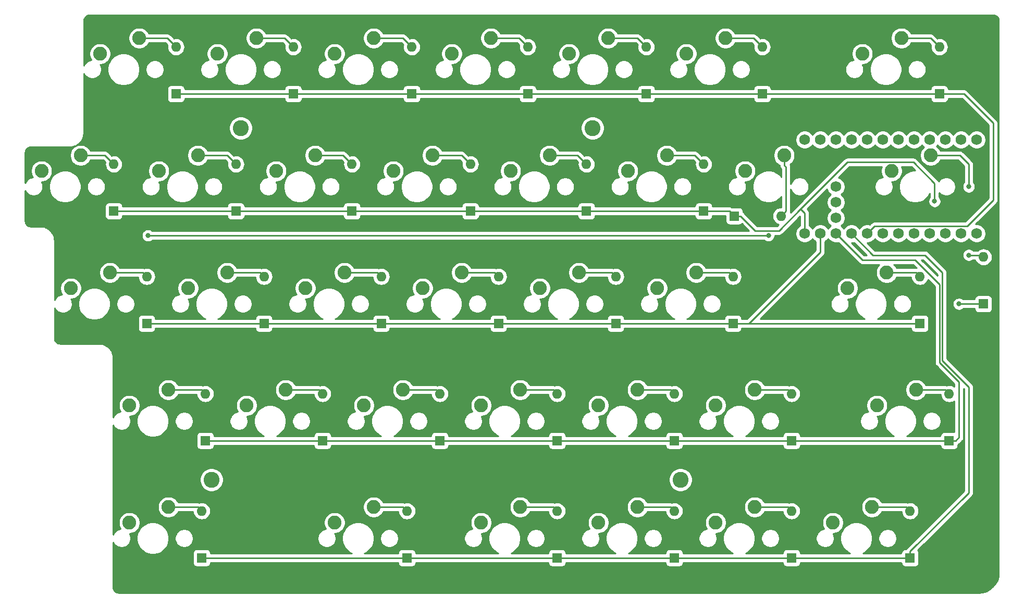
<source format=gbr>
G04 #@! TF.GenerationSoftware,KiCad,Pcbnew,(5.1.4-0)*
G04 #@! TF.CreationDate,2022-08-11T17:04:41-05:00*
G04 #@! TF.ProjectId,keyboard,6b657962-6f61-4726-942e-6b696361645f,rev?*
G04 #@! TF.SameCoordinates,Original*
G04 #@! TF.FileFunction,Copper,L1,Top*
G04 #@! TF.FilePolarity,Positive*
%FSLAX46Y46*%
G04 Gerber Fmt 4.6, Leading zero omitted, Abs format (unit mm)*
G04 Created by KiCad (PCBNEW (5.1.4-0)) date 2022-08-11 17:04:41*
%MOMM*%
%LPD*%
G04 APERTURE LIST*
%ADD10C,2.250000*%
%ADD11C,1.752600*%
%ADD12O,1.600000X1.600000*%
%ADD13R,1.600000X1.600000*%
%ADD14C,2.600000*%
%ADD15C,0.800000*%
%ADD16C,0.250000*%
%ADD17C,0.254000*%
G04 APERTURE END LIST*
D10*
X143033750Y-42545000D03*
X136683750Y-45085000D03*
X145415000Y-4445000D03*
X139065000Y-6985000D03*
X26352500Y-80645000D03*
X20002500Y-83185000D03*
D11*
X157638750Y-36195000D03*
X155098750Y-36195000D03*
X152558750Y-36195000D03*
X150018750Y-36195000D03*
X147478750Y-36195000D03*
X144938750Y-36195000D03*
X142398750Y-36195000D03*
X139858750Y-36195000D03*
X137318750Y-36195000D03*
X134778750Y-36195000D03*
X132238750Y-36195000D03*
X129698750Y-20955000D03*
X132238750Y-20955000D03*
X134778750Y-20955000D03*
X137318750Y-20955000D03*
X139858750Y-20955000D03*
X142398750Y-20955000D03*
X144938750Y-20955000D03*
X147478750Y-20955000D03*
X150018750Y-20955000D03*
X152558750Y-20955000D03*
X155098750Y-20955000D03*
X129698750Y-36195000D03*
X157638750Y-20955000D03*
X134778750Y-33655000D03*
X134778750Y-31115000D03*
X134778750Y-28575000D03*
D10*
X140652500Y-80645000D03*
X134302500Y-83185000D03*
X121602500Y-80645000D03*
X115252500Y-83185000D03*
X102552500Y-80645000D03*
X96202500Y-83185000D03*
X83502500Y-80645000D03*
X77152500Y-83185000D03*
X59690000Y-80645000D03*
X53340000Y-83185000D03*
X147796250Y-61595000D03*
X141446250Y-64135000D03*
X121602500Y-61595000D03*
X115252500Y-64135000D03*
X102552500Y-61595000D03*
X96202500Y-64135000D03*
X83502500Y-61595000D03*
X77152500Y-64135000D03*
X64452500Y-61595000D03*
X58102500Y-64135000D03*
X45402500Y-61595000D03*
X39052500Y-64135000D03*
X26352500Y-61595000D03*
X20002500Y-64135000D03*
X112077500Y-42545000D03*
X105727500Y-45085000D03*
X93027500Y-42545000D03*
X86677500Y-45085000D03*
X73977500Y-42545000D03*
X67627500Y-45085000D03*
X54927500Y-42545000D03*
X48577500Y-45085000D03*
X35877500Y-42545000D03*
X29527500Y-45085000D03*
X16827500Y-42545000D03*
X10477500Y-45085000D03*
X150177500Y-23495000D03*
X143827500Y-26035000D03*
X126365000Y-23495000D03*
X120015000Y-26035000D03*
X107315000Y-23495000D03*
X100965000Y-26035000D03*
X88265000Y-23495000D03*
X81915000Y-26035000D03*
X69215000Y-23495000D03*
X62865000Y-26035000D03*
X50165000Y-23495000D03*
X43815000Y-26035000D03*
X31115000Y-23495000D03*
X24765000Y-26035000D03*
X12065000Y-23495000D03*
X5715000Y-26035000D03*
X116840000Y-4445000D03*
X110490000Y-6985000D03*
X97790000Y-4445000D03*
X91440000Y-6985000D03*
X78740000Y-4445000D03*
X72390000Y-6985000D03*
X59690000Y-4445000D03*
X53340000Y-6985000D03*
X40640000Y-4445000D03*
X34290000Y-6985000D03*
X21590000Y-4445000D03*
X15240000Y-6985000D03*
D12*
X146843750Y-81280000D03*
D13*
X146843750Y-88900000D03*
D12*
X127587500Y-81280000D03*
D13*
X127587500Y-88900000D03*
D12*
X108537500Y-81280000D03*
D13*
X108537500Y-88900000D03*
D12*
X89487500Y-81280000D03*
D13*
X89487500Y-88900000D03*
D12*
X65087500Y-81280000D03*
D13*
X65087500Y-88900000D03*
D12*
X31750000Y-81280000D03*
D13*
X31750000Y-88900000D03*
D12*
X153193750Y-62230000D03*
D13*
X153193750Y-69850000D03*
D12*
X127587500Y-62230000D03*
D13*
X127587500Y-69850000D03*
D12*
X108537500Y-62230000D03*
D13*
X108537500Y-69850000D03*
D12*
X89487500Y-62230000D03*
D13*
X89487500Y-69850000D03*
D12*
X70437500Y-62230000D03*
D13*
X70437500Y-69850000D03*
D12*
X51387500Y-62230000D03*
D13*
X51387500Y-69850000D03*
D12*
X32337500Y-62230000D03*
D13*
X32337500Y-69850000D03*
D12*
X148431250Y-43180000D03*
D13*
X148431250Y-50800000D03*
D12*
X118062500Y-43180000D03*
D13*
X118062500Y-50800000D03*
D12*
X99012500Y-43180000D03*
D13*
X99012500Y-50800000D03*
D12*
X79962500Y-43180000D03*
D13*
X79962500Y-50800000D03*
D12*
X60912500Y-43180000D03*
D13*
X60912500Y-50800000D03*
D12*
X41862500Y-43180000D03*
D13*
X41862500Y-50800000D03*
D12*
X22812500Y-43180000D03*
D13*
X22812500Y-50800000D03*
D12*
X158750000Y-40005000D03*
D13*
X158750000Y-47625000D03*
D12*
X125888750Y-33337500D03*
D13*
X118268750Y-33337500D03*
D12*
X113300000Y-24923750D03*
D13*
X113300000Y-32543750D03*
D12*
X94250000Y-24923750D03*
D13*
X94250000Y-32543750D03*
D12*
X75406250Y-24923750D03*
D13*
X75406250Y-32543750D03*
D12*
X56150000Y-24923750D03*
D13*
X56150000Y-32543750D03*
D12*
X37306250Y-24923750D03*
D13*
X37306250Y-32543750D03*
D12*
X17462500Y-24923750D03*
D13*
X17462500Y-32543750D03*
D12*
X151606250Y-5873750D03*
D13*
X151606250Y-13493750D03*
D12*
X122825000Y-5873750D03*
D13*
X122825000Y-13493750D03*
D12*
X103981250Y-5873750D03*
D13*
X103981250Y-13493750D03*
D12*
X84725000Y-5873750D03*
D13*
X84725000Y-13493750D03*
D12*
X65881250Y-5873750D03*
D13*
X65881250Y-13493750D03*
D12*
X46625000Y-5873750D03*
D13*
X46625000Y-13493750D03*
D12*
X27575000Y-5873750D03*
D13*
X27575000Y-13493750D03*
D14*
X38100000Y-19050000D03*
X95250000Y-19050000D03*
X33337500Y-76200000D03*
X109537500Y-76200000D03*
D15*
X23018750Y-36512500D03*
X123825000Y-36512500D03*
X150812500Y-30956250D03*
X154781250Y-47625000D03*
X156368750Y-28575000D03*
X156368750Y-39687500D03*
D16*
X23018750Y-36512500D02*
X123825000Y-36512500D01*
X27575000Y-13493750D02*
X46625000Y-13493750D01*
X46625000Y-13493750D02*
X65881250Y-13493750D01*
X65881250Y-13493750D02*
X84725000Y-13493750D01*
X84725000Y-13493750D02*
X103981250Y-13493750D01*
X103981250Y-13493750D02*
X122825000Y-13493750D01*
X122825000Y-13493750D02*
X151606250Y-13493750D01*
X140735049Y-35318701D02*
X139858750Y-36195000D01*
X141060051Y-34993699D02*
X140735049Y-35318701D01*
X160337500Y-18256250D02*
X160337500Y-30760002D01*
X156103803Y-34993699D02*
X141060051Y-34993699D01*
X160337500Y-30760002D02*
X156103803Y-34993699D01*
X155575000Y-13493750D02*
X160337500Y-18256250D01*
X151606250Y-13493750D02*
X155575000Y-13493750D01*
X17462500Y-32543750D02*
X37306250Y-32543750D01*
X37306250Y-32543750D02*
X56150000Y-32543750D01*
X56150000Y-32543750D02*
X75406250Y-32543750D01*
X75406250Y-32543750D02*
X94250000Y-32543750D01*
X94250000Y-32543750D02*
X113300000Y-32543750D01*
X117475000Y-32543750D02*
X118268750Y-33337500D01*
X113300000Y-32543750D02*
X117475000Y-32543750D01*
X129049999Y-32212499D02*
X129698750Y-32861250D01*
X129698750Y-32861250D02*
X129698750Y-36195000D01*
X143110248Y-24606250D02*
X136656248Y-24606250D01*
X143131499Y-24584999D02*
X143110248Y-24606250D01*
X144523501Y-24584999D02*
X143131499Y-24584999D01*
X144544752Y-24606250D02*
X144523501Y-24584999D01*
X150812500Y-28037500D02*
X147381250Y-24606250D01*
X147381250Y-24606250D02*
X144544752Y-24606250D01*
X136656248Y-24606250D02*
X129049999Y-32212499D01*
X150812500Y-29368750D02*
X150812500Y-28037500D01*
X119318750Y-33337500D02*
X118268750Y-33337500D01*
X121700000Y-35718750D02*
X119318750Y-33337500D01*
X125543748Y-35718750D02*
X121700000Y-35718750D01*
X129049999Y-32212499D02*
X125543748Y-35718750D01*
X150812500Y-29368750D02*
X150812500Y-30956250D01*
X154781250Y-47625000D02*
X158750000Y-47625000D01*
X22812500Y-50800000D02*
X41862500Y-50800000D01*
X41862500Y-50800000D02*
X60912500Y-50800000D01*
X60912500Y-50800000D02*
X79962500Y-50800000D01*
X79962500Y-50800000D02*
X99012500Y-50800000D01*
X99012500Y-50800000D02*
X118062500Y-50800000D01*
X132238750Y-39211250D02*
X120650000Y-50800000D01*
X132238750Y-36195000D02*
X132238750Y-39211250D01*
X120650000Y-50800000D02*
X148431250Y-50800000D01*
X118062500Y-50800000D02*
X120650000Y-50800000D01*
X32337500Y-69850000D02*
X51387500Y-69850000D01*
X51387500Y-69850000D02*
X70437500Y-69850000D01*
X70437500Y-69850000D02*
X89487500Y-69850000D01*
X89487500Y-69850000D02*
X108537500Y-69850000D01*
X108537500Y-69850000D02*
X127587500Y-69850000D01*
X134143750Y-69850000D02*
X153193750Y-69850000D01*
X127587500Y-69850000D02*
X134143750Y-69850000D01*
X147637500Y-40481250D02*
X139065000Y-40481250D01*
X154243750Y-69850000D02*
X154781250Y-69312500D01*
X139065000Y-40481250D02*
X134778750Y-36195000D01*
X153193750Y-69850000D02*
X154243750Y-69850000D01*
X151606250Y-57150000D02*
X154781250Y-60325000D01*
X154781250Y-69312500D02*
X154781250Y-60325000D01*
X151606250Y-44450000D02*
X151606250Y-57150000D01*
X151606250Y-44450000D02*
X147637500Y-40481250D01*
X31750000Y-88900000D02*
X65087500Y-88900000D01*
X89487500Y-88900000D02*
X108537500Y-88900000D01*
X65087500Y-88900000D02*
X89487500Y-88900000D01*
X108537500Y-88900000D02*
X127587500Y-88900000D01*
X127587500Y-88900000D02*
X146843750Y-88900000D01*
X156368750Y-78325000D02*
X146843750Y-87850000D01*
X156368750Y-61118750D02*
X156368750Y-78325000D01*
X152056260Y-56806260D02*
X156368750Y-61118750D01*
X140811250Y-39687500D02*
X149225000Y-39687500D01*
X152056260Y-42518760D02*
X152056260Y-56806260D01*
X146843750Y-87850000D02*
X146843750Y-88900000D01*
X149225000Y-39687500D02*
X152056260Y-42518760D01*
X137318750Y-36195000D02*
X140811250Y-39687500D01*
X26146250Y-4445000D02*
X27575000Y-5873750D01*
X21590000Y-4445000D02*
X26146250Y-4445000D01*
X45196250Y-4445000D02*
X46625000Y-5873750D01*
X40640000Y-4445000D02*
X45196250Y-4445000D01*
X64452500Y-4445000D02*
X65881250Y-5873750D01*
X59690000Y-4445000D02*
X64452500Y-4445000D01*
X83296250Y-4445000D02*
X84725000Y-5873750D01*
X78740000Y-4445000D02*
X83296250Y-4445000D01*
X102552500Y-4445000D02*
X103981250Y-5873750D01*
X97790000Y-4445000D02*
X102552500Y-4445000D01*
X121396250Y-4445000D02*
X122825000Y-5873750D01*
X116840000Y-4445000D02*
X121396250Y-4445000D01*
X150177500Y-4445000D02*
X151606250Y-5873750D01*
X145415000Y-4445000D02*
X150177500Y-4445000D01*
X16033750Y-23495000D02*
X17462500Y-24923750D01*
X12065000Y-23495000D02*
X16033750Y-23495000D01*
X35877500Y-23495000D02*
X37306250Y-24923750D01*
X31115000Y-23495000D02*
X35877500Y-23495000D01*
X54721250Y-23495000D02*
X56150000Y-24923750D01*
X50165000Y-23495000D02*
X54721250Y-23495000D01*
X73977500Y-23495000D02*
X75406250Y-24923750D01*
X69215000Y-23495000D02*
X73977500Y-23495000D01*
X92821250Y-23495000D02*
X94250000Y-24923750D01*
X88265000Y-23495000D02*
X92821250Y-23495000D01*
X111871250Y-23495000D02*
X113300000Y-24923750D01*
X107315000Y-23495000D02*
X111871250Y-23495000D01*
X126688749Y-32537501D02*
X125888750Y-33337500D01*
X126688749Y-25409739D02*
X126688749Y-32537501D01*
X126365000Y-25085990D02*
X126688749Y-25409739D01*
X126365000Y-23495000D02*
X126365000Y-25085990D01*
X154940000Y-23495000D02*
X156368750Y-24923750D01*
X150177500Y-23495000D02*
X154940000Y-23495000D01*
X156368750Y-24923750D02*
X156368750Y-28575000D01*
X158432500Y-39687500D02*
X158750000Y-40005000D01*
X156368750Y-39687500D02*
X158432500Y-39687500D01*
X22177500Y-42545000D02*
X22812500Y-43180000D01*
X16827500Y-42545000D02*
X22177500Y-42545000D01*
X41227500Y-42545000D02*
X41862500Y-43180000D01*
X35877500Y-42545000D02*
X41227500Y-42545000D01*
X60277500Y-42545000D02*
X60912500Y-43180000D01*
X54927500Y-42545000D02*
X60277500Y-42545000D01*
X79327500Y-42545000D02*
X79962500Y-43180000D01*
X73977500Y-42545000D02*
X79327500Y-42545000D01*
X98377500Y-42545000D02*
X99012500Y-43180000D01*
X93027500Y-42545000D02*
X98377500Y-42545000D01*
X117427500Y-42545000D02*
X118062500Y-43180000D01*
X112077500Y-42545000D02*
X117427500Y-42545000D01*
X147796250Y-42545000D02*
X148431250Y-43180000D01*
X143033750Y-42545000D02*
X147796250Y-42545000D01*
X31702500Y-61595000D02*
X32337500Y-62230000D01*
X26352500Y-61595000D02*
X31702500Y-61595000D01*
X50752500Y-61595000D02*
X51387500Y-62230000D01*
X45402500Y-61595000D02*
X50752500Y-61595000D01*
X69802500Y-61595000D02*
X70437500Y-62230000D01*
X64452500Y-61595000D02*
X69802500Y-61595000D01*
X88852500Y-61595000D02*
X89487500Y-62230000D01*
X83502500Y-61595000D02*
X88852500Y-61595000D01*
X107902500Y-61595000D02*
X108537500Y-62230000D01*
X102552500Y-61595000D02*
X107902500Y-61595000D01*
X126952500Y-61595000D02*
X127587500Y-62230000D01*
X121602500Y-61595000D02*
X126952500Y-61595000D01*
X152558750Y-61595000D02*
X153193750Y-62230000D01*
X147796250Y-61595000D02*
X152558750Y-61595000D01*
X31115000Y-80645000D02*
X31750000Y-81280000D01*
X26352500Y-80645000D02*
X31115000Y-80645000D01*
X64452500Y-80645000D02*
X65087500Y-81280000D01*
X59690000Y-80645000D02*
X64452500Y-80645000D01*
X88852500Y-80645000D02*
X89487500Y-81280000D01*
X83502500Y-80645000D02*
X88852500Y-80645000D01*
X107902500Y-80645000D02*
X108537500Y-81280000D01*
X102552500Y-80645000D02*
X107902500Y-80645000D01*
X126952500Y-80645000D02*
X127587500Y-81280000D01*
X121602500Y-80645000D02*
X126952500Y-80645000D01*
X146208750Y-80645000D02*
X146843750Y-81280000D01*
X140652500Y-80645000D02*
X146208750Y-80645000D01*
D17*
G36*
X160512160Y-705411D02*
G01*
X160680162Y-756133D01*
X160835119Y-838526D01*
X160971118Y-949444D01*
X161082983Y-1084665D01*
X161166453Y-1239039D01*
X161218349Y-1406687D01*
X161240000Y-1612691D01*
X161240001Y-91247736D01*
X161174239Y-91918429D01*
X160989190Y-92531339D01*
X160688619Y-93096632D01*
X160283972Y-93592778D01*
X159790665Y-94000877D01*
X159227481Y-94305389D01*
X158615875Y-94494713D01*
X157947140Y-94565000D01*
X18289756Y-94565000D01*
X18081590Y-94544589D01*
X17913588Y-94493867D01*
X17758628Y-94411473D01*
X17622632Y-94300557D01*
X17510767Y-94165335D01*
X17427297Y-94010961D01*
X17375401Y-93843313D01*
X17353750Y-93637309D01*
X17353750Y-86342222D01*
X17394356Y-86440253D01*
X17559607Y-86687569D01*
X17769931Y-86897893D01*
X18017247Y-87063144D01*
X18292049Y-87176971D01*
X18583778Y-87235000D01*
X18881222Y-87235000D01*
X19172951Y-87176971D01*
X19447753Y-87063144D01*
X19695069Y-86897893D01*
X19905393Y-86687569D01*
X20070644Y-86440253D01*
X20184471Y-86165451D01*
X20242500Y-85873722D01*
X20242500Y-85576278D01*
X20220580Y-85466076D01*
X21183600Y-85466076D01*
X21183600Y-85983924D01*
X21284627Y-86491822D01*
X21482799Y-86970251D01*
X21770500Y-87400826D01*
X22136674Y-87767000D01*
X22567249Y-88054701D01*
X23045678Y-88252873D01*
X23553576Y-88353900D01*
X24071424Y-88353900D01*
X24579322Y-88252873D01*
X25057751Y-88054701D01*
X25488326Y-87767000D01*
X25854500Y-87400826D01*
X26142201Y-86970251D01*
X26340373Y-86491822D01*
X26441400Y-85983924D01*
X26441400Y-85576278D01*
X27382500Y-85576278D01*
X27382500Y-85873722D01*
X27440529Y-86165451D01*
X27554356Y-86440253D01*
X27719607Y-86687569D01*
X27929931Y-86897893D01*
X28177247Y-87063144D01*
X28452049Y-87176971D01*
X28743778Y-87235000D01*
X29041222Y-87235000D01*
X29332951Y-87176971D01*
X29607753Y-87063144D01*
X29855069Y-86897893D01*
X30065393Y-86687569D01*
X30230644Y-86440253D01*
X30344471Y-86165451D01*
X30402500Y-85873722D01*
X30402500Y-85576278D01*
X50560000Y-85576278D01*
X50560000Y-85873722D01*
X50618029Y-86165451D01*
X50731856Y-86440253D01*
X50897107Y-86687569D01*
X51107431Y-86897893D01*
X51354747Y-87063144D01*
X51629549Y-87176971D01*
X51921278Y-87235000D01*
X52218722Y-87235000D01*
X52510451Y-87176971D01*
X52785253Y-87063144D01*
X53032569Y-86897893D01*
X53242893Y-86687569D01*
X53408144Y-86440253D01*
X53521971Y-86165451D01*
X53580000Y-85873722D01*
X53580000Y-85576278D01*
X53521971Y-85284549D01*
X53408144Y-85009747D01*
X53364882Y-84945000D01*
X53513345Y-84945000D01*
X53853373Y-84877364D01*
X54173673Y-84744692D01*
X54461935Y-84552081D01*
X54707081Y-84306935D01*
X54899692Y-84018673D01*
X55032364Y-83698373D01*
X55100000Y-83358345D01*
X55100000Y-83011655D01*
X55032364Y-82671627D01*
X54899692Y-82351327D01*
X54707081Y-82063065D01*
X54461935Y-81817919D01*
X54173673Y-81625308D01*
X53853373Y-81492636D01*
X53513345Y-81425000D01*
X53166655Y-81425000D01*
X52826627Y-81492636D01*
X52506327Y-81625308D01*
X52218065Y-81817919D01*
X51972919Y-82063065D01*
X51780308Y-82351327D01*
X51647636Y-82671627D01*
X51580000Y-83011655D01*
X51580000Y-83358345D01*
X51647636Y-83698373D01*
X51780308Y-84018673D01*
X51912638Y-84216719D01*
X51629549Y-84273029D01*
X51354747Y-84386856D01*
X51107431Y-84552107D01*
X50897107Y-84762431D01*
X50731856Y-85009747D01*
X50618029Y-85284549D01*
X50560000Y-85576278D01*
X30402500Y-85576278D01*
X30344471Y-85284549D01*
X30230644Y-85009747D01*
X30065393Y-84762431D01*
X29855069Y-84552107D01*
X29607753Y-84386856D01*
X29332951Y-84273029D01*
X29041222Y-84215000D01*
X28743778Y-84215000D01*
X28452049Y-84273029D01*
X28177247Y-84386856D01*
X27929931Y-84552107D01*
X27719607Y-84762431D01*
X27554356Y-85009747D01*
X27440529Y-85284549D01*
X27382500Y-85576278D01*
X26441400Y-85576278D01*
X26441400Y-85466076D01*
X26340373Y-84958178D01*
X26142201Y-84479749D01*
X25854500Y-84049174D01*
X25488326Y-83683000D01*
X25057751Y-83395299D01*
X24579322Y-83197127D01*
X24071424Y-83096100D01*
X23553576Y-83096100D01*
X23045678Y-83197127D01*
X22567249Y-83395299D01*
X22136674Y-83683000D01*
X21770500Y-84049174D01*
X21482799Y-84479749D01*
X21284627Y-84958178D01*
X21183600Y-85466076D01*
X20220580Y-85466076D01*
X20184471Y-85284549D01*
X20070644Y-85009747D01*
X20027382Y-84945000D01*
X20175845Y-84945000D01*
X20515873Y-84877364D01*
X20836173Y-84744692D01*
X21124435Y-84552081D01*
X21369581Y-84306935D01*
X21562192Y-84018673D01*
X21694864Y-83698373D01*
X21762500Y-83358345D01*
X21762500Y-83011655D01*
X21694864Y-82671627D01*
X21562192Y-82351327D01*
X21369581Y-82063065D01*
X21124435Y-81817919D01*
X20836173Y-81625308D01*
X20515873Y-81492636D01*
X20175845Y-81425000D01*
X19829155Y-81425000D01*
X19489127Y-81492636D01*
X19168827Y-81625308D01*
X18880565Y-81817919D01*
X18635419Y-82063065D01*
X18442808Y-82351327D01*
X18310136Y-82671627D01*
X18242500Y-83011655D01*
X18242500Y-83358345D01*
X18310136Y-83698373D01*
X18442808Y-84018673D01*
X18575138Y-84216719D01*
X18292049Y-84273029D01*
X18017247Y-84386856D01*
X17769931Y-84552107D01*
X17559607Y-84762431D01*
X17394356Y-85009747D01*
X17353750Y-85107778D01*
X17353750Y-80471655D01*
X24592500Y-80471655D01*
X24592500Y-80818345D01*
X24660136Y-81158373D01*
X24792808Y-81478673D01*
X24985419Y-81766935D01*
X25230565Y-82012081D01*
X25518827Y-82204692D01*
X25839127Y-82337364D01*
X26179155Y-82405000D01*
X26525845Y-82405000D01*
X26865873Y-82337364D01*
X27186173Y-82204692D01*
X27474435Y-82012081D01*
X27719581Y-81766935D01*
X27912192Y-81478673D01*
X27942708Y-81405000D01*
X30320369Y-81405000D01*
X30335764Y-81561309D01*
X30417818Y-81831808D01*
X30551068Y-82081101D01*
X30730392Y-82299608D01*
X30948899Y-82478932D01*
X31198192Y-82612182D01*
X31468691Y-82694236D01*
X31679508Y-82715000D01*
X31820492Y-82715000D01*
X32031309Y-82694236D01*
X32301808Y-82612182D01*
X32551101Y-82478932D01*
X32769608Y-82299608D01*
X32948932Y-82081101D01*
X33082182Y-81831808D01*
X33164236Y-81561309D01*
X33191943Y-81280000D01*
X33164236Y-80998691D01*
X33082182Y-80728192D01*
X32948932Y-80478899D01*
X32942988Y-80471655D01*
X57930000Y-80471655D01*
X57930000Y-80818345D01*
X57997636Y-81158373D01*
X58130308Y-81478673D01*
X58322919Y-81766935D01*
X58568065Y-82012081D01*
X58856327Y-82204692D01*
X59176627Y-82337364D01*
X59516655Y-82405000D01*
X59863345Y-82405000D01*
X60203373Y-82337364D01*
X60523673Y-82204692D01*
X60811935Y-82012081D01*
X61057081Y-81766935D01*
X61249692Y-81478673D01*
X61280208Y-81405000D01*
X63657869Y-81405000D01*
X63673264Y-81561309D01*
X63755318Y-81831808D01*
X63888568Y-82081101D01*
X64067892Y-82299608D01*
X64286399Y-82478932D01*
X64535692Y-82612182D01*
X64806191Y-82694236D01*
X65017008Y-82715000D01*
X65157992Y-82715000D01*
X65368809Y-82694236D01*
X65639308Y-82612182D01*
X65888601Y-82478932D01*
X66107108Y-82299608D01*
X66286432Y-82081101D01*
X66419682Y-81831808D01*
X66501736Y-81561309D01*
X66529443Y-81280000D01*
X66501736Y-80998691D01*
X66419682Y-80728192D01*
X66286432Y-80478899D01*
X66280488Y-80471655D01*
X81742500Y-80471655D01*
X81742500Y-80818345D01*
X81810136Y-81158373D01*
X81942808Y-81478673D01*
X82135419Y-81766935D01*
X82380565Y-82012081D01*
X82668827Y-82204692D01*
X82989127Y-82337364D01*
X83329155Y-82405000D01*
X83675845Y-82405000D01*
X84015873Y-82337364D01*
X84336173Y-82204692D01*
X84624435Y-82012081D01*
X84869581Y-81766935D01*
X85062192Y-81478673D01*
X85092708Y-81405000D01*
X88057869Y-81405000D01*
X88073264Y-81561309D01*
X88155318Y-81831808D01*
X88288568Y-82081101D01*
X88467892Y-82299608D01*
X88686399Y-82478932D01*
X88935692Y-82612182D01*
X89206191Y-82694236D01*
X89417008Y-82715000D01*
X89557992Y-82715000D01*
X89768809Y-82694236D01*
X90039308Y-82612182D01*
X90288601Y-82478932D01*
X90507108Y-82299608D01*
X90686432Y-82081101D01*
X90819682Y-81831808D01*
X90901736Y-81561309D01*
X90929443Y-81280000D01*
X90901736Y-80998691D01*
X90819682Y-80728192D01*
X90686432Y-80478899D01*
X90680488Y-80471655D01*
X100792500Y-80471655D01*
X100792500Y-80818345D01*
X100860136Y-81158373D01*
X100992808Y-81478673D01*
X101185419Y-81766935D01*
X101430565Y-82012081D01*
X101718827Y-82204692D01*
X102039127Y-82337364D01*
X102379155Y-82405000D01*
X102725845Y-82405000D01*
X103065873Y-82337364D01*
X103386173Y-82204692D01*
X103674435Y-82012081D01*
X103919581Y-81766935D01*
X104112192Y-81478673D01*
X104142708Y-81405000D01*
X107107869Y-81405000D01*
X107123264Y-81561309D01*
X107205318Y-81831808D01*
X107338568Y-82081101D01*
X107517892Y-82299608D01*
X107736399Y-82478932D01*
X107985692Y-82612182D01*
X108256191Y-82694236D01*
X108467008Y-82715000D01*
X108607992Y-82715000D01*
X108818809Y-82694236D01*
X109089308Y-82612182D01*
X109338601Y-82478932D01*
X109557108Y-82299608D01*
X109736432Y-82081101D01*
X109869682Y-81831808D01*
X109951736Y-81561309D01*
X109979443Y-81280000D01*
X109951736Y-80998691D01*
X109869682Y-80728192D01*
X109736432Y-80478899D01*
X109730488Y-80471655D01*
X119842500Y-80471655D01*
X119842500Y-80818345D01*
X119910136Y-81158373D01*
X120042808Y-81478673D01*
X120235419Y-81766935D01*
X120480565Y-82012081D01*
X120768827Y-82204692D01*
X121089127Y-82337364D01*
X121429155Y-82405000D01*
X121775845Y-82405000D01*
X122115873Y-82337364D01*
X122436173Y-82204692D01*
X122724435Y-82012081D01*
X122969581Y-81766935D01*
X123162192Y-81478673D01*
X123192708Y-81405000D01*
X126157869Y-81405000D01*
X126173264Y-81561309D01*
X126255318Y-81831808D01*
X126388568Y-82081101D01*
X126567892Y-82299608D01*
X126786399Y-82478932D01*
X127035692Y-82612182D01*
X127306191Y-82694236D01*
X127517008Y-82715000D01*
X127657992Y-82715000D01*
X127868809Y-82694236D01*
X128139308Y-82612182D01*
X128388601Y-82478932D01*
X128607108Y-82299608D01*
X128786432Y-82081101D01*
X128919682Y-81831808D01*
X129001736Y-81561309D01*
X129029443Y-81280000D01*
X129001736Y-80998691D01*
X128919682Y-80728192D01*
X128786432Y-80478899D01*
X128780488Y-80471655D01*
X138892500Y-80471655D01*
X138892500Y-80818345D01*
X138960136Y-81158373D01*
X139092808Y-81478673D01*
X139285419Y-81766935D01*
X139530565Y-82012081D01*
X139818827Y-82204692D01*
X140139127Y-82337364D01*
X140479155Y-82405000D01*
X140825845Y-82405000D01*
X141165873Y-82337364D01*
X141486173Y-82204692D01*
X141774435Y-82012081D01*
X142019581Y-81766935D01*
X142212192Y-81478673D01*
X142242708Y-81405000D01*
X145414119Y-81405000D01*
X145429514Y-81561309D01*
X145511568Y-81831808D01*
X145644818Y-82081101D01*
X145824142Y-82299608D01*
X146042649Y-82478932D01*
X146291942Y-82612182D01*
X146562441Y-82694236D01*
X146773258Y-82715000D01*
X146914242Y-82715000D01*
X147125059Y-82694236D01*
X147395558Y-82612182D01*
X147644851Y-82478932D01*
X147863358Y-82299608D01*
X148042682Y-82081101D01*
X148175932Y-81831808D01*
X148257986Y-81561309D01*
X148285693Y-81280000D01*
X148257986Y-80998691D01*
X148175932Y-80728192D01*
X148042682Y-80478899D01*
X147863358Y-80260392D01*
X147644851Y-80081068D01*
X147395558Y-79947818D01*
X147125059Y-79865764D01*
X146914242Y-79845000D01*
X146773258Y-79845000D01*
X146562441Y-79865764D01*
X146410256Y-79911928D01*
X146357736Y-79895997D01*
X146246083Y-79885000D01*
X146246072Y-79885000D01*
X146208750Y-79881324D01*
X146171428Y-79885000D01*
X142242708Y-79885000D01*
X142212192Y-79811327D01*
X142019581Y-79523065D01*
X141774435Y-79277919D01*
X141486173Y-79085308D01*
X141165873Y-78952636D01*
X140825845Y-78885000D01*
X140479155Y-78885000D01*
X140139127Y-78952636D01*
X139818827Y-79085308D01*
X139530565Y-79277919D01*
X139285419Y-79523065D01*
X139092808Y-79811327D01*
X138960136Y-80131627D01*
X138892500Y-80471655D01*
X128780488Y-80471655D01*
X128607108Y-80260392D01*
X128388601Y-80081068D01*
X128139308Y-79947818D01*
X127868809Y-79865764D01*
X127657992Y-79845000D01*
X127517008Y-79845000D01*
X127306191Y-79865764D01*
X127154006Y-79911928D01*
X127101486Y-79895997D01*
X126989833Y-79885000D01*
X126989822Y-79885000D01*
X126952500Y-79881324D01*
X126915178Y-79885000D01*
X123192708Y-79885000D01*
X123162192Y-79811327D01*
X122969581Y-79523065D01*
X122724435Y-79277919D01*
X122436173Y-79085308D01*
X122115873Y-78952636D01*
X121775845Y-78885000D01*
X121429155Y-78885000D01*
X121089127Y-78952636D01*
X120768827Y-79085308D01*
X120480565Y-79277919D01*
X120235419Y-79523065D01*
X120042808Y-79811327D01*
X119910136Y-80131627D01*
X119842500Y-80471655D01*
X109730488Y-80471655D01*
X109557108Y-80260392D01*
X109338601Y-80081068D01*
X109089308Y-79947818D01*
X108818809Y-79865764D01*
X108607992Y-79845000D01*
X108467008Y-79845000D01*
X108256191Y-79865764D01*
X108104006Y-79911928D01*
X108051486Y-79895997D01*
X107939833Y-79885000D01*
X107939822Y-79885000D01*
X107902500Y-79881324D01*
X107865178Y-79885000D01*
X104142708Y-79885000D01*
X104112192Y-79811327D01*
X103919581Y-79523065D01*
X103674435Y-79277919D01*
X103386173Y-79085308D01*
X103065873Y-78952636D01*
X102725845Y-78885000D01*
X102379155Y-78885000D01*
X102039127Y-78952636D01*
X101718827Y-79085308D01*
X101430565Y-79277919D01*
X101185419Y-79523065D01*
X100992808Y-79811327D01*
X100860136Y-80131627D01*
X100792500Y-80471655D01*
X90680488Y-80471655D01*
X90507108Y-80260392D01*
X90288601Y-80081068D01*
X90039308Y-79947818D01*
X89768809Y-79865764D01*
X89557992Y-79845000D01*
X89417008Y-79845000D01*
X89206191Y-79865764D01*
X89054006Y-79911928D01*
X89001486Y-79895997D01*
X88889833Y-79885000D01*
X88889822Y-79885000D01*
X88852500Y-79881324D01*
X88815178Y-79885000D01*
X85092708Y-79885000D01*
X85062192Y-79811327D01*
X84869581Y-79523065D01*
X84624435Y-79277919D01*
X84336173Y-79085308D01*
X84015873Y-78952636D01*
X83675845Y-78885000D01*
X83329155Y-78885000D01*
X82989127Y-78952636D01*
X82668827Y-79085308D01*
X82380565Y-79277919D01*
X82135419Y-79523065D01*
X81942808Y-79811327D01*
X81810136Y-80131627D01*
X81742500Y-80471655D01*
X66280488Y-80471655D01*
X66107108Y-80260392D01*
X65888601Y-80081068D01*
X65639308Y-79947818D01*
X65368809Y-79865764D01*
X65157992Y-79845000D01*
X65017008Y-79845000D01*
X64806191Y-79865764D01*
X64654006Y-79911928D01*
X64601486Y-79895997D01*
X64489833Y-79885000D01*
X64489822Y-79885000D01*
X64452500Y-79881324D01*
X64415178Y-79885000D01*
X61280208Y-79885000D01*
X61249692Y-79811327D01*
X61057081Y-79523065D01*
X60811935Y-79277919D01*
X60523673Y-79085308D01*
X60203373Y-78952636D01*
X59863345Y-78885000D01*
X59516655Y-78885000D01*
X59176627Y-78952636D01*
X58856327Y-79085308D01*
X58568065Y-79277919D01*
X58322919Y-79523065D01*
X58130308Y-79811327D01*
X57997636Y-80131627D01*
X57930000Y-80471655D01*
X32942988Y-80471655D01*
X32769608Y-80260392D01*
X32551101Y-80081068D01*
X32301808Y-79947818D01*
X32031309Y-79865764D01*
X31820492Y-79845000D01*
X31679508Y-79845000D01*
X31468691Y-79865764D01*
X31316506Y-79911928D01*
X31263986Y-79895997D01*
X31152333Y-79885000D01*
X31152322Y-79885000D01*
X31115000Y-79881324D01*
X31077678Y-79885000D01*
X27942708Y-79885000D01*
X27912192Y-79811327D01*
X27719581Y-79523065D01*
X27474435Y-79277919D01*
X27186173Y-79085308D01*
X26865873Y-78952636D01*
X26525845Y-78885000D01*
X26179155Y-78885000D01*
X25839127Y-78952636D01*
X25518827Y-79085308D01*
X25230565Y-79277919D01*
X24985419Y-79523065D01*
X24792808Y-79811327D01*
X24660136Y-80131627D01*
X24592500Y-80471655D01*
X17353750Y-80471655D01*
X17353750Y-76009419D01*
X31402500Y-76009419D01*
X31402500Y-76390581D01*
X31476861Y-76764419D01*
X31622725Y-77116566D01*
X31834487Y-77433491D01*
X32104009Y-77703013D01*
X32420934Y-77914775D01*
X32773081Y-78060639D01*
X33146919Y-78135000D01*
X33528081Y-78135000D01*
X33901919Y-78060639D01*
X34254066Y-77914775D01*
X34570991Y-77703013D01*
X34840513Y-77433491D01*
X35052275Y-77116566D01*
X35198139Y-76764419D01*
X35272500Y-76390581D01*
X35272500Y-76009419D01*
X107602500Y-76009419D01*
X107602500Y-76390581D01*
X107676861Y-76764419D01*
X107822725Y-77116566D01*
X108034487Y-77433491D01*
X108304009Y-77703013D01*
X108620934Y-77914775D01*
X108973081Y-78060639D01*
X109346919Y-78135000D01*
X109728081Y-78135000D01*
X110101919Y-78060639D01*
X110454066Y-77914775D01*
X110770991Y-77703013D01*
X111040513Y-77433491D01*
X111252275Y-77116566D01*
X111398139Y-76764419D01*
X111472500Y-76390581D01*
X111472500Y-76009419D01*
X111398139Y-75635581D01*
X111252275Y-75283434D01*
X111040513Y-74966509D01*
X110770991Y-74696987D01*
X110454066Y-74485225D01*
X110101919Y-74339361D01*
X109728081Y-74265000D01*
X109346919Y-74265000D01*
X108973081Y-74339361D01*
X108620934Y-74485225D01*
X108304009Y-74696987D01*
X108034487Y-74966509D01*
X107822725Y-75283434D01*
X107676861Y-75635581D01*
X107602500Y-76009419D01*
X35272500Y-76009419D01*
X35198139Y-75635581D01*
X35052275Y-75283434D01*
X34840513Y-74966509D01*
X34570991Y-74696987D01*
X34254066Y-74485225D01*
X33901919Y-74339361D01*
X33528081Y-74265000D01*
X33146919Y-74265000D01*
X32773081Y-74339361D01*
X32420934Y-74485225D01*
X32104009Y-74696987D01*
X31834487Y-74966509D01*
X31622725Y-75283434D01*
X31476861Y-75635581D01*
X31402500Y-76009419D01*
X17353750Y-76009419D01*
X17353750Y-67292222D01*
X17394356Y-67390253D01*
X17559607Y-67637569D01*
X17769931Y-67847893D01*
X18017247Y-68013144D01*
X18292049Y-68126971D01*
X18583778Y-68185000D01*
X18881222Y-68185000D01*
X19172951Y-68126971D01*
X19447753Y-68013144D01*
X19695069Y-67847893D01*
X19905393Y-67637569D01*
X20070644Y-67390253D01*
X20184471Y-67115451D01*
X20242500Y-66823722D01*
X20242500Y-66526278D01*
X20220580Y-66416076D01*
X21183600Y-66416076D01*
X21183600Y-66933924D01*
X21284627Y-67441822D01*
X21482799Y-67920251D01*
X21770500Y-68350826D01*
X22136674Y-68717000D01*
X22567249Y-69004701D01*
X23045678Y-69202873D01*
X23553576Y-69303900D01*
X24071424Y-69303900D01*
X24579322Y-69202873D01*
X25057751Y-69004701D01*
X25488326Y-68717000D01*
X25854500Y-68350826D01*
X26142201Y-67920251D01*
X26340373Y-67441822D01*
X26441400Y-66933924D01*
X26441400Y-66526278D01*
X27382500Y-66526278D01*
X27382500Y-66823722D01*
X27440529Y-67115451D01*
X27554356Y-67390253D01*
X27719607Y-67637569D01*
X27929931Y-67847893D01*
X28177247Y-68013144D01*
X28452049Y-68126971D01*
X28743778Y-68185000D01*
X29041222Y-68185000D01*
X29332951Y-68126971D01*
X29607753Y-68013144D01*
X29855069Y-67847893D01*
X30065393Y-67637569D01*
X30230644Y-67390253D01*
X30344471Y-67115451D01*
X30402500Y-66823722D01*
X30402500Y-66526278D01*
X36272500Y-66526278D01*
X36272500Y-66823722D01*
X36330529Y-67115451D01*
X36444356Y-67390253D01*
X36609607Y-67637569D01*
X36819931Y-67847893D01*
X37067247Y-68013144D01*
X37342049Y-68126971D01*
X37633778Y-68185000D01*
X37931222Y-68185000D01*
X38222951Y-68126971D01*
X38497753Y-68013144D01*
X38745069Y-67847893D01*
X38955393Y-67637569D01*
X39120644Y-67390253D01*
X39234471Y-67115451D01*
X39292500Y-66823722D01*
X39292500Y-66526278D01*
X39234471Y-66234549D01*
X39120644Y-65959747D01*
X39077382Y-65895000D01*
X39225845Y-65895000D01*
X39565873Y-65827364D01*
X39886173Y-65694692D01*
X40174435Y-65502081D01*
X40419581Y-65256935D01*
X40612192Y-64968673D01*
X40744864Y-64648373D01*
X40812500Y-64308345D01*
X40812500Y-63961655D01*
X40744864Y-63621627D01*
X40612192Y-63301327D01*
X40419581Y-63013065D01*
X40174435Y-62767919D01*
X39886173Y-62575308D01*
X39565873Y-62442636D01*
X39225845Y-62375000D01*
X38879155Y-62375000D01*
X38539127Y-62442636D01*
X38218827Y-62575308D01*
X37930565Y-62767919D01*
X37685419Y-63013065D01*
X37492808Y-63301327D01*
X37360136Y-63621627D01*
X37292500Y-63961655D01*
X37292500Y-64308345D01*
X37360136Y-64648373D01*
X37492808Y-64968673D01*
X37625138Y-65166719D01*
X37342049Y-65223029D01*
X37067247Y-65336856D01*
X36819931Y-65502107D01*
X36609607Y-65712431D01*
X36444356Y-65959747D01*
X36330529Y-66234549D01*
X36272500Y-66526278D01*
X30402500Y-66526278D01*
X30344471Y-66234549D01*
X30230644Y-65959747D01*
X30065393Y-65712431D01*
X29855069Y-65502107D01*
X29607753Y-65336856D01*
X29332951Y-65223029D01*
X29041222Y-65165000D01*
X28743778Y-65165000D01*
X28452049Y-65223029D01*
X28177247Y-65336856D01*
X27929931Y-65502107D01*
X27719607Y-65712431D01*
X27554356Y-65959747D01*
X27440529Y-66234549D01*
X27382500Y-66526278D01*
X26441400Y-66526278D01*
X26441400Y-66416076D01*
X26340373Y-65908178D01*
X26142201Y-65429749D01*
X25854500Y-64999174D01*
X25488326Y-64633000D01*
X25057751Y-64345299D01*
X24579322Y-64147127D01*
X24071424Y-64046100D01*
X23553576Y-64046100D01*
X23045678Y-64147127D01*
X22567249Y-64345299D01*
X22136674Y-64633000D01*
X21770500Y-64999174D01*
X21482799Y-65429749D01*
X21284627Y-65908178D01*
X21183600Y-66416076D01*
X20220580Y-66416076D01*
X20184471Y-66234549D01*
X20070644Y-65959747D01*
X20027382Y-65895000D01*
X20175845Y-65895000D01*
X20515873Y-65827364D01*
X20836173Y-65694692D01*
X21124435Y-65502081D01*
X21369581Y-65256935D01*
X21562192Y-64968673D01*
X21694864Y-64648373D01*
X21762500Y-64308345D01*
X21762500Y-63961655D01*
X21694864Y-63621627D01*
X21562192Y-63301327D01*
X21369581Y-63013065D01*
X21124435Y-62767919D01*
X20836173Y-62575308D01*
X20515873Y-62442636D01*
X20175845Y-62375000D01*
X19829155Y-62375000D01*
X19489127Y-62442636D01*
X19168827Y-62575308D01*
X18880565Y-62767919D01*
X18635419Y-63013065D01*
X18442808Y-63301327D01*
X18310136Y-63621627D01*
X18242500Y-63961655D01*
X18242500Y-64308345D01*
X18310136Y-64648373D01*
X18442808Y-64968673D01*
X18575138Y-65166719D01*
X18292049Y-65223029D01*
X18017247Y-65336856D01*
X17769931Y-65502107D01*
X17559607Y-65712431D01*
X17394356Y-65959747D01*
X17353750Y-66057778D01*
X17353750Y-61421655D01*
X24592500Y-61421655D01*
X24592500Y-61768345D01*
X24660136Y-62108373D01*
X24792808Y-62428673D01*
X24985419Y-62716935D01*
X25230565Y-62962081D01*
X25518827Y-63154692D01*
X25839127Y-63287364D01*
X26179155Y-63355000D01*
X26525845Y-63355000D01*
X26865873Y-63287364D01*
X27186173Y-63154692D01*
X27474435Y-62962081D01*
X27719581Y-62716935D01*
X27912192Y-62428673D01*
X27942708Y-62355000D01*
X30907869Y-62355000D01*
X30923264Y-62511309D01*
X31005318Y-62781808D01*
X31138568Y-63031101D01*
X31317892Y-63249608D01*
X31536399Y-63428932D01*
X31785692Y-63562182D01*
X32056191Y-63644236D01*
X32267008Y-63665000D01*
X32407992Y-63665000D01*
X32618809Y-63644236D01*
X32889308Y-63562182D01*
X33138601Y-63428932D01*
X33357108Y-63249608D01*
X33536432Y-63031101D01*
X33669682Y-62781808D01*
X33751736Y-62511309D01*
X33779443Y-62230000D01*
X33751736Y-61948691D01*
X33669682Y-61678192D01*
X33536432Y-61428899D01*
X33530488Y-61421655D01*
X43642500Y-61421655D01*
X43642500Y-61768345D01*
X43710136Y-62108373D01*
X43842808Y-62428673D01*
X44035419Y-62716935D01*
X44280565Y-62962081D01*
X44568827Y-63154692D01*
X44889127Y-63287364D01*
X45229155Y-63355000D01*
X45575845Y-63355000D01*
X45915873Y-63287364D01*
X46236173Y-63154692D01*
X46524435Y-62962081D01*
X46769581Y-62716935D01*
X46962192Y-62428673D01*
X46992708Y-62355000D01*
X49957869Y-62355000D01*
X49973264Y-62511309D01*
X50055318Y-62781808D01*
X50188568Y-63031101D01*
X50367892Y-63249608D01*
X50586399Y-63428932D01*
X50835692Y-63562182D01*
X51106191Y-63644236D01*
X51317008Y-63665000D01*
X51457992Y-63665000D01*
X51668809Y-63644236D01*
X51939308Y-63562182D01*
X52188601Y-63428932D01*
X52407108Y-63249608D01*
X52586432Y-63031101D01*
X52719682Y-62781808D01*
X52801736Y-62511309D01*
X52829443Y-62230000D01*
X52801736Y-61948691D01*
X52719682Y-61678192D01*
X52586432Y-61428899D01*
X52580488Y-61421655D01*
X62692500Y-61421655D01*
X62692500Y-61768345D01*
X62760136Y-62108373D01*
X62892808Y-62428673D01*
X63085419Y-62716935D01*
X63330565Y-62962081D01*
X63618827Y-63154692D01*
X63939127Y-63287364D01*
X64279155Y-63355000D01*
X64625845Y-63355000D01*
X64965873Y-63287364D01*
X65286173Y-63154692D01*
X65574435Y-62962081D01*
X65819581Y-62716935D01*
X66012192Y-62428673D01*
X66042708Y-62355000D01*
X69007869Y-62355000D01*
X69023264Y-62511309D01*
X69105318Y-62781808D01*
X69238568Y-63031101D01*
X69417892Y-63249608D01*
X69636399Y-63428932D01*
X69885692Y-63562182D01*
X70156191Y-63644236D01*
X70367008Y-63665000D01*
X70507992Y-63665000D01*
X70718809Y-63644236D01*
X70989308Y-63562182D01*
X71238601Y-63428932D01*
X71457108Y-63249608D01*
X71636432Y-63031101D01*
X71769682Y-62781808D01*
X71851736Y-62511309D01*
X71879443Y-62230000D01*
X71851736Y-61948691D01*
X71769682Y-61678192D01*
X71636432Y-61428899D01*
X71630488Y-61421655D01*
X81742500Y-61421655D01*
X81742500Y-61768345D01*
X81810136Y-62108373D01*
X81942808Y-62428673D01*
X82135419Y-62716935D01*
X82380565Y-62962081D01*
X82668827Y-63154692D01*
X82989127Y-63287364D01*
X83329155Y-63355000D01*
X83675845Y-63355000D01*
X84015873Y-63287364D01*
X84336173Y-63154692D01*
X84624435Y-62962081D01*
X84869581Y-62716935D01*
X85062192Y-62428673D01*
X85092708Y-62355000D01*
X88057869Y-62355000D01*
X88073264Y-62511309D01*
X88155318Y-62781808D01*
X88288568Y-63031101D01*
X88467892Y-63249608D01*
X88686399Y-63428932D01*
X88935692Y-63562182D01*
X89206191Y-63644236D01*
X89417008Y-63665000D01*
X89557992Y-63665000D01*
X89768809Y-63644236D01*
X90039308Y-63562182D01*
X90288601Y-63428932D01*
X90507108Y-63249608D01*
X90686432Y-63031101D01*
X90819682Y-62781808D01*
X90901736Y-62511309D01*
X90929443Y-62230000D01*
X90901736Y-61948691D01*
X90819682Y-61678192D01*
X90686432Y-61428899D01*
X90680488Y-61421655D01*
X100792500Y-61421655D01*
X100792500Y-61768345D01*
X100860136Y-62108373D01*
X100992808Y-62428673D01*
X101185419Y-62716935D01*
X101430565Y-62962081D01*
X101718827Y-63154692D01*
X102039127Y-63287364D01*
X102379155Y-63355000D01*
X102725845Y-63355000D01*
X103065873Y-63287364D01*
X103386173Y-63154692D01*
X103674435Y-62962081D01*
X103919581Y-62716935D01*
X104112192Y-62428673D01*
X104142708Y-62355000D01*
X107107869Y-62355000D01*
X107123264Y-62511309D01*
X107205318Y-62781808D01*
X107338568Y-63031101D01*
X107517892Y-63249608D01*
X107736399Y-63428932D01*
X107985692Y-63562182D01*
X108256191Y-63644236D01*
X108467008Y-63665000D01*
X108607992Y-63665000D01*
X108818809Y-63644236D01*
X109089308Y-63562182D01*
X109338601Y-63428932D01*
X109557108Y-63249608D01*
X109736432Y-63031101D01*
X109869682Y-62781808D01*
X109951736Y-62511309D01*
X109979443Y-62230000D01*
X109951736Y-61948691D01*
X109869682Y-61678192D01*
X109736432Y-61428899D01*
X109730488Y-61421655D01*
X119842500Y-61421655D01*
X119842500Y-61768345D01*
X119910136Y-62108373D01*
X120042808Y-62428673D01*
X120235419Y-62716935D01*
X120480565Y-62962081D01*
X120768827Y-63154692D01*
X121089127Y-63287364D01*
X121429155Y-63355000D01*
X121775845Y-63355000D01*
X122115873Y-63287364D01*
X122436173Y-63154692D01*
X122724435Y-62962081D01*
X122969581Y-62716935D01*
X123162192Y-62428673D01*
X123192708Y-62355000D01*
X126157869Y-62355000D01*
X126173264Y-62511309D01*
X126255318Y-62781808D01*
X126388568Y-63031101D01*
X126567892Y-63249608D01*
X126786399Y-63428932D01*
X127035692Y-63562182D01*
X127306191Y-63644236D01*
X127517008Y-63665000D01*
X127657992Y-63665000D01*
X127868809Y-63644236D01*
X128139308Y-63562182D01*
X128388601Y-63428932D01*
X128607108Y-63249608D01*
X128786432Y-63031101D01*
X128919682Y-62781808D01*
X129001736Y-62511309D01*
X129029443Y-62230000D01*
X129001736Y-61948691D01*
X128919682Y-61678192D01*
X128786432Y-61428899D01*
X128607108Y-61210392D01*
X128388601Y-61031068D01*
X128139308Y-60897818D01*
X127868809Y-60815764D01*
X127657992Y-60795000D01*
X127517008Y-60795000D01*
X127306191Y-60815764D01*
X127154006Y-60861928D01*
X127101486Y-60845997D01*
X126989833Y-60835000D01*
X126989822Y-60835000D01*
X126952500Y-60831324D01*
X126915178Y-60835000D01*
X123192708Y-60835000D01*
X123162192Y-60761327D01*
X122969581Y-60473065D01*
X122724435Y-60227919D01*
X122436173Y-60035308D01*
X122115873Y-59902636D01*
X121775845Y-59835000D01*
X121429155Y-59835000D01*
X121089127Y-59902636D01*
X120768827Y-60035308D01*
X120480565Y-60227919D01*
X120235419Y-60473065D01*
X120042808Y-60761327D01*
X119910136Y-61081627D01*
X119842500Y-61421655D01*
X109730488Y-61421655D01*
X109557108Y-61210392D01*
X109338601Y-61031068D01*
X109089308Y-60897818D01*
X108818809Y-60815764D01*
X108607992Y-60795000D01*
X108467008Y-60795000D01*
X108256191Y-60815764D01*
X108104006Y-60861928D01*
X108051486Y-60845997D01*
X107939833Y-60835000D01*
X107939822Y-60835000D01*
X107902500Y-60831324D01*
X107865178Y-60835000D01*
X104142708Y-60835000D01*
X104112192Y-60761327D01*
X103919581Y-60473065D01*
X103674435Y-60227919D01*
X103386173Y-60035308D01*
X103065873Y-59902636D01*
X102725845Y-59835000D01*
X102379155Y-59835000D01*
X102039127Y-59902636D01*
X101718827Y-60035308D01*
X101430565Y-60227919D01*
X101185419Y-60473065D01*
X100992808Y-60761327D01*
X100860136Y-61081627D01*
X100792500Y-61421655D01*
X90680488Y-61421655D01*
X90507108Y-61210392D01*
X90288601Y-61031068D01*
X90039308Y-60897818D01*
X89768809Y-60815764D01*
X89557992Y-60795000D01*
X89417008Y-60795000D01*
X89206191Y-60815764D01*
X89054006Y-60861928D01*
X89001486Y-60845997D01*
X88889833Y-60835000D01*
X88889822Y-60835000D01*
X88852500Y-60831324D01*
X88815178Y-60835000D01*
X85092708Y-60835000D01*
X85062192Y-60761327D01*
X84869581Y-60473065D01*
X84624435Y-60227919D01*
X84336173Y-60035308D01*
X84015873Y-59902636D01*
X83675845Y-59835000D01*
X83329155Y-59835000D01*
X82989127Y-59902636D01*
X82668827Y-60035308D01*
X82380565Y-60227919D01*
X82135419Y-60473065D01*
X81942808Y-60761327D01*
X81810136Y-61081627D01*
X81742500Y-61421655D01*
X71630488Y-61421655D01*
X71457108Y-61210392D01*
X71238601Y-61031068D01*
X70989308Y-60897818D01*
X70718809Y-60815764D01*
X70507992Y-60795000D01*
X70367008Y-60795000D01*
X70156191Y-60815764D01*
X70004006Y-60861928D01*
X69951486Y-60845997D01*
X69839833Y-60835000D01*
X69839822Y-60835000D01*
X69802500Y-60831324D01*
X69765178Y-60835000D01*
X66042708Y-60835000D01*
X66012192Y-60761327D01*
X65819581Y-60473065D01*
X65574435Y-60227919D01*
X65286173Y-60035308D01*
X64965873Y-59902636D01*
X64625845Y-59835000D01*
X64279155Y-59835000D01*
X63939127Y-59902636D01*
X63618827Y-60035308D01*
X63330565Y-60227919D01*
X63085419Y-60473065D01*
X62892808Y-60761327D01*
X62760136Y-61081627D01*
X62692500Y-61421655D01*
X52580488Y-61421655D01*
X52407108Y-61210392D01*
X52188601Y-61031068D01*
X51939308Y-60897818D01*
X51668809Y-60815764D01*
X51457992Y-60795000D01*
X51317008Y-60795000D01*
X51106191Y-60815764D01*
X50954006Y-60861928D01*
X50901486Y-60845997D01*
X50789833Y-60835000D01*
X50789822Y-60835000D01*
X50752500Y-60831324D01*
X50715178Y-60835000D01*
X46992708Y-60835000D01*
X46962192Y-60761327D01*
X46769581Y-60473065D01*
X46524435Y-60227919D01*
X46236173Y-60035308D01*
X45915873Y-59902636D01*
X45575845Y-59835000D01*
X45229155Y-59835000D01*
X44889127Y-59902636D01*
X44568827Y-60035308D01*
X44280565Y-60227919D01*
X44035419Y-60473065D01*
X43842808Y-60761327D01*
X43710136Y-61081627D01*
X43642500Y-61421655D01*
X33530488Y-61421655D01*
X33357108Y-61210392D01*
X33138601Y-61031068D01*
X32889308Y-60897818D01*
X32618809Y-60815764D01*
X32407992Y-60795000D01*
X32267008Y-60795000D01*
X32056191Y-60815764D01*
X31904006Y-60861928D01*
X31851486Y-60845997D01*
X31739833Y-60835000D01*
X31739822Y-60835000D01*
X31702500Y-60831324D01*
X31665178Y-60835000D01*
X27942708Y-60835000D01*
X27912192Y-60761327D01*
X27719581Y-60473065D01*
X27474435Y-60227919D01*
X27186173Y-60035308D01*
X26865873Y-59902636D01*
X26525845Y-59835000D01*
X26179155Y-59835000D01*
X25839127Y-59902636D01*
X25518827Y-60035308D01*
X25230565Y-60227919D01*
X24985419Y-60473065D01*
X24792808Y-60761327D01*
X24660136Y-61081627D01*
X24592500Y-61421655D01*
X17353750Y-61421655D01*
X17353750Y-56322603D01*
X17350823Y-56292890D01*
X17350892Y-56283085D01*
X17349959Y-56273566D01*
X17317574Y-55965438D01*
X17305087Y-55904608D01*
X17293456Y-55843635D01*
X17290692Y-55834479D01*
X17199074Y-55538509D01*
X17175006Y-55481255D01*
X17151757Y-55423711D01*
X17147267Y-55415266D01*
X16999906Y-55142728D01*
X16965184Y-55091250D01*
X16931194Y-55039308D01*
X16925149Y-55031896D01*
X16727659Y-54793171D01*
X16683604Y-54749422D01*
X16640165Y-54705064D01*
X16632801Y-54698973D01*
X16632797Y-54698969D01*
X16632793Y-54698966D01*
X16392698Y-54503150D01*
X16340964Y-54468779D01*
X16289761Y-54433719D01*
X16281348Y-54429169D01*
X16007788Y-54283714D01*
X15950358Y-54260043D01*
X15893321Y-54235597D01*
X15884189Y-54232770D01*
X15884183Y-54232768D01*
X15587583Y-54143220D01*
X15526679Y-54131161D01*
X15465954Y-54118253D01*
X15456442Y-54117253D01*
X15148095Y-54087019D01*
X15148087Y-54087019D01*
X15114897Y-54083750D01*
X8764756Y-54083750D01*
X8556590Y-54063339D01*
X8388588Y-54012617D01*
X8233628Y-53930223D01*
X8097632Y-53819307D01*
X7985767Y-53684085D01*
X7902297Y-53529711D01*
X7850401Y-53362063D01*
X7828750Y-53156059D01*
X7828750Y-48242222D01*
X7869356Y-48340253D01*
X8034607Y-48587569D01*
X8244931Y-48797893D01*
X8492247Y-48963144D01*
X8767049Y-49076971D01*
X9058778Y-49135000D01*
X9356222Y-49135000D01*
X9647951Y-49076971D01*
X9922753Y-48963144D01*
X10170069Y-48797893D01*
X10380393Y-48587569D01*
X10545644Y-48340253D01*
X10659471Y-48065451D01*
X10717500Y-47773722D01*
X10717500Y-47476278D01*
X10695580Y-47366076D01*
X11658600Y-47366076D01*
X11658600Y-47883924D01*
X11759627Y-48391822D01*
X11957799Y-48870251D01*
X12245500Y-49300826D01*
X12611674Y-49667000D01*
X13042249Y-49954701D01*
X13520678Y-50152873D01*
X14028576Y-50253900D01*
X14546424Y-50253900D01*
X15054322Y-50152873D01*
X15532751Y-49954701D01*
X15963326Y-49667000D01*
X16329500Y-49300826D01*
X16617201Y-48870251D01*
X16815373Y-48391822D01*
X16916400Y-47883924D01*
X16916400Y-47476278D01*
X17857500Y-47476278D01*
X17857500Y-47773722D01*
X17915529Y-48065451D01*
X18029356Y-48340253D01*
X18194607Y-48587569D01*
X18404931Y-48797893D01*
X18652247Y-48963144D01*
X18927049Y-49076971D01*
X19218778Y-49135000D01*
X19516222Y-49135000D01*
X19807951Y-49076971D01*
X20082753Y-48963144D01*
X20330069Y-48797893D01*
X20540393Y-48587569D01*
X20705644Y-48340253D01*
X20819471Y-48065451D01*
X20877500Y-47773722D01*
X20877500Y-47476278D01*
X26747500Y-47476278D01*
X26747500Y-47773722D01*
X26805529Y-48065451D01*
X26919356Y-48340253D01*
X27084607Y-48587569D01*
X27294931Y-48797893D01*
X27542247Y-48963144D01*
X27817049Y-49076971D01*
X28108778Y-49135000D01*
X28406222Y-49135000D01*
X28697951Y-49076971D01*
X28972753Y-48963144D01*
X29220069Y-48797893D01*
X29430393Y-48587569D01*
X29595644Y-48340253D01*
X29709471Y-48065451D01*
X29767500Y-47773722D01*
X29767500Y-47476278D01*
X29709471Y-47184549D01*
X29595644Y-46909747D01*
X29552382Y-46845000D01*
X29700845Y-46845000D01*
X30040873Y-46777364D01*
X30361173Y-46644692D01*
X30649435Y-46452081D01*
X30894581Y-46206935D01*
X31087192Y-45918673D01*
X31219864Y-45598373D01*
X31287500Y-45258345D01*
X31287500Y-44911655D01*
X31219864Y-44571627D01*
X31087192Y-44251327D01*
X30894581Y-43963065D01*
X30649435Y-43717919D01*
X30361173Y-43525308D01*
X30040873Y-43392636D01*
X29700845Y-43325000D01*
X29354155Y-43325000D01*
X29014127Y-43392636D01*
X28693827Y-43525308D01*
X28405565Y-43717919D01*
X28160419Y-43963065D01*
X27967808Y-44251327D01*
X27835136Y-44571627D01*
X27767500Y-44911655D01*
X27767500Y-45258345D01*
X27835136Y-45598373D01*
X27967808Y-45918673D01*
X28100138Y-46116719D01*
X27817049Y-46173029D01*
X27542247Y-46286856D01*
X27294931Y-46452107D01*
X27084607Y-46662431D01*
X26919356Y-46909747D01*
X26805529Y-47184549D01*
X26747500Y-47476278D01*
X20877500Y-47476278D01*
X20819471Y-47184549D01*
X20705644Y-46909747D01*
X20540393Y-46662431D01*
X20330069Y-46452107D01*
X20082753Y-46286856D01*
X19807951Y-46173029D01*
X19516222Y-46115000D01*
X19218778Y-46115000D01*
X18927049Y-46173029D01*
X18652247Y-46286856D01*
X18404931Y-46452107D01*
X18194607Y-46662431D01*
X18029356Y-46909747D01*
X17915529Y-47184549D01*
X17857500Y-47476278D01*
X16916400Y-47476278D01*
X16916400Y-47366076D01*
X16815373Y-46858178D01*
X16617201Y-46379749D01*
X16329500Y-45949174D01*
X15963326Y-45583000D01*
X15532751Y-45295299D01*
X15054322Y-45097127D01*
X14546424Y-44996100D01*
X14028576Y-44996100D01*
X13520678Y-45097127D01*
X13042249Y-45295299D01*
X12611674Y-45583000D01*
X12245500Y-45949174D01*
X11957799Y-46379749D01*
X11759627Y-46858178D01*
X11658600Y-47366076D01*
X10695580Y-47366076D01*
X10659471Y-47184549D01*
X10545644Y-46909747D01*
X10502382Y-46845000D01*
X10650845Y-46845000D01*
X10990873Y-46777364D01*
X11311173Y-46644692D01*
X11599435Y-46452081D01*
X11844581Y-46206935D01*
X12037192Y-45918673D01*
X12169864Y-45598373D01*
X12237500Y-45258345D01*
X12237500Y-44911655D01*
X12169864Y-44571627D01*
X12037192Y-44251327D01*
X11844581Y-43963065D01*
X11599435Y-43717919D01*
X11311173Y-43525308D01*
X10990873Y-43392636D01*
X10650845Y-43325000D01*
X10304155Y-43325000D01*
X9964127Y-43392636D01*
X9643827Y-43525308D01*
X9355565Y-43717919D01*
X9110419Y-43963065D01*
X8917808Y-44251327D01*
X8785136Y-44571627D01*
X8717500Y-44911655D01*
X8717500Y-45258345D01*
X8785136Y-45598373D01*
X8917808Y-45918673D01*
X9050138Y-46116719D01*
X8767049Y-46173029D01*
X8492247Y-46286856D01*
X8244931Y-46452107D01*
X8034607Y-46662431D01*
X7869356Y-46909747D01*
X7828750Y-47007778D01*
X7828750Y-42371655D01*
X15067500Y-42371655D01*
X15067500Y-42718345D01*
X15135136Y-43058373D01*
X15267808Y-43378673D01*
X15460419Y-43666935D01*
X15705565Y-43912081D01*
X15993827Y-44104692D01*
X16314127Y-44237364D01*
X16654155Y-44305000D01*
X17000845Y-44305000D01*
X17340873Y-44237364D01*
X17661173Y-44104692D01*
X17949435Y-43912081D01*
X18194581Y-43666935D01*
X18387192Y-43378673D01*
X18417708Y-43305000D01*
X21382869Y-43305000D01*
X21398264Y-43461309D01*
X21480318Y-43731808D01*
X21613568Y-43981101D01*
X21792892Y-44199608D01*
X22011399Y-44378932D01*
X22260692Y-44512182D01*
X22531191Y-44594236D01*
X22742008Y-44615000D01*
X22882992Y-44615000D01*
X23093809Y-44594236D01*
X23364308Y-44512182D01*
X23613601Y-44378932D01*
X23832108Y-44199608D01*
X24011432Y-43981101D01*
X24144682Y-43731808D01*
X24226736Y-43461309D01*
X24254443Y-43180000D01*
X24226736Y-42898691D01*
X24144682Y-42628192D01*
X24011432Y-42378899D01*
X24005488Y-42371655D01*
X34117500Y-42371655D01*
X34117500Y-42718345D01*
X34185136Y-43058373D01*
X34317808Y-43378673D01*
X34510419Y-43666935D01*
X34755565Y-43912081D01*
X35043827Y-44104692D01*
X35364127Y-44237364D01*
X35704155Y-44305000D01*
X36050845Y-44305000D01*
X36390873Y-44237364D01*
X36711173Y-44104692D01*
X36999435Y-43912081D01*
X37244581Y-43666935D01*
X37437192Y-43378673D01*
X37467708Y-43305000D01*
X40432869Y-43305000D01*
X40448264Y-43461309D01*
X40530318Y-43731808D01*
X40663568Y-43981101D01*
X40842892Y-44199608D01*
X41061399Y-44378932D01*
X41310692Y-44512182D01*
X41581191Y-44594236D01*
X41792008Y-44615000D01*
X41932992Y-44615000D01*
X42143809Y-44594236D01*
X42414308Y-44512182D01*
X42663601Y-44378932D01*
X42882108Y-44199608D01*
X43061432Y-43981101D01*
X43194682Y-43731808D01*
X43276736Y-43461309D01*
X43304443Y-43180000D01*
X43276736Y-42898691D01*
X43194682Y-42628192D01*
X43061432Y-42378899D01*
X43055488Y-42371655D01*
X53167500Y-42371655D01*
X53167500Y-42718345D01*
X53235136Y-43058373D01*
X53367808Y-43378673D01*
X53560419Y-43666935D01*
X53805565Y-43912081D01*
X54093827Y-44104692D01*
X54414127Y-44237364D01*
X54754155Y-44305000D01*
X55100845Y-44305000D01*
X55440873Y-44237364D01*
X55761173Y-44104692D01*
X56049435Y-43912081D01*
X56294581Y-43666935D01*
X56487192Y-43378673D01*
X56517708Y-43305000D01*
X59482869Y-43305000D01*
X59498264Y-43461309D01*
X59580318Y-43731808D01*
X59713568Y-43981101D01*
X59892892Y-44199608D01*
X60111399Y-44378932D01*
X60360692Y-44512182D01*
X60631191Y-44594236D01*
X60842008Y-44615000D01*
X60982992Y-44615000D01*
X61193809Y-44594236D01*
X61464308Y-44512182D01*
X61713601Y-44378932D01*
X61932108Y-44199608D01*
X62111432Y-43981101D01*
X62244682Y-43731808D01*
X62326736Y-43461309D01*
X62354443Y-43180000D01*
X62326736Y-42898691D01*
X62244682Y-42628192D01*
X62111432Y-42378899D01*
X62105488Y-42371655D01*
X72217500Y-42371655D01*
X72217500Y-42718345D01*
X72285136Y-43058373D01*
X72417808Y-43378673D01*
X72610419Y-43666935D01*
X72855565Y-43912081D01*
X73143827Y-44104692D01*
X73464127Y-44237364D01*
X73804155Y-44305000D01*
X74150845Y-44305000D01*
X74490873Y-44237364D01*
X74811173Y-44104692D01*
X75099435Y-43912081D01*
X75344581Y-43666935D01*
X75537192Y-43378673D01*
X75567708Y-43305000D01*
X78532869Y-43305000D01*
X78548264Y-43461309D01*
X78630318Y-43731808D01*
X78763568Y-43981101D01*
X78942892Y-44199608D01*
X79161399Y-44378932D01*
X79410692Y-44512182D01*
X79681191Y-44594236D01*
X79892008Y-44615000D01*
X80032992Y-44615000D01*
X80243809Y-44594236D01*
X80514308Y-44512182D01*
X80763601Y-44378932D01*
X80982108Y-44199608D01*
X81161432Y-43981101D01*
X81294682Y-43731808D01*
X81376736Y-43461309D01*
X81404443Y-43180000D01*
X81376736Y-42898691D01*
X81294682Y-42628192D01*
X81161432Y-42378899D01*
X81155488Y-42371655D01*
X91267500Y-42371655D01*
X91267500Y-42718345D01*
X91335136Y-43058373D01*
X91467808Y-43378673D01*
X91660419Y-43666935D01*
X91905565Y-43912081D01*
X92193827Y-44104692D01*
X92514127Y-44237364D01*
X92854155Y-44305000D01*
X93200845Y-44305000D01*
X93540873Y-44237364D01*
X93861173Y-44104692D01*
X94149435Y-43912081D01*
X94394581Y-43666935D01*
X94587192Y-43378673D01*
X94617708Y-43305000D01*
X97582869Y-43305000D01*
X97598264Y-43461309D01*
X97680318Y-43731808D01*
X97813568Y-43981101D01*
X97992892Y-44199608D01*
X98211399Y-44378932D01*
X98460692Y-44512182D01*
X98731191Y-44594236D01*
X98942008Y-44615000D01*
X99082992Y-44615000D01*
X99293809Y-44594236D01*
X99564308Y-44512182D01*
X99813601Y-44378932D01*
X100032108Y-44199608D01*
X100211432Y-43981101D01*
X100344682Y-43731808D01*
X100426736Y-43461309D01*
X100454443Y-43180000D01*
X100426736Y-42898691D01*
X100344682Y-42628192D01*
X100211432Y-42378899D01*
X100205488Y-42371655D01*
X110317500Y-42371655D01*
X110317500Y-42718345D01*
X110385136Y-43058373D01*
X110517808Y-43378673D01*
X110710419Y-43666935D01*
X110955565Y-43912081D01*
X111243827Y-44104692D01*
X111564127Y-44237364D01*
X111904155Y-44305000D01*
X112250845Y-44305000D01*
X112590873Y-44237364D01*
X112911173Y-44104692D01*
X113199435Y-43912081D01*
X113444581Y-43666935D01*
X113637192Y-43378673D01*
X113667708Y-43305000D01*
X116632869Y-43305000D01*
X116648264Y-43461309D01*
X116730318Y-43731808D01*
X116863568Y-43981101D01*
X117042892Y-44199608D01*
X117261399Y-44378932D01*
X117510692Y-44512182D01*
X117781191Y-44594236D01*
X117992008Y-44615000D01*
X118132992Y-44615000D01*
X118343809Y-44594236D01*
X118614308Y-44512182D01*
X118863601Y-44378932D01*
X119082108Y-44199608D01*
X119261432Y-43981101D01*
X119394682Y-43731808D01*
X119476736Y-43461309D01*
X119504443Y-43180000D01*
X119476736Y-42898691D01*
X119394682Y-42628192D01*
X119261432Y-42378899D01*
X119082108Y-42160392D01*
X118863601Y-41981068D01*
X118614308Y-41847818D01*
X118343809Y-41765764D01*
X118132992Y-41745000D01*
X117992008Y-41745000D01*
X117781191Y-41765764D01*
X117629006Y-41811928D01*
X117576486Y-41795997D01*
X117464833Y-41785000D01*
X117464822Y-41785000D01*
X117427500Y-41781324D01*
X117390178Y-41785000D01*
X113667708Y-41785000D01*
X113637192Y-41711327D01*
X113444581Y-41423065D01*
X113199435Y-41177919D01*
X112911173Y-40985308D01*
X112590873Y-40852636D01*
X112250845Y-40785000D01*
X111904155Y-40785000D01*
X111564127Y-40852636D01*
X111243827Y-40985308D01*
X110955565Y-41177919D01*
X110710419Y-41423065D01*
X110517808Y-41711327D01*
X110385136Y-42031627D01*
X110317500Y-42371655D01*
X100205488Y-42371655D01*
X100032108Y-42160392D01*
X99813601Y-41981068D01*
X99564308Y-41847818D01*
X99293809Y-41765764D01*
X99082992Y-41745000D01*
X98942008Y-41745000D01*
X98731191Y-41765764D01*
X98579006Y-41811928D01*
X98526486Y-41795997D01*
X98414833Y-41785000D01*
X98414822Y-41785000D01*
X98377500Y-41781324D01*
X98340178Y-41785000D01*
X94617708Y-41785000D01*
X94587192Y-41711327D01*
X94394581Y-41423065D01*
X94149435Y-41177919D01*
X93861173Y-40985308D01*
X93540873Y-40852636D01*
X93200845Y-40785000D01*
X92854155Y-40785000D01*
X92514127Y-40852636D01*
X92193827Y-40985308D01*
X91905565Y-41177919D01*
X91660419Y-41423065D01*
X91467808Y-41711327D01*
X91335136Y-42031627D01*
X91267500Y-42371655D01*
X81155488Y-42371655D01*
X80982108Y-42160392D01*
X80763601Y-41981068D01*
X80514308Y-41847818D01*
X80243809Y-41765764D01*
X80032992Y-41745000D01*
X79892008Y-41745000D01*
X79681191Y-41765764D01*
X79529006Y-41811928D01*
X79476486Y-41795997D01*
X79364833Y-41785000D01*
X79364822Y-41785000D01*
X79327500Y-41781324D01*
X79290178Y-41785000D01*
X75567708Y-41785000D01*
X75537192Y-41711327D01*
X75344581Y-41423065D01*
X75099435Y-41177919D01*
X74811173Y-40985308D01*
X74490873Y-40852636D01*
X74150845Y-40785000D01*
X73804155Y-40785000D01*
X73464127Y-40852636D01*
X73143827Y-40985308D01*
X72855565Y-41177919D01*
X72610419Y-41423065D01*
X72417808Y-41711327D01*
X72285136Y-42031627D01*
X72217500Y-42371655D01*
X62105488Y-42371655D01*
X61932108Y-42160392D01*
X61713601Y-41981068D01*
X61464308Y-41847818D01*
X61193809Y-41765764D01*
X60982992Y-41745000D01*
X60842008Y-41745000D01*
X60631191Y-41765764D01*
X60479006Y-41811928D01*
X60426486Y-41795997D01*
X60314833Y-41785000D01*
X60314822Y-41785000D01*
X60277500Y-41781324D01*
X60240178Y-41785000D01*
X56517708Y-41785000D01*
X56487192Y-41711327D01*
X56294581Y-41423065D01*
X56049435Y-41177919D01*
X55761173Y-40985308D01*
X55440873Y-40852636D01*
X55100845Y-40785000D01*
X54754155Y-40785000D01*
X54414127Y-40852636D01*
X54093827Y-40985308D01*
X53805565Y-41177919D01*
X53560419Y-41423065D01*
X53367808Y-41711327D01*
X53235136Y-42031627D01*
X53167500Y-42371655D01*
X43055488Y-42371655D01*
X42882108Y-42160392D01*
X42663601Y-41981068D01*
X42414308Y-41847818D01*
X42143809Y-41765764D01*
X41932992Y-41745000D01*
X41792008Y-41745000D01*
X41581191Y-41765764D01*
X41429006Y-41811928D01*
X41376486Y-41795997D01*
X41264833Y-41785000D01*
X41264822Y-41785000D01*
X41227500Y-41781324D01*
X41190178Y-41785000D01*
X37467708Y-41785000D01*
X37437192Y-41711327D01*
X37244581Y-41423065D01*
X36999435Y-41177919D01*
X36711173Y-40985308D01*
X36390873Y-40852636D01*
X36050845Y-40785000D01*
X35704155Y-40785000D01*
X35364127Y-40852636D01*
X35043827Y-40985308D01*
X34755565Y-41177919D01*
X34510419Y-41423065D01*
X34317808Y-41711327D01*
X34185136Y-42031627D01*
X34117500Y-42371655D01*
X24005488Y-42371655D01*
X23832108Y-42160392D01*
X23613601Y-41981068D01*
X23364308Y-41847818D01*
X23093809Y-41765764D01*
X22882992Y-41745000D01*
X22742008Y-41745000D01*
X22531191Y-41765764D01*
X22379006Y-41811928D01*
X22326486Y-41795997D01*
X22214833Y-41785000D01*
X22214822Y-41785000D01*
X22177500Y-41781324D01*
X22140178Y-41785000D01*
X18417708Y-41785000D01*
X18387192Y-41711327D01*
X18194581Y-41423065D01*
X17949435Y-41177919D01*
X17661173Y-40985308D01*
X17340873Y-40852636D01*
X17000845Y-40785000D01*
X16654155Y-40785000D01*
X16314127Y-40852636D01*
X15993827Y-40985308D01*
X15705565Y-41177919D01*
X15460419Y-41423065D01*
X15267808Y-41711327D01*
X15135136Y-42031627D01*
X15067500Y-42371655D01*
X7828750Y-42371655D01*
X7828750Y-37272603D01*
X7825823Y-37242890D01*
X7825892Y-37233085D01*
X7824959Y-37223566D01*
X7792574Y-36915438D01*
X7780087Y-36854608D01*
X7768456Y-36793635D01*
X7765692Y-36784479D01*
X7674074Y-36488509D01*
X7650006Y-36431255D01*
X7626757Y-36373711D01*
X7622267Y-36365266D01*
X7474906Y-36092728D01*
X7440184Y-36041250D01*
X7406194Y-35989308D01*
X7400149Y-35981896D01*
X7202659Y-35743171D01*
X7158604Y-35699422D01*
X7115165Y-35655064D01*
X7107801Y-35648973D01*
X7107797Y-35648969D01*
X7107793Y-35648966D01*
X6867698Y-35453150D01*
X6815964Y-35418779D01*
X6764761Y-35383719D01*
X6756348Y-35379169D01*
X6482788Y-35233714D01*
X6425358Y-35210043D01*
X6368321Y-35185597D01*
X6359189Y-35182770D01*
X6359183Y-35182768D01*
X6062583Y-35093220D01*
X6001679Y-35081161D01*
X5940954Y-35068253D01*
X5931442Y-35067253D01*
X5623095Y-35037019D01*
X5623087Y-35037019D01*
X5589897Y-35033750D01*
X4002256Y-35033750D01*
X3794090Y-35013339D01*
X3626088Y-34962617D01*
X3471128Y-34880223D01*
X3335132Y-34769307D01*
X3223267Y-34634085D01*
X3139797Y-34479711D01*
X3087901Y-34312063D01*
X3066250Y-34106059D01*
X3066250Y-31743750D01*
X16024428Y-31743750D01*
X16024428Y-33343750D01*
X16036688Y-33468232D01*
X16072998Y-33587930D01*
X16131963Y-33698244D01*
X16211315Y-33794935D01*
X16308006Y-33874287D01*
X16418320Y-33933252D01*
X16538018Y-33969562D01*
X16662500Y-33981822D01*
X18262500Y-33981822D01*
X18386982Y-33969562D01*
X18506680Y-33933252D01*
X18616994Y-33874287D01*
X18713685Y-33794935D01*
X18793037Y-33698244D01*
X18852002Y-33587930D01*
X18888312Y-33468232D01*
X18900572Y-33343750D01*
X18900572Y-33303750D01*
X35868178Y-33303750D01*
X35868178Y-33343750D01*
X35880438Y-33468232D01*
X35916748Y-33587930D01*
X35975713Y-33698244D01*
X36055065Y-33794935D01*
X36151756Y-33874287D01*
X36262070Y-33933252D01*
X36381768Y-33969562D01*
X36506250Y-33981822D01*
X38106250Y-33981822D01*
X38230732Y-33969562D01*
X38350430Y-33933252D01*
X38460744Y-33874287D01*
X38557435Y-33794935D01*
X38636787Y-33698244D01*
X38695752Y-33587930D01*
X38732062Y-33468232D01*
X38744322Y-33343750D01*
X38744322Y-33303750D01*
X54711928Y-33303750D01*
X54711928Y-33343750D01*
X54724188Y-33468232D01*
X54760498Y-33587930D01*
X54819463Y-33698244D01*
X54898815Y-33794935D01*
X54995506Y-33874287D01*
X55105820Y-33933252D01*
X55225518Y-33969562D01*
X55350000Y-33981822D01*
X56950000Y-33981822D01*
X57074482Y-33969562D01*
X57194180Y-33933252D01*
X57304494Y-33874287D01*
X57401185Y-33794935D01*
X57480537Y-33698244D01*
X57539502Y-33587930D01*
X57575812Y-33468232D01*
X57588072Y-33343750D01*
X57588072Y-33303750D01*
X73968178Y-33303750D01*
X73968178Y-33343750D01*
X73980438Y-33468232D01*
X74016748Y-33587930D01*
X74075713Y-33698244D01*
X74155065Y-33794935D01*
X74251756Y-33874287D01*
X74362070Y-33933252D01*
X74481768Y-33969562D01*
X74606250Y-33981822D01*
X76206250Y-33981822D01*
X76330732Y-33969562D01*
X76450430Y-33933252D01*
X76560744Y-33874287D01*
X76657435Y-33794935D01*
X76736787Y-33698244D01*
X76795752Y-33587930D01*
X76832062Y-33468232D01*
X76844322Y-33343750D01*
X76844322Y-33303750D01*
X92811928Y-33303750D01*
X92811928Y-33343750D01*
X92824188Y-33468232D01*
X92860498Y-33587930D01*
X92919463Y-33698244D01*
X92998815Y-33794935D01*
X93095506Y-33874287D01*
X93205820Y-33933252D01*
X93325518Y-33969562D01*
X93450000Y-33981822D01*
X95050000Y-33981822D01*
X95174482Y-33969562D01*
X95294180Y-33933252D01*
X95404494Y-33874287D01*
X95501185Y-33794935D01*
X95580537Y-33698244D01*
X95639502Y-33587930D01*
X95675812Y-33468232D01*
X95688072Y-33343750D01*
X95688072Y-33303750D01*
X111861928Y-33303750D01*
X111861928Y-33343750D01*
X111874188Y-33468232D01*
X111910498Y-33587930D01*
X111969463Y-33698244D01*
X112048815Y-33794935D01*
X112145506Y-33874287D01*
X112255820Y-33933252D01*
X112375518Y-33969562D01*
X112500000Y-33981822D01*
X114100000Y-33981822D01*
X114224482Y-33969562D01*
X114344180Y-33933252D01*
X114454494Y-33874287D01*
X114551185Y-33794935D01*
X114630537Y-33698244D01*
X114689502Y-33587930D01*
X114725812Y-33468232D01*
X114738072Y-33343750D01*
X114738072Y-33303750D01*
X116830678Y-33303750D01*
X116830678Y-34137500D01*
X116842938Y-34261982D01*
X116879248Y-34381680D01*
X116938213Y-34491994D01*
X117017565Y-34588685D01*
X117114256Y-34668037D01*
X117224570Y-34727002D01*
X117344268Y-34763312D01*
X117468750Y-34775572D01*
X119068750Y-34775572D01*
X119193232Y-34763312D01*
X119312930Y-34727002D01*
X119423244Y-34668037D01*
X119506313Y-34599864D01*
X120658948Y-35752500D01*
X23722461Y-35752500D01*
X23678524Y-35708563D01*
X23509006Y-35595295D01*
X23320648Y-35517274D01*
X23120689Y-35477500D01*
X22916811Y-35477500D01*
X22716852Y-35517274D01*
X22528494Y-35595295D01*
X22358976Y-35708563D01*
X22214813Y-35852726D01*
X22101545Y-36022244D01*
X22023524Y-36210602D01*
X21983750Y-36410561D01*
X21983750Y-36614439D01*
X22023524Y-36814398D01*
X22101545Y-37002756D01*
X22214813Y-37172274D01*
X22358976Y-37316437D01*
X22528494Y-37429705D01*
X22716852Y-37507726D01*
X22916811Y-37547500D01*
X23120689Y-37547500D01*
X23320648Y-37507726D01*
X23509006Y-37429705D01*
X23678524Y-37316437D01*
X23722461Y-37272500D01*
X123121289Y-37272500D01*
X123165226Y-37316437D01*
X123334744Y-37429705D01*
X123523102Y-37507726D01*
X123723061Y-37547500D01*
X123926939Y-37547500D01*
X124126898Y-37507726D01*
X124315256Y-37429705D01*
X124484774Y-37316437D01*
X124628937Y-37172274D01*
X124742205Y-37002756D01*
X124820226Y-36814398D01*
X124860000Y-36614439D01*
X124860000Y-36478750D01*
X125506426Y-36478750D01*
X125543748Y-36482426D01*
X125581070Y-36478750D01*
X125581081Y-36478750D01*
X125692734Y-36467753D01*
X125835995Y-36424296D01*
X125968024Y-36353724D01*
X126083749Y-36258751D01*
X126107552Y-36229747D01*
X128938750Y-33398550D01*
X128938751Y-34885190D01*
X128735352Y-35021096D01*
X128524846Y-35231602D01*
X128359453Y-35479131D01*
X128245528Y-35754170D01*
X128187450Y-36046150D01*
X128187450Y-36343850D01*
X128245528Y-36635830D01*
X128359453Y-36910869D01*
X128524846Y-37158398D01*
X128735352Y-37368904D01*
X128982881Y-37534297D01*
X129257920Y-37648222D01*
X129549900Y-37706300D01*
X129847600Y-37706300D01*
X130139580Y-37648222D01*
X130414619Y-37534297D01*
X130662148Y-37368904D01*
X130872654Y-37158398D01*
X130968750Y-37014580D01*
X131064846Y-37158398D01*
X131275352Y-37368904D01*
X131478750Y-37504810D01*
X131478751Y-38896446D01*
X120335199Y-50040000D01*
X119500572Y-50040000D01*
X119500572Y-50000000D01*
X119488312Y-49875518D01*
X119452002Y-49755820D01*
X119393037Y-49645506D01*
X119313685Y-49548815D01*
X119216994Y-49469463D01*
X119106680Y-49410498D01*
X118986982Y-49374188D01*
X118862500Y-49361928D01*
X117262500Y-49361928D01*
X117138018Y-49374188D01*
X117018320Y-49410498D01*
X116908006Y-49469463D01*
X116811315Y-49548815D01*
X116731963Y-49645506D01*
X116672998Y-49755820D01*
X116636688Y-49875518D01*
X116624428Y-50000000D01*
X116624428Y-50040000D01*
X110576821Y-50040000D01*
X110782751Y-49954701D01*
X111213326Y-49667000D01*
X111579500Y-49300826D01*
X111867201Y-48870251D01*
X112065373Y-48391822D01*
X112166400Y-47883924D01*
X112166400Y-47476278D01*
X113107500Y-47476278D01*
X113107500Y-47773722D01*
X113165529Y-48065451D01*
X113279356Y-48340253D01*
X113444607Y-48587569D01*
X113654931Y-48797893D01*
X113902247Y-48963144D01*
X114177049Y-49076971D01*
X114468778Y-49135000D01*
X114766222Y-49135000D01*
X115057951Y-49076971D01*
X115332753Y-48963144D01*
X115580069Y-48797893D01*
X115790393Y-48587569D01*
X115955644Y-48340253D01*
X116069471Y-48065451D01*
X116127500Y-47773722D01*
X116127500Y-47476278D01*
X116069471Y-47184549D01*
X115955644Y-46909747D01*
X115790393Y-46662431D01*
X115580069Y-46452107D01*
X115332753Y-46286856D01*
X115057951Y-46173029D01*
X114766222Y-46115000D01*
X114468778Y-46115000D01*
X114177049Y-46173029D01*
X113902247Y-46286856D01*
X113654931Y-46452107D01*
X113444607Y-46662431D01*
X113279356Y-46909747D01*
X113165529Y-47184549D01*
X113107500Y-47476278D01*
X112166400Y-47476278D01*
X112166400Y-47366076D01*
X112065373Y-46858178D01*
X111867201Y-46379749D01*
X111579500Y-45949174D01*
X111213326Y-45583000D01*
X110782751Y-45295299D01*
X110304322Y-45097127D01*
X109796424Y-44996100D01*
X109278576Y-44996100D01*
X108770678Y-45097127D01*
X108292249Y-45295299D01*
X107861674Y-45583000D01*
X107495500Y-45949174D01*
X107207799Y-46379749D01*
X107009627Y-46858178D01*
X106908600Y-47366076D01*
X106908600Y-47883924D01*
X107009627Y-48391822D01*
X107207799Y-48870251D01*
X107495500Y-49300826D01*
X107861674Y-49667000D01*
X108292249Y-49954701D01*
X108498179Y-50040000D01*
X100450572Y-50040000D01*
X100450572Y-50000000D01*
X100438312Y-49875518D01*
X100402002Y-49755820D01*
X100343037Y-49645506D01*
X100263685Y-49548815D01*
X100166994Y-49469463D01*
X100056680Y-49410498D01*
X99936982Y-49374188D01*
X99812500Y-49361928D01*
X98212500Y-49361928D01*
X98088018Y-49374188D01*
X97968320Y-49410498D01*
X97858006Y-49469463D01*
X97761315Y-49548815D01*
X97681963Y-49645506D01*
X97622998Y-49755820D01*
X97586688Y-49875518D01*
X97574428Y-50000000D01*
X97574428Y-50040000D01*
X91526821Y-50040000D01*
X91732751Y-49954701D01*
X92163326Y-49667000D01*
X92529500Y-49300826D01*
X92817201Y-48870251D01*
X93015373Y-48391822D01*
X93116400Y-47883924D01*
X93116400Y-47476278D01*
X94057500Y-47476278D01*
X94057500Y-47773722D01*
X94115529Y-48065451D01*
X94229356Y-48340253D01*
X94394607Y-48587569D01*
X94604931Y-48797893D01*
X94852247Y-48963144D01*
X95127049Y-49076971D01*
X95418778Y-49135000D01*
X95716222Y-49135000D01*
X96007951Y-49076971D01*
X96282753Y-48963144D01*
X96530069Y-48797893D01*
X96740393Y-48587569D01*
X96905644Y-48340253D01*
X97019471Y-48065451D01*
X97077500Y-47773722D01*
X97077500Y-47476278D01*
X102947500Y-47476278D01*
X102947500Y-47773722D01*
X103005529Y-48065451D01*
X103119356Y-48340253D01*
X103284607Y-48587569D01*
X103494931Y-48797893D01*
X103742247Y-48963144D01*
X104017049Y-49076971D01*
X104308778Y-49135000D01*
X104606222Y-49135000D01*
X104897951Y-49076971D01*
X105172753Y-48963144D01*
X105420069Y-48797893D01*
X105630393Y-48587569D01*
X105795644Y-48340253D01*
X105909471Y-48065451D01*
X105967500Y-47773722D01*
X105967500Y-47476278D01*
X105909471Y-47184549D01*
X105795644Y-46909747D01*
X105752382Y-46845000D01*
X105900845Y-46845000D01*
X106240873Y-46777364D01*
X106561173Y-46644692D01*
X106849435Y-46452081D01*
X107094581Y-46206935D01*
X107287192Y-45918673D01*
X107419864Y-45598373D01*
X107487500Y-45258345D01*
X107487500Y-44911655D01*
X107419864Y-44571627D01*
X107287192Y-44251327D01*
X107094581Y-43963065D01*
X106849435Y-43717919D01*
X106561173Y-43525308D01*
X106240873Y-43392636D01*
X105900845Y-43325000D01*
X105554155Y-43325000D01*
X105214127Y-43392636D01*
X104893827Y-43525308D01*
X104605565Y-43717919D01*
X104360419Y-43963065D01*
X104167808Y-44251327D01*
X104035136Y-44571627D01*
X103967500Y-44911655D01*
X103967500Y-45258345D01*
X104035136Y-45598373D01*
X104167808Y-45918673D01*
X104300138Y-46116719D01*
X104017049Y-46173029D01*
X103742247Y-46286856D01*
X103494931Y-46452107D01*
X103284607Y-46662431D01*
X103119356Y-46909747D01*
X103005529Y-47184549D01*
X102947500Y-47476278D01*
X97077500Y-47476278D01*
X97019471Y-47184549D01*
X96905644Y-46909747D01*
X96740393Y-46662431D01*
X96530069Y-46452107D01*
X96282753Y-46286856D01*
X96007951Y-46173029D01*
X95716222Y-46115000D01*
X95418778Y-46115000D01*
X95127049Y-46173029D01*
X94852247Y-46286856D01*
X94604931Y-46452107D01*
X94394607Y-46662431D01*
X94229356Y-46909747D01*
X94115529Y-47184549D01*
X94057500Y-47476278D01*
X93116400Y-47476278D01*
X93116400Y-47366076D01*
X93015373Y-46858178D01*
X92817201Y-46379749D01*
X92529500Y-45949174D01*
X92163326Y-45583000D01*
X91732751Y-45295299D01*
X91254322Y-45097127D01*
X90746424Y-44996100D01*
X90228576Y-44996100D01*
X89720678Y-45097127D01*
X89242249Y-45295299D01*
X88811674Y-45583000D01*
X88445500Y-45949174D01*
X88157799Y-46379749D01*
X87959627Y-46858178D01*
X87858600Y-47366076D01*
X87858600Y-47883924D01*
X87959627Y-48391822D01*
X88157799Y-48870251D01*
X88445500Y-49300826D01*
X88811674Y-49667000D01*
X89242249Y-49954701D01*
X89448179Y-50040000D01*
X81400572Y-50040000D01*
X81400572Y-50000000D01*
X81388312Y-49875518D01*
X81352002Y-49755820D01*
X81293037Y-49645506D01*
X81213685Y-49548815D01*
X81116994Y-49469463D01*
X81006680Y-49410498D01*
X80886982Y-49374188D01*
X80762500Y-49361928D01*
X79162500Y-49361928D01*
X79038018Y-49374188D01*
X78918320Y-49410498D01*
X78808006Y-49469463D01*
X78711315Y-49548815D01*
X78631963Y-49645506D01*
X78572998Y-49755820D01*
X78536688Y-49875518D01*
X78524428Y-50000000D01*
X78524428Y-50040000D01*
X72476821Y-50040000D01*
X72682751Y-49954701D01*
X73113326Y-49667000D01*
X73479500Y-49300826D01*
X73767201Y-48870251D01*
X73965373Y-48391822D01*
X74066400Y-47883924D01*
X74066400Y-47476278D01*
X75007500Y-47476278D01*
X75007500Y-47773722D01*
X75065529Y-48065451D01*
X75179356Y-48340253D01*
X75344607Y-48587569D01*
X75554931Y-48797893D01*
X75802247Y-48963144D01*
X76077049Y-49076971D01*
X76368778Y-49135000D01*
X76666222Y-49135000D01*
X76957951Y-49076971D01*
X77232753Y-48963144D01*
X77480069Y-48797893D01*
X77690393Y-48587569D01*
X77855644Y-48340253D01*
X77969471Y-48065451D01*
X78027500Y-47773722D01*
X78027500Y-47476278D01*
X83897500Y-47476278D01*
X83897500Y-47773722D01*
X83955529Y-48065451D01*
X84069356Y-48340253D01*
X84234607Y-48587569D01*
X84444931Y-48797893D01*
X84692247Y-48963144D01*
X84967049Y-49076971D01*
X85258778Y-49135000D01*
X85556222Y-49135000D01*
X85847951Y-49076971D01*
X86122753Y-48963144D01*
X86370069Y-48797893D01*
X86580393Y-48587569D01*
X86745644Y-48340253D01*
X86859471Y-48065451D01*
X86917500Y-47773722D01*
X86917500Y-47476278D01*
X86859471Y-47184549D01*
X86745644Y-46909747D01*
X86702382Y-46845000D01*
X86850845Y-46845000D01*
X87190873Y-46777364D01*
X87511173Y-46644692D01*
X87799435Y-46452081D01*
X88044581Y-46206935D01*
X88237192Y-45918673D01*
X88369864Y-45598373D01*
X88437500Y-45258345D01*
X88437500Y-44911655D01*
X88369864Y-44571627D01*
X88237192Y-44251327D01*
X88044581Y-43963065D01*
X87799435Y-43717919D01*
X87511173Y-43525308D01*
X87190873Y-43392636D01*
X86850845Y-43325000D01*
X86504155Y-43325000D01*
X86164127Y-43392636D01*
X85843827Y-43525308D01*
X85555565Y-43717919D01*
X85310419Y-43963065D01*
X85117808Y-44251327D01*
X84985136Y-44571627D01*
X84917500Y-44911655D01*
X84917500Y-45258345D01*
X84985136Y-45598373D01*
X85117808Y-45918673D01*
X85250138Y-46116719D01*
X84967049Y-46173029D01*
X84692247Y-46286856D01*
X84444931Y-46452107D01*
X84234607Y-46662431D01*
X84069356Y-46909747D01*
X83955529Y-47184549D01*
X83897500Y-47476278D01*
X78027500Y-47476278D01*
X77969471Y-47184549D01*
X77855644Y-46909747D01*
X77690393Y-46662431D01*
X77480069Y-46452107D01*
X77232753Y-46286856D01*
X76957951Y-46173029D01*
X76666222Y-46115000D01*
X76368778Y-46115000D01*
X76077049Y-46173029D01*
X75802247Y-46286856D01*
X75554931Y-46452107D01*
X75344607Y-46662431D01*
X75179356Y-46909747D01*
X75065529Y-47184549D01*
X75007500Y-47476278D01*
X74066400Y-47476278D01*
X74066400Y-47366076D01*
X73965373Y-46858178D01*
X73767201Y-46379749D01*
X73479500Y-45949174D01*
X73113326Y-45583000D01*
X72682751Y-45295299D01*
X72204322Y-45097127D01*
X71696424Y-44996100D01*
X71178576Y-44996100D01*
X70670678Y-45097127D01*
X70192249Y-45295299D01*
X69761674Y-45583000D01*
X69395500Y-45949174D01*
X69107799Y-46379749D01*
X68909627Y-46858178D01*
X68808600Y-47366076D01*
X68808600Y-47883924D01*
X68909627Y-48391822D01*
X69107799Y-48870251D01*
X69395500Y-49300826D01*
X69761674Y-49667000D01*
X70192249Y-49954701D01*
X70398179Y-50040000D01*
X62350572Y-50040000D01*
X62350572Y-50000000D01*
X62338312Y-49875518D01*
X62302002Y-49755820D01*
X62243037Y-49645506D01*
X62163685Y-49548815D01*
X62066994Y-49469463D01*
X61956680Y-49410498D01*
X61836982Y-49374188D01*
X61712500Y-49361928D01*
X60112500Y-49361928D01*
X59988018Y-49374188D01*
X59868320Y-49410498D01*
X59758006Y-49469463D01*
X59661315Y-49548815D01*
X59581963Y-49645506D01*
X59522998Y-49755820D01*
X59486688Y-49875518D01*
X59474428Y-50000000D01*
X59474428Y-50040000D01*
X53426821Y-50040000D01*
X53632751Y-49954701D01*
X54063326Y-49667000D01*
X54429500Y-49300826D01*
X54717201Y-48870251D01*
X54915373Y-48391822D01*
X55016400Y-47883924D01*
X55016400Y-47476278D01*
X55957500Y-47476278D01*
X55957500Y-47773722D01*
X56015529Y-48065451D01*
X56129356Y-48340253D01*
X56294607Y-48587569D01*
X56504931Y-48797893D01*
X56752247Y-48963144D01*
X57027049Y-49076971D01*
X57318778Y-49135000D01*
X57616222Y-49135000D01*
X57907951Y-49076971D01*
X58182753Y-48963144D01*
X58430069Y-48797893D01*
X58640393Y-48587569D01*
X58805644Y-48340253D01*
X58919471Y-48065451D01*
X58977500Y-47773722D01*
X58977500Y-47476278D01*
X64847500Y-47476278D01*
X64847500Y-47773722D01*
X64905529Y-48065451D01*
X65019356Y-48340253D01*
X65184607Y-48587569D01*
X65394931Y-48797893D01*
X65642247Y-48963144D01*
X65917049Y-49076971D01*
X66208778Y-49135000D01*
X66506222Y-49135000D01*
X66797951Y-49076971D01*
X67072753Y-48963144D01*
X67320069Y-48797893D01*
X67530393Y-48587569D01*
X67695644Y-48340253D01*
X67809471Y-48065451D01*
X67867500Y-47773722D01*
X67867500Y-47476278D01*
X67809471Y-47184549D01*
X67695644Y-46909747D01*
X67652382Y-46845000D01*
X67800845Y-46845000D01*
X68140873Y-46777364D01*
X68461173Y-46644692D01*
X68749435Y-46452081D01*
X68994581Y-46206935D01*
X69187192Y-45918673D01*
X69319864Y-45598373D01*
X69387500Y-45258345D01*
X69387500Y-44911655D01*
X69319864Y-44571627D01*
X69187192Y-44251327D01*
X68994581Y-43963065D01*
X68749435Y-43717919D01*
X68461173Y-43525308D01*
X68140873Y-43392636D01*
X67800845Y-43325000D01*
X67454155Y-43325000D01*
X67114127Y-43392636D01*
X66793827Y-43525308D01*
X66505565Y-43717919D01*
X66260419Y-43963065D01*
X66067808Y-44251327D01*
X65935136Y-44571627D01*
X65867500Y-44911655D01*
X65867500Y-45258345D01*
X65935136Y-45598373D01*
X66067808Y-45918673D01*
X66200138Y-46116719D01*
X65917049Y-46173029D01*
X65642247Y-46286856D01*
X65394931Y-46452107D01*
X65184607Y-46662431D01*
X65019356Y-46909747D01*
X64905529Y-47184549D01*
X64847500Y-47476278D01*
X58977500Y-47476278D01*
X58919471Y-47184549D01*
X58805644Y-46909747D01*
X58640393Y-46662431D01*
X58430069Y-46452107D01*
X58182753Y-46286856D01*
X57907951Y-46173029D01*
X57616222Y-46115000D01*
X57318778Y-46115000D01*
X57027049Y-46173029D01*
X56752247Y-46286856D01*
X56504931Y-46452107D01*
X56294607Y-46662431D01*
X56129356Y-46909747D01*
X56015529Y-47184549D01*
X55957500Y-47476278D01*
X55016400Y-47476278D01*
X55016400Y-47366076D01*
X54915373Y-46858178D01*
X54717201Y-46379749D01*
X54429500Y-45949174D01*
X54063326Y-45583000D01*
X53632751Y-45295299D01*
X53154322Y-45097127D01*
X52646424Y-44996100D01*
X52128576Y-44996100D01*
X51620678Y-45097127D01*
X51142249Y-45295299D01*
X50711674Y-45583000D01*
X50345500Y-45949174D01*
X50057799Y-46379749D01*
X49859627Y-46858178D01*
X49758600Y-47366076D01*
X49758600Y-47883924D01*
X49859627Y-48391822D01*
X50057799Y-48870251D01*
X50345500Y-49300826D01*
X50711674Y-49667000D01*
X51142249Y-49954701D01*
X51348179Y-50040000D01*
X43300572Y-50040000D01*
X43300572Y-50000000D01*
X43288312Y-49875518D01*
X43252002Y-49755820D01*
X43193037Y-49645506D01*
X43113685Y-49548815D01*
X43016994Y-49469463D01*
X42906680Y-49410498D01*
X42786982Y-49374188D01*
X42662500Y-49361928D01*
X41062500Y-49361928D01*
X40938018Y-49374188D01*
X40818320Y-49410498D01*
X40708006Y-49469463D01*
X40611315Y-49548815D01*
X40531963Y-49645506D01*
X40472998Y-49755820D01*
X40436688Y-49875518D01*
X40424428Y-50000000D01*
X40424428Y-50040000D01*
X34376821Y-50040000D01*
X34582751Y-49954701D01*
X35013326Y-49667000D01*
X35379500Y-49300826D01*
X35667201Y-48870251D01*
X35865373Y-48391822D01*
X35966400Y-47883924D01*
X35966400Y-47476278D01*
X36907500Y-47476278D01*
X36907500Y-47773722D01*
X36965529Y-48065451D01*
X37079356Y-48340253D01*
X37244607Y-48587569D01*
X37454931Y-48797893D01*
X37702247Y-48963144D01*
X37977049Y-49076971D01*
X38268778Y-49135000D01*
X38566222Y-49135000D01*
X38857951Y-49076971D01*
X39132753Y-48963144D01*
X39380069Y-48797893D01*
X39590393Y-48587569D01*
X39755644Y-48340253D01*
X39869471Y-48065451D01*
X39927500Y-47773722D01*
X39927500Y-47476278D01*
X45797500Y-47476278D01*
X45797500Y-47773722D01*
X45855529Y-48065451D01*
X45969356Y-48340253D01*
X46134607Y-48587569D01*
X46344931Y-48797893D01*
X46592247Y-48963144D01*
X46867049Y-49076971D01*
X47158778Y-49135000D01*
X47456222Y-49135000D01*
X47747951Y-49076971D01*
X48022753Y-48963144D01*
X48270069Y-48797893D01*
X48480393Y-48587569D01*
X48645644Y-48340253D01*
X48759471Y-48065451D01*
X48817500Y-47773722D01*
X48817500Y-47476278D01*
X48759471Y-47184549D01*
X48645644Y-46909747D01*
X48602382Y-46845000D01*
X48750845Y-46845000D01*
X49090873Y-46777364D01*
X49411173Y-46644692D01*
X49699435Y-46452081D01*
X49944581Y-46206935D01*
X50137192Y-45918673D01*
X50269864Y-45598373D01*
X50337500Y-45258345D01*
X50337500Y-44911655D01*
X50269864Y-44571627D01*
X50137192Y-44251327D01*
X49944581Y-43963065D01*
X49699435Y-43717919D01*
X49411173Y-43525308D01*
X49090873Y-43392636D01*
X48750845Y-43325000D01*
X48404155Y-43325000D01*
X48064127Y-43392636D01*
X47743827Y-43525308D01*
X47455565Y-43717919D01*
X47210419Y-43963065D01*
X47017808Y-44251327D01*
X46885136Y-44571627D01*
X46817500Y-44911655D01*
X46817500Y-45258345D01*
X46885136Y-45598373D01*
X47017808Y-45918673D01*
X47150138Y-46116719D01*
X46867049Y-46173029D01*
X46592247Y-46286856D01*
X46344931Y-46452107D01*
X46134607Y-46662431D01*
X45969356Y-46909747D01*
X45855529Y-47184549D01*
X45797500Y-47476278D01*
X39927500Y-47476278D01*
X39869471Y-47184549D01*
X39755644Y-46909747D01*
X39590393Y-46662431D01*
X39380069Y-46452107D01*
X39132753Y-46286856D01*
X38857951Y-46173029D01*
X38566222Y-46115000D01*
X38268778Y-46115000D01*
X37977049Y-46173029D01*
X37702247Y-46286856D01*
X37454931Y-46452107D01*
X37244607Y-46662431D01*
X37079356Y-46909747D01*
X36965529Y-47184549D01*
X36907500Y-47476278D01*
X35966400Y-47476278D01*
X35966400Y-47366076D01*
X35865373Y-46858178D01*
X35667201Y-46379749D01*
X35379500Y-45949174D01*
X35013326Y-45583000D01*
X34582751Y-45295299D01*
X34104322Y-45097127D01*
X33596424Y-44996100D01*
X33078576Y-44996100D01*
X32570678Y-45097127D01*
X32092249Y-45295299D01*
X31661674Y-45583000D01*
X31295500Y-45949174D01*
X31007799Y-46379749D01*
X30809627Y-46858178D01*
X30708600Y-47366076D01*
X30708600Y-47883924D01*
X30809627Y-48391822D01*
X31007799Y-48870251D01*
X31295500Y-49300826D01*
X31661674Y-49667000D01*
X32092249Y-49954701D01*
X32298179Y-50040000D01*
X24250572Y-50040000D01*
X24250572Y-50000000D01*
X24238312Y-49875518D01*
X24202002Y-49755820D01*
X24143037Y-49645506D01*
X24063685Y-49548815D01*
X23966994Y-49469463D01*
X23856680Y-49410498D01*
X23736982Y-49374188D01*
X23612500Y-49361928D01*
X22012500Y-49361928D01*
X21888018Y-49374188D01*
X21768320Y-49410498D01*
X21658006Y-49469463D01*
X21561315Y-49548815D01*
X21481963Y-49645506D01*
X21422998Y-49755820D01*
X21386688Y-49875518D01*
X21374428Y-50000000D01*
X21374428Y-51600000D01*
X21386688Y-51724482D01*
X21422998Y-51844180D01*
X21481963Y-51954494D01*
X21561315Y-52051185D01*
X21658006Y-52130537D01*
X21768320Y-52189502D01*
X21888018Y-52225812D01*
X22012500Y-52238072D01*
X23612500Y-52238072D01*
X23736982Y-52225812D01*
X23856680Y-52189502D01*
X23966994Y-52130537D01*
X24063685Y-52051185D01*
X24143037Y-51954494D01*
X24202002Y-51844180D01*
X24238312Y-51724482D01*
X24250572Y-51600000D01*
X24250572Y-51560000D01*
X40424428Y-51560000D01*
X40424428Y-51600000D01*
X40436688Y-51724482D01*
X40472998Y-51844180D01*
X40531963Y-51954494D01*
X40611315Y-52051185D01*
X40708006Y-52130537D01*
X40818320Y-52189502D01*
X40938018Y-52225812D01*
X41062500Y-52238072D01*
X42662500Y-52238072D01*
X42786982Y-52225812D01*
X42906680Y-52189502D01*
X43016994Y-52130537D01*
X43113685Y-52051185D01*
X43193037Y-51954494D01*
X43252002Y-51844180D01*
X43288312Y-51724482D01*
X43300572Y-51600000D01*
X43300572Y-51560000D01*
X59474428Y-51560000D01*
X59474428Y-51600000D01*
X59486688Y-51724482D01*
X59522998Y-51844180D01*
X59581963Y-51954494D01*
X59661315Y-52051185D01*
X59758006Y-52130537D01*
X59868320Y-52189502D01*
X59988018Y-52225812D01*
X60112500Y-52238072D01*
X61712500Y-52238072D01*
X61836982Y-52225812D01*
X61956680Y-52189502D01*
X62066994Y-52130537D01*
X62163685Y-52051185D01*
X62243037Y-51954494D01*
X62302002Y-51844180D01*
X62338312Y-51724482D01*
X62350572Y-51600000D01*
X62350572Y-51560000D01*
X78524428Y-51560000D01*
X78524428Y-51600000D01*
X78536688Y-51724482D01*
X78572998Y-51844180D01*
X78631963Y-51954494D01*
X78711315Y-52051185D01*
X78808006Y-52130537D01*
X78918320Y-52189502D01*
X79038018Y-52225812D01*
X79162500Y-52238072D01*
X80762500Y-52238072D01*
X80886982Y-52225812D01*
X81006680Y-52189502D01*
X81116994Y-52130537D01*
X81213685Y-52051185D01*
X81293037Y-51954494D01*
X81352002Y-51844180D01*
X81388312Y-51724482D01*
X81400572Y-51600000D01*
X81400572Y-51560000D01*
X97574428Y-51560000D01*
X97574428Y-51600000D01*
X97586688Y-51724482D01*
X97622998Y-51844180D01*
X97681963Y-51954494D01*
X97761315Y-52051185D01*
X97858006Y-52130537D01*
X97968320Y-52189502D01*
X98088018Y-52225812D01*
X98212500Y-52238072D01*
X99812500Y-52238072D01*
X99936982Y-52225812D01*
X100056680Y-52189502D01*
X100166994Y-52130537D01*
X100263685Y-52051185D01*
X100343037Y-51954494D01*
X100402002Y-51844180D01*
X100438312Y-51724482D01*
X100450572Y-51600000D01*
X100450572Y-51560000D01*
X116624428Y-51560000D01*
X116624428Y-51600000D01*
X116636688Y-51724482D01*
X116672998Y-51844180D01*
X116731963Y-51954494D01*
X116811315Y-52051185D01*
X116908006Y-52130537D01*
X117018320Y-52189502D01*
X117138018Y-52225812D01*
X117262500Y-52238072D01*
X118862500Y-52238072D01*
X118986982Y-52225812D01*
X119106680Y-52189502D01*
X119216994Y-52130537D01*
X119313685Y-52051185D01*
X119393037Y-51954494D01*
X119452002Y-51844180D01*
X119488312Y-51724482D01*
X119500572Y-51600000D01*
X119500572Y-51560000D01*
X120612678Y-51560000D01*
X120650000Y-51563676D01*
X120687322Y-51560000D01*
X146993178Y-51560000D01*
X146993178Y-51600000D01*
X147005438Y-51724482D01*
X147041748Y-51844180D01*
X147100713Y-51954494D01*
X147180065Y-52051185D01*
X147276756Y-52130537D01*
X147387070Y-52189502D01*
X147506768Y-52225812D01*
X147631250Y-52238072D01*
X149231250Y-52238072D01*
X149355732Y-52225812D01*
X149475430Y-52189502D01*
X149585744Y-52130537D01*
X149682435Y-52051185D01*
X149761787Y-51954494D01*
X149820752Y-51844180D01*
X149857062Y-51724482D01*
X149869322Y-51600000D01*
X149869322Y-50000000D01*
X149857062Y-49875518D01*
X149820752Y-49755820D01*
X149761787Y-49645506D01*
X149682435Y-49548815D01*
X149585744Y-49469463D01*
X149475430Y-49410498D01*
X149355732Y-49374188D01*
X149231250Y-49361928D01*
X147631250Y-49361928D01*
X147506768Y-49374188D01*
X147387070Y-49410498D01*
X147276756Y-49469463D01*
X147180065Y-49548815D01*
X147100713Y-49645506D01*
X147041748Y-49755820D01*
X147005438Y-49875518D01*
X146993178Y-50000000D01*
X146993178Y-50040000D01*
X141533071Y-50040000D01*
X141739001Y-49954701D01*
X142169576Y-49667000D01*
X142535750Y-49300826D01*
X142823451Y-48870251D01*
X143021623Y-48391822D01*
X143122650Y-47883924D01*
X143122650Y-47476278D01*
X144063750Y-47476278D01*
X144063750Y-47773722D01*
X144121779Y-48065451D01*
X144235606Y-48340253D01*
X144400857Y-48587569D01*
X144611181Y-48797893D01*
X144858497Y-48963144D01*
X145133299Y-49076971D01*
X145425028Y-49135000D01*
X145722472Y-49135000D01*
X146014201Y-49076971D01*
X146289003Y-48963144D01*
X146536319Y-48797893D01*
X146746643Y-48587569D01*
X146911894Y-48340253D01*
X147025721Y-48065451D01*
X147083750Y-47773722D01*
X147083750Y-47476278D01*
X147025721Y-47184549D01*
X146911894Y-46909747D01*
X146746643Y-46662431D01*
X146536319Y-46452107D01*
X146289003Y-46286856D01*
X146014201Y-46173029D01*
X145722472Y-46115000D01*
X145425028Y-46115000D01*
X145133299Y-46173029D01*
X144858497Y-46286856D01*
X144611181Y-46452107D01*
X144400857Y-46662431D01*
X144235606Y-46909747D01*
X144121779Y-47184549D01*
X144063750Y-47476278D01*
X143122650Y-47476278D01*
X143122650Y-47366076D01*
X143021623Y-46858178D01*
X142823451Y-46379749D01*
X142535750Y-45949174D01*
X142169576Y-45583000D01*
X141739001Y-45295299D01*
X141260572Y-45097127D01*
X140752674Y-44996100D01*
X140234826Y-44996100D01*
X139726928Y-45097127D01*
X139248499Y-45295299D01*
X138817924Y-45583000D01*
X138451750Y-45949174D01*
X138164049Y-46379749D01*
X137965877Y-46858178D01*
X137864850Y-47366076D01*
X137864850Y-47883924D01*
X137965877Y-48391822D01*
X138164049Y-48870251D01*
X138451750Y-49300826D01*
X138817924Y-49667000D01*
X139248499Y-49954701D01*
X139454429Y-50040000D01*
X122484801Y-50040000D01*
X125048523Y-47476278D01*
X133903750Y-47476278D01*
X133903750Y-47773722D01*
X133961779Y-48065451D01*
X134075606Y-48340253D01*
X134240857Y-48587569D01*
X134451181Y-48797893D01*
X134698497Y-48963144D01*
X134973299Y-49076971D01*
X135265028Y-49135000D01*
X135562472Y-49135000D01*
X135854201Y-49076971D01*
X136129003Y-48963144D01*
X136376319Y-48797893D01*
X136586643Y-48587569D01*
X136751894Y-48340253D01*
X136865721Y-48065451D01*
X136923750Y-47773722D01*
X136923750Y-47476278D01*
X136865721Y-47184549D01*
X136751894Y-46909747D01*
X136708632Y-46845000D01*
X136857095Y-46845000D01*
X137197123Y-46777364D01*
X137517423Y-46644692D01*
X137805685Y-46452081D01*
X138050831Y-46206935D01*
X138243442Y-45918673D01*
X138376114Y-45598373D01*
X138443750Y-45258345D01*
X138443750Y-44911655D01*
X138376114Y-44571627D01*
X138243442Y-44251327D01*
X138050831Y-43963065D01*
X137805685Y-43717919D01*
X137517423Y-43525308D01*
X137197123Y-43392636D01*
X136857095Y-43325000D01*
X136510405Y-43325000D01*
X136170377Y-43392636D01*
X135850077Y-43525308D01*
X135561815Y-43717919D01*
X135316669Y-43963065D01*
X135124058Y-44251327D01*
X134991386Y-44571627D01*
X134923750Y-44911655D01*
X134923750Y-45258345D01*
X134991386Y-45598373D01*
X135124058Y-45918673D01*
X135256388Y-46116719D01*
X134973299Y-46173029D01*
X134698497Y-46286856D01*
X134451181Y-46452107D01*
X134240857Y-46662431D01*
X134075606Y-46909747D01*
X133961779Y-47184549D01*
X133903750Y-47476278D01*
X125048523Y-47476278D01*
X132749758Y-39775045D01*
X132778751Y-39751251D01*
X132802545Y-39722258D01*
X132802549Y-39722254D01*
X132873723Y-39635527D01*
X132900431Y-39585561D01*
X132944296Y-39503497D01*
X132987753Y-39360236D01*
X132998750Y-39248583D01*
X132998750Y-39248574D01*
X133002426Y-39211251D01*
X132998750Y-39173928D01*
X132998750Y-37504810D01*
X133202148Y-37368904D01*
X133412654Y-37158398D01*
X133508750Y-37014580D01*
X133604846Y-37158398D01*
X133815352Y-37368904D01*
X134062881Y-37534297D01*
X134337920Y-37648222D01*
X134629900Y-37706300D01*
X134927600Y-37706300D01*
X135167525Y-37658576D01*
X138501200Y-40992252D01*
X138524999Y-41021251D01*
X138553997Y-41045049D01*
X138640723Y-41116224D01*
X138772753Y-41186796D01*
X138916014Y-41230253D01*
X139027667Y-41241250D01*
X139027677Y-41241250D01*
X139065000Y-41244926D01*
X139102323Y-41241250D01*
X141848484Y-41241250D01*
X141666669Y-41423065D01*
X141474058Y-41711327D01*
X141341386Y-42031627D01*
X141273750Y-42371655D01*
X141273750Y-42718345D01*
X141341386Y-43058373D01*
X141474058Y-43378673D01*
X141666669Y-43666935D01*
X141911815Y-43912081D01*
X142200077Y-44104692D01*
X142520377Y-44237364D01*
X142860405Y-44305000D01*
X143207095Y-44305000D01*
X143547123Y-44237364D01*
X143867423Y-44104692D01*
X144155685Y-43912081D01*
X144400831Y-43666935D01*
X144593442Y-43378673D01*
X144623958Y-43305000D01*
X147001619Y-43305000D01*
X147017014Y-43461309D01*
X147099068Y-43731808D01*
X147232318Y-43981101D01*
X147411642Y-44199608D01*
X147630149Y-44378932D01*
X147879442Y-44512182D01*
X148149941Y-44594236D01*
X148360758Y-44615000D01*
X148501742Y-44615000D01*
X148712559Y-44594236D01*
X148983058Y-44512182D01*
X149232351Y-44378932D01*
X149450858Y-44199608D01*
X149630182Y-43981101D01*
X149763432Y-43731808D01*
X149775028Y-43693580D01*
X150846250Y-44764802D01*
X150846251Y-57112668D01*
X150842574Y-57150000D01*
X150857248Y-57298985D01*
X150900704Y-57442246D01*
X150971276Y-57574276D01*
X151042451Y-57661002D01*
X151066250Y-57690001D01*
X151095248Y-57713799D01*
X154021251Y-60639803D01*
X154021251Y-61052734D01*
X153994851Y-61031068D01*
X153745558Y-60897818D01*
X153475059Y-60815764D01*
X153264242Y-60795000D01*
X153123258Y-60795000D01*
X152912441Y-60815764D01*
X152760256Y-60861928D01*
X152707736Y-60845997D01*
X152596083Y-60835000D01*
X152596072Y-60835000D01*
X152558750Y-60831324D01*
X152521428Y-60835000D01*
X149386458Y-60835000D01*
X149355942Y-60761327D01*
X149163331Y-60473065D01*
X148918185Y-60227919D01*
X148629923Y-60035308D01*
X148309623Y-59902636D01*
X147969595Y-59835000D01*
X147622905Y-59835000D01*
X147282877Y-59902636D01*
X146962577Y-60035308D01*
X146674315Y-60227919D01*
X146429169Y-60473065D01*
X146236558Y-60761327D01*
X146103886Y-61081627D01*
X146036250Y-61421655D01*
X146036250Y-61768345D01*
X146103886Y-62108373D01*
X146236558Y-62428673D01*
X146429169Y-62716935D01*
X146674315Y-62962081D01*
X146962577Y-63154692D01*
X147282877Y-63287364D01*
X147622905Y-63355000D01*
X147969595Y-63355000D01*
X148309623Y-63287364D01*
X148629923Y-63154692D01*
X148918185Y-62962081D01*
X149163331Y-62716935D01*
X149355942Y-62428673D01*
X149386458Y-62355000D01*
X151764119Y-62355000D01*
X151779514Y-62511309D01*
X151861568Y-62781808D01*
X151994818Y-63031101D01*
X152174142Y-63249608D01*
X152392649Y-63428932D01*
X152641942Y-63562182D01*
X152912441Y-63644236D01*
X153123258Y-63665000D01*
X153264242Y-63665000D01*
X153475059Y-63644236D01*
X153745558Y-63562182D01*
X153994851Y-63428932D01*
X154021251Y-63407266D01*
X154021250Y-68414636D01*
X153993750Y-68411928D01*
X152393750Y-68411928D01*
X152269268Y-68424188D01*
X152149570Y-68460498D01*
X152039256Y-68519463D01*
X151942565Y-68598815D01*
X151863213Y-68695506D01*
X151804248Y-68805820D01*
X151767938Y-68925518D01*
X151755678Y-69050000D01*
X151755678Y-69090000D01*
X146295571Y-69090000D01*
X146501501Y-69004701D01*
X146932076Y-68717000D01*
X147298250Y-68350826D01*
X147585951Y-67920251D01*
X147784123Y-67441822D01*
X147885150Y-66933924D01*
X147885150Y-66526278D01*
X148826250Y-66526278D01*
X148826250Y-66823722D01*
X148884279Y-67115451D01*
X148998106Y-67390253D01*
X149163357Y-67637569D01*
X149373681Y-67847893D01*
X149620997Y-68013144D01*
X149895799Y-68126971D01*
X150187528Y-68185000D01*
X150484972Y-68185000D01*
X150776701Y-68126971D01*
X151051503Y-68013144D01*
X151298819Y-67847893D01*
X151509143Y-67637569D01*
X151674394Y-67390253D01*
X151788221Y-67115451D01*
X151846250Y-66823722D01*
X151846250Y-66526278D01*
X151788221Y-66234549D01*
X151674394Y-65959747D01*
X151509143Y-65712431D01*
X151298819Y-65502107D01*
X151051503Y-65336856D01*
X150776701Y-65223029D01*
X150484972Y-65165000D01*
X150187528Y-65165000D01*
X149895799Y-65223029D01*
X149620997Y-65336856D01*
X149373681Y-65502107D01*
X149163357Y-65712431D01*
X148998106Y-65959747D01*
X148884279Y-66234549D01*
X148826250Y-66526278D01*
X147885150Y-66526278D01*
X147885150Y-66416076D01*
X147784123Y-65908178D01*
X147585951Y-65429749D01*
X147298250Y-64999174D01*
X146932076Y-64633000D01*
X146501501Y-64345299D01*
X146023072Y-64147127D01*
X145515174Y-64046100D01*
X144997326Y-64046100D01*
X144489428Y-64147127D01*
X144010999Y-64345299D01*
X143580424Y-64633000D01*
X143214250Y-64999174D01*
X142926549Y-65429749D01*
X142728377Y-65908178D01*
X142627350Y-66416076D01*
X142627350Y-66933924D01*
X142728377Y-67441822D01*
X142926549Y-67920251D01*
X143214250Y-68350826D01*
X143580424Y-68717000D01*
X144010999Y-69004701D01*
X144216929Y-69090000D01*
X129025572Y-69090000D01*
X129025572Y-69050000D01*
X129013312Y-68925518D01*
X128977002Y-68805820D01*
X128918037Y-68695506D01*
X128838685Y-68598815D01*
X128741994Y-68519463D01*
X128631680Y-68460498D01*
X128511982Y-68424188D01*
X128387500Y-68411928D01*
X126787500Y-68411928D01*
X126663018Y-68424188D01*
X126543320Y-68460498D01*
X126433006Y-68519463D01*
X126336315Y-68598815D01*
X126256963Y-68695506D01*
X126197998Y-68805820D01*
X126161688Y-68925518D01*
X126149428Y-69050000D01*
X126149428Y-69090000D01*
X120101821Y-69090000D01*
X120307751Y-69004701D01*
X120738326Y-68717000D01*
X121104500Y-68350826D01*
X121392201Y-67920251D01*
X121590373Y-67441822D01*
X121691400Y-66933924D01*
X121691400Y-66526278D01*
X122632500Y-66526278D01*
X122632500Y-66823722D01*
X122690529Y-67115451D01*
X122804356Y-67390253D01*
X122969607Y-67637569D01*
X123179931Y-67847893D01*
X123427247Y-68013144D01*
X123702049Y-68126971D01*
X123993778Y-68185000D01*
X124291222Y-68185000D01*
X124582951Y-68126971D01*
X124857753Y-68013144D01*
X125105069Y-67847893D01*
X125315393Y-67637569D01*
X125480644Y-67390253D01*
X125594471Y-67115451D01*
X125652500Y-66823722D01*
X125652500Y-66526278D01*
X138666250Y-66526278D01*
X138666250Y-66823722D01*
X138724279Y-67115451D01*
X138838106Y-67390253D01*
X139003357Y-67637569D01*
X139213681Y-67847893D01*
X139460997Y-68013144D01*
X139735799Y-68126971D01*
X140027528Y-68185000D01*
X140324972Y-68185000D01*
X140616701Y-68126971D01*
X140891503Y-68013144D01*
X141138819Y-67847893D01*
X141349143Y-67637569D01*
X141514394Y-67390253D01*
X141628221Y-67115451D01*
X141686250Y-66823722D01*
X141686250Y-66526278D01*
X141628221Y-66234549D01*
X141514394Y-65959747D01*
X141471132Y-65895000D01*
X141619595Y-65895000D01*
X141959623Y-65827364D01*
X142279923Y-65694692D01*
X142568185Y-65502081D01*
X142813331Y-65256935D01*
X143005942Y-64968673D01*
X143138614Y-64648373D01*
X143206250Y-64308345D01*
X143206250Y-63961655D01*
X143138614Y-63621627D01*
X143005942Y-63301327D01*
X142813331Y-63013065D01*
X142568185Y-62767919D01*
X142279923Y-62575308D01*
X141959623Y-62442636D01*
X141619595Y-62375000D01*
X141272905Y-62375000D01*
X140932877Y-62442636D01*
X140612577Y-62575308D01*
X140324315Y-62767919D01*
X140079169Y-63013065D01*
X139886558Y-63301327D01*
X139753886Y-63621627D01*
X139686250Y-63961655D01*
X139686250Y-64308345D01*
X139753886Y-64648373D01*
X139886558Y-64968673D01*
X140018888Y-65166719D01*
X139735799Y-65223029D01*
X139460997Y-65336856D01*
X139213681Y-65502107D01*
X139003357Y-65712431D01*
X138838106Y-65959747D01*
X138724279Y-66234549D01*
X138666250Y-66526278D01*
X125652500Y-66526278D01*
X125594471Y-66234549D01*
X125480644Y-65959747D01*
X125315393Y-65712431D01*
X125105069Y-65502107D01*
X124857753Y-65336856D01*
X124582951Y-65223029D01*
X124291222Y-65165000D01*
X123993778Y-65165000D01*
X123702049Y-65223029D01*
X123427247Y-65336856D01*
X123179931Y-65502107D01*
X122969607Y-65712431D01*
X122804356Y-65959747D01*
X122690529Y-66234549D01*
X122632500Y-66526278D01*
X121691400Y-66526278D01*
X121691400Y-66416076D01*
X121590373Y-65908178D01*
X121392201Y-65429749D01*
X121104500Y-64999174D01*
X120738326Y-64633000D01*
X120307751Y-64345299D01*
X119829322Y-64147127D01*
X119321424Y-64046100D01*
X118803576Y-64046100D01*
X118295678Y-64147127D01*
X117817249Y-64345299D01*
X117386674Y-64633000D01*
X117020500Y-64999174D01*
X116732799Y-65429749D01*
X116534627Y-65908178D01*
X116433600Y-66416076D01*
X116433600Y-66933924D01*
X116534627Y-67441822D01*
X116732799Y-67920251D01*
X117020500Y-68350826D01*
X117386674Y-68717000D01*
X117817249Y-69004701D01*
X118023179Y-69090000D01*
X109975572Y-69090000D01*
X109975572Y-69050000D01*
X109963312Y-68925518D01*
X109927002Y-68805820D01*
X109868037Y-68695506D01*
X109788685Y-68598815D01*
X109691994Y-68519463D01*
X109581680Y-68460498D01*
X109461982Y-68424188D01*
X109337500Y-68411928D01*
X107737500Y-68411928D01*
X107613018Y-68424188D01*
X107493320Y-68460498D01*
X107383006Y-68519463D01*
X107286315Y-68598815D01*
X107206963Y-68695506D01*
X107147998Y-68805820D01*
X107111688Y-68925518D01*
X107099428Y-69050000D01*
X107099428Y-69090000D01*
X101051821Y-69090000D01*
X101257751Y-69004701D01*
X101688326Y-68717000D01*
X102054500Y-68350826D01*
X102342201Y-67920251D01*
X102540373Y-67441822D01*
X102641400Y-66933924D01*
X102641400Y-66526278D01*
X103582500Y-66526278D01*
X103582500Y-66823722D01*
X103640529Y-67115451D01*
X103754356Y-67390253D01*
X103919607Y-67637569D01*
X104129931Y-67847893D01*
X104377247Y-68013144D01*
X104652049Y-68126971D01*
X104943778Y-68185000D01*
X105241222Y-68185000D01*
X105532951Y-68126971D01*
X105807753Y-68013144D01*
X106055069Y-67847893D01*
X106265393Y-67637569D01*
X106430644Y-67390253D01*
X106544471Y-67115451D01*
X106602500Y-66823722D01*
X106602500Y-66526278D01*
X112472500Y-66526278D01*
X112472500Y-66823722D01*
X112530529Y-67115451D01*
X112644356Y-67390253D01*
X112809607Y-67637569D01*
X113019931Y-67847893D01*
X113267247Y-68013144D01*
X113542049Y-68126971D01*
X113833778Y-68185000D01*
X114131222Y-68185000D01*
X114422951Y-68126971D01*
X114697753Y-68013144D01*
X114945069Y-67847893D01*
X115155393Y-67637569D01*
X115320644Y-67390253D01*
X115434471Y-67115451D01*
X115492500Y-66823722D01*
X115492500Y-66526278D01*
X115434471Y-66234549D01*
X115320644Y-65959747D01*
X115277382Y-65895000D01*
X115425845Y-65895000D01*
X115765873Y-65827364D01*
X116086173Y-65694692D01*
X116374435Y-65502081D01*
X116619581Y-65256935D01*
X116812192Y-64968673D01*
X116944864Y-64648373D01*
X117012500Y-64308345D01*
X117012500Y-63961655D01*
X116944864Y-63621627D01*
X116812192Y-63301327D01*
X116619581Y-63013065D01*
X116374435Y-62767919D01*
X116086173Y-62575308D01*
X115765873Y-62442636D01*
X115425845Y-62375000D01*
X115079155Y-62375000D01*
X114739127Y-62442636D01*
X114418827Y-62575308D01*
X114130565Y-62767919D01*
X113885419Y-63013065D01*
X113692808Y-63301327D01*
X113560136Y-63621627D01*
X113492500Y-63961655D01*
X113492500Y-64308345D01*
X113560136Y-64648373D01*
X113692808Y-64968673D01*
X113825138Y-65166719D01*
X113542049Y-65223029D01*
X113267247Y-65336856D01*
X113019931Y-65502107D01*
X112809607Y-65712431D01*
X112644356Y-65959747D01*
X112530529Y-66234549D01*
X112472500Y-66526278D01*
X106602500Y-66526278D01*
X106544471Y-66234549D01*
X106430644Y-65959747D01*
X106265393Y-65712431D01*
X106055069Y-65502107D01*
X105807753Y-65336856D01*
X105532951Y-65223029D01*
X105241222Y-65165000D01*
X104943778Y-65165000D01*
X104652049Y-65223029D01*
X104377247Y-65336856D01*
X104129931Y-65502107D01*
X103919607Y-65712431D01*
X103754356Y-65959747D01*
X103640529Y-66234549D01*
X103582500Y-66526278D01*
X102641400Y-66526278D01*
X102641400Y-66416076D01*
X102540373Y-65908178D01*
X102342201Y-65429749D01*
X102054500Y-64999174D01*
X101688326Y-64633000D01*
X101257751Y-64345299D01*
X100779322Y-64147127D01*
X100271424Y-64046100D01*
X99753576Y-64046100D01*
X99245678Y-64147127D01*
X98767249Y-64345299D01*
X98336674Y-64633000D01*
X97970500Y-64999174D01*
X97682799Y-65429749D01*
X97484627Y-65908178D01*
X97383600Y-66416076D01*
X97383600Y-66933924D01*
X97484627Y-67441822D01*
X97682799Y-67920251D01*
X97970500Y-68350826D01*
X98336674Y-68717000D01*
X98767249Y-69004701D01*
X98973179Y-69090000D01*
X90925572Y-69090000D01*
X90925572Y-69050000D01*
X90913312Y-68925518D01*
X90877002Y-68805820D01*
X90818037Y-68695506D01*
X90738685Y-68598815D01*
X90641994Y-68519463D01*
X90531680Y-68460498D01*
X90411982Y-68424188D01*
X90287500Y-68411928D01*
X88687500Y-68411928D01*
X88563018Y-68424188D01*
X88443320Y-68460498D01*
X88333006Y-68519463D01*
X88236315Y-68598815D01*
X88156963Y-68695506D01*
X88097998Y-68805820D01*
X88061688Y-68925518D01*
X88049428Y-69050000D01*
X88049428Y-69090000D01*
X82001821Y-69090000D01*
X82207751Y-69004701D01*
X82638326Y-68717000D01*
X83004500Y-68350826D01*
X83292201Y-67920251D01*
X83490373Y-67441822D01*
X83591400Y-66933924D01*
X83591400Y-66526278D01*
X84532500Y-66526278D01*
X84532500Y-66823722D01*
X84590529Y-67115451D01*
X84704356Y-67390253D01*
X84869607Y-67637569D01*
X85079931Y-67847893D01*
X85327247Y-68013144D01*
X85602049Y-68126971D01*
X85893778Y-68185000D01*
X86191222Y-68185000D01*
X86482951Y-68126971D01*
X86757753Y-68013144D01*
X87005069Y-67847893D01*
X87215393Y-67637569D01*
X87380644Y-67390253D01*
X87494471Y-67115451D01*
X87552500Y-66823722D01*
X87552500Y-66526278D01*
X93422500Y-66526278D01*
X93422500Y-66823722D01*
X93480529Y-67115451D01*
X93594356Y-67390253D01*
X93759607Y-67637569D01*
X93969931Y-67847893D01*
X94217247Y-68013144D01*
X94492049Y-68126971D01*
X94783778Y-68185000D01*
X95081222Y-68185000D01*
X95372951Y-68126971D01*
X95647753Y-68013144D01*
X95895069Y-67847893D01*
X96105393Y-67637569D01*
X96270644Y-67390253D01*
X96384471Y-67115451D01*
X96442500Y-66823722D01*
X96442500Y-66526278D01*
X96384471Y-66234549D01*
X96270644Y-65959747D01*
X96227382Y-65895000D01*
X96375845Y-65895000D01*
X96715873Y-65827364D01*
X97036173Y-65694692D01*
X97324435Y-65502081D01*
X97569581Y-65256935D01*
X97762192Y-64968673D01*
X97894864Y-64648373D01*
X97962500Y-64308345D01*
X97962500Y-63961655D01*
X97894864Y-63621627D01*
X97762192Y-63301327D01*
X97569581Y-63013065D01*
X97324435Y-62767919D01*
X97036173Y-62575308D01*
X96715873Y-62442636D01*
X96375845Y-62375000D01*
X96029155Y-62375000D01*
X95689127Y-62442636D01*
X95368827Y-62575308D01*
X95080565Y-62767919D01*
X94835419Y-63013065D01*
X94642808Y-63301327D01*
X94510136Y-63621627D01*
X94442500Y-63961655D01*
X94442500Y-64308345D01*
X94510136Y-64648373D01*
X94642808Y-64968673D01*
X94775138Y-65166719D01*
X94492049Y-65223029D01*
X94217247Y-65336856D01*
X93969931Y-65502107D01*
X93759607Y-65712431D01*
X93594356Y-65959747D01*
X93480529Y-66234549D01*
X93422500Y-66526278D01*
X87552500Y-66526278D01*
X87494471Y-66234549D01*
X87380644Y-65959747D01*
X87215393Y-65712431D01*
X87005069Y-65502107D01*
X86757753Y-65336856D01*
X86482951Y-65223029D01*
X86191222Y-65165000D01*
X85893778Y-65165000D01*
X85602049Y-65223029D01*
X85327247Y-65336856D01*
X85079931Y-65502107D01*
X84869607Y-65712431D01*
X84704356Y-65959747D01*
X84590529Y-66234549D01*
X84532500Y-66526278D01*
X83591400Y-66526278D01*
X83591400Y-66416076D01*
X83490373Y-65908178D01*
X83292201Y-65429749D01*
X83004500Y-64999174D01*
X82638326Y-64633000D01*
X82207751Y-64345299D01*
X81729322Y-64147127D01*
X81221424Y-64046100D01*
X80703576Y-64046100D01*
X80195678Y-64147127D01*
X79717249Y-64345299D01*
X79286674Y-64633000D01*
X78920500Y-64999174D01*
X78632799Y-65429749D01*
X78434627Y-65908178D01*
X78333600Y-66416076D01*
X78333600Y-66933924D01*
X78434627Y-67441822D01*
X78632799Y-67920251D01*
X78920500Y-68350826D01*
X79286674Y-68717000D01*
X79717249Y-69004701D01*
X79923179Y-69090000D01*
X71875572Y-69090000D01*
X71875572Y-69050000D01*
X71863312Y-68925518D01*
X71827002Y-68805820D01*
X71768037Y-68695506D01*
X71688685Y-68598815D01*
X71591994Y-68519463D01*
X71481680Y-68460498D01*
X71361982Y-68424188D01*
X71237500Y-68411928D01*
X69637500Y-68411928D01*
X69513018Y-68424188D01*
X69393320Y-68460498D01*
X69283006Y-68519463D01*
X69186315Y-68598815D01*
X69106963Y-68695506D01*
X69047998Y-68805820D01*
X69011688Y-68925518D01*
X68999428Y-69050000D01*
X68999428Y-69090000D01*
X62951821Y-69090000D01*
X63157751Y-69004701D01*
X63588326Y-68717000D01*
X63954500Y-68350826D01*
X64242201Y-67920251D01*
X64440373Y-67441822D01*
X64541400Y-66933924D01*
X64541400Y-66526278D01*
X65482500Y-66526278D01*
X65482500Y-66823722D01*
X65540529Y-67115451D01*
X65654356Y-67390253D01*
X65819607Y-67637569D01*
X66029931Y-67847893D01*
X66277247Y-68013144D01*
X66552049Y-68126971D01*
X66843778Y-68185000D01*
X67141222Y-68185000D01*
X67432951Y-68126971D01*
X67707753Y-68013144D01*
X67955069Y-67847893D01*
X68165393Y-67637569D01*
X68330644Y-67390253D01*
X68444471Y-67115451D01*
X68502500Y-66823722D01*
X68502500Y-66526278D01*
X74372500Y-66526278D01*
X74372500Y-66823722D01*
X74430529Y-67115451D01*
X74544356Y-67390253D01*
X74709607Y-67637569D01*
X74919931Y-67847893D01*
X75167247Y-68013144D01*
X75442049Y-68126971D01*
X75733778Y-68185000D01*
X76031222Y-68185000D01*
X76322951Y-68126971D01*
X76597753Y-68013144D01*
X76845069Y-67847893D01*
X77055393Y-67637569D01*
X77220644Y-67390253D01*
X77334471Y-67115451D01*
X77392500Y-66823722D01*
X77392500Y-66526278D01*
X77334471Y-66234549D01*
X77220644Y-65959747D01*
X77177382Y-65895000D01*
X77325845Y-65895000D01*
X77665873Y-65827364D01*
X77986173Y-65694692D01*
X78274435Y-65502081D01*
X78519581Y-65256935D01*
X78712192Y-64968673D01*
X78844864Y-64648373D01*
X78912500Y-64308345D01*
X78912500Y-63961655D01*
X78844864Y-63621627D01*
X78712192Y-63301327D01*
X78519581Y-63013065D01*
X78274435Y-62767919D01*
X77986173Y-62575308D01*
X77665873Y-62442636D01*
X77325845Y-62375000D01*
X76979155Y-62375000D01*
X76639127Y-62442636D01*
X76318827Y-62575308D01*
X76030565Y-62767919D01*
X75785419Y-63013065D01*
X75592808Y-63301327D01*
X75460136Y-63621627D01*
X75392500Y-63961655D01*
X75392500Y-64308345D01*
X75460136Y-64648373D01*
X75592808Y-64968673D01*
X75725138Y-65166719D01*
X75442049Y-65223029D01*
X75167247Y-65336856D01*
X74919931Y-65502107D01*
X74709607Y-65712431D01*
X74544356Y-65959747D01*
X74430529Y-66234549D01*
X74372500Y-66526278D01*
X68502500Y-66526278D01*
X68444471Y-66234549D01*
X68330644Y-65959747D01*
X68165393Y-65712431D01*
X67955069Y-65502107D01*
X67707753Y-65336856D01*
X67432951Y-65223029D01*
X67141222Y-65165000D01*
X66843778Y-65165000D01*
X66552049Y-65223029D01*
X66277247Y-65336856D01*
X66029931Y-65502107D01*
X65819607Y-65712431D01*
X65654356Y-65959747D01*
X65540529Y-66234549D01*
X65482500Y-66526278D01*
X64541400Y-66526278D01*
X64541400Y-66416076D01*
X64440373Y-65908178D01*
X64242201Y-65429749D01*
X63954500Y-64999174D01*
X63588326Y-64633000D01*
X63157751Y-64345299D01*
X62679322Y-64147127D01*
X62171424Y-64046100D01*
X61653576Y-64046100D01*
X61145678Y-64147127D01*
X60667249Y-64345299D01*
X60236674Y-64633000D01*
X59870500Y-64999174D01*
X59582799Y-65429749D01*
X59384627Y-65908178D01*
X59283600Y-66416076D01*
X59283600Y-66933924D01*
X59384627Y-67441822D01*
X59582799Y-67920251D01*
X59870500Y-68350826D01*
X60236674Y-68717000D01*
X60667249Y-69004701D01*
X60873179Y-69090000D01*
X52825572Y-69090000D01*
X52825572Y-69050000D01*
X52813312Y-68925518D01*
X52777002Y-68805820D01*
X52718037Y-68695506D01*
X52638685Y-68598815D01*
X52541994Y-68519463D01*
X52431680Y-68460498D01*
X52311982Y-68424188D01*
X52187500Y-68411928D01*
X50587500Y-68411928D01*
X50463018Y-68424188D01*
X50343320Y-68460498D01*
X50233006Y-68519463D01*
X50136315Y-68598815D01*
X50056963Y-68695506D01*
X49997998Y-68805820D01*
X49961688Y-68925518D01*
X49949428Y-69050000D01*
X49949428Y-69090000D01*
X43901821Y-69090000D01*
X44107751Y-69004701D01*
X44538326Y-68717000D01*
X44904500Y-68350826D01*
X45192201Y-67920251D01*
X45390373Y-67441822D01*
X45491400Y-66933924D01*
X45491400Y-66526278D01*
X46432500Y-66526278D01*
X46432500Y-66823722D01*
X46490529Y-67115451D01*
X46604356Y-67390253D01*
X46769607Y-67637569D01*
X46979931Y-67847893D01*
X47227247Y-68013144D01*
X47502049Y-68126971D01*
X47793778Y-68185000D01*
X48091222Y-68185000D01*
X48382951Y-68126971D01*
X48657753Y-68013144D01*
X48905069Y-67847893D01*
X49115393Y-67637569D01*
X49280644Y-67390253D01*
X49394471Y-67115451D01*
X49452500Y-66823722D01*
X49452500Y-66526278D01*
X55322500Y-66526278D01*
X55322500Y-66823722D01*
X55380529Y-67115451D01*
X55494356Y-67390253D01*
X55659607Y-67637569D01*
X55869931Y-67847893D01*
X56117247Y-68013144D01*
X56392049Y-68126971D01*
X56683778Y-68185000D01*
X56981222Y-68185000D01*
X57272951Y-68126971D01*
X57547753Y-68013144D01*
X57795069Y-67847893D01*
X58005393Y-67637569D01*
X58170644Y-67390253D01*
X58284471Y-67115451D01*
X58342500Y-66823722D01*
X58342500Y-66526278D01*
X58284471Y-66234549D01*
X58170644Y-65959747D01*
X58127382Y-65895000D01*
X58275845Y-65895000D01*
X58615873Y-65827364D01*
X58936173Y-65694692D01*
X59224435Y-65502081D01*
X59469581Y-65256935D01*
X59662192Y-64968673D01*
X59794864Y-64648373D01*
X59862500Y-64308345D01*
X59862500Y-63961655D01*
X59794864Y-63621627D01*
X59662192Y-63301327D01*
X59469581Y-63013065D01*
X59224435Y-62767919D01*
X58936173Y-62575308D01*
X58615873Y-62442636D01*
X58275845Y-62375000D01*
X57929155Y-62375000D01*
X57589127Y-62442636D01*
X57268827Y-62575308D01*
X56980565Y-62767919D01*
X56735419Y-63013065D01*
X56542808Y-63301327D01*
X56410136Y-63621627D01*
X56342500Y-63961655D01*
X56342500Y-64308345D01*
X56410136Y-64648373D01*
X56542808Y-64968673D01*
X56675138Y-65166719D01*
X56392049Y-65223029D01*
X56117247Y-65336856D01*
X55869931Y-65502107D01*
X55659607Y-65712431D01*
X55494356Y-65959747D01*
X55380529Y-66234549D01*
X55322500Y-66526278D01*
X49452500Y-66526278D01*
X49394471Y-66234549D01*
X49280644Y-65959747D01*
X49115393Y-65712431D01*
X48905069Y-65502107D01*
X48657753Y-65336856D01*
X48382951Y-65223029D01*
X48091222Y-65165000D01*
X47793778Y-65165000D01*
X47502049Y-65223029D01*
X47227247Y-65336856D01*
X46979931Y-65502107D01*
X46769607Y-65712431D01*
X46604356Y-65959747D01*
X46490529Y-66234549D01*
X46432500Y-66526278D01*
X45491400Y-66526278D01*
X45491400Y-66416076D01*
X45390373Y-65908178D01*
X45192201Y-65429749D01*
X44904500Y-64999174D01*
X44538326Y-64633000D01*
X44107751Y-64345299D01*
X43629322Y-64147127D01*
X43121424Y-64046100D01*
X42603576Y-64046100D01*
X42095678Y-64147127D01*
X41617249Y-64345299D01*
X41186674Y-64633000D01*
X40820500Y-64999174D01*
X40532799Y-65429749D01*
X40334627Y-65908178D01*
X40233600Y-66416076D01*
X40233600Y-66933924D01*
X40334627Y-67441822D01*
X40532799Y-67920251D01*
X40820500Y-68350826D01*
X41186674Y-68717000D01*
X41617249Y-69004701D01*
X41823179Y-69090000D01*
X33775572Y-69090000D01*
X33775572Y-69050000D01*
X33763312Y-68925518D01*
X33727002Y-68805820D01*
X33668037Y-68695506D01*
X33588685Y-68598815D01*
X33491994Y-68519463D01*
X33381680Y-68460498D01*
X33261982Y-68424188D01*
X33137500Y-68411928D01*
X31537500Y-68411928D01*
X31413018Y-68424188D01*
X31293320Y-68460498D01*
X31183006Y-68519463D01*
X31086315Y-68598815D01*
X31006963Y-68695506D01*
X30947998Y-68805820D01*
X30911688Y-68925518D01*
X30899428Y-69050000D01*
X30899428Y-70650000D01*
X30911688Y-70774482D01*
X30947998Y-70894180D01*
X31006963Y-71004494D01*
X31086315Y-71101185D01*
X31183006Y-71180537D01*
X31293320Y-71239502D01*
X31413018Y-71275812D01*
X31537500Y-71288072D01*
X33137500Y-71288072D01*
X33261982Y-71275812D01*
X33381680Y-71239502D01*
X33491994Y-71180537D01*
X33588685Y-71101185D01*
X33668037Y-71004494D01*
X33727002Y-70894180D01*
X33763312Y-70774482D01*
X33775572Y-70650000D01*
X33775572Y-70610000D01*
X49949428Y-70610000D01*
X49949428Y-70650000D01*
X49961688Y-70774482D01*
X49997998Y-70894180D01*
X50056963Y-71004494D01*
X50136315Y-71101185D01*
X50233006Y-71180537D01*
X50343320Y-71239502D01*
X50463018Y-71275812D01*
X50587500Y-71288072D01*
X52187500Y-71288072D01*
X52311982Y-71275812D01*
X52431680Y-71239502D01*
X52541994Y-71180537D01*
X52638685Y-71101185D01*
X52718037Y-71004494D01*
X52777002Y-70894180D01*
X52813312Y-70774482D01*
X52825572Y-70650000D01*
X52825572Y-70610000D01*
X68999428Y-70610000D01*
X68999428Y-70650000D01*
X69011688Y-70774482D01*
X69047998Y-70894180D01*
X69106963Y-71004494D01*
X69186315Y-71101185D01*
X69283006Y-71180537D01*
X69393320Y-71239502D01*
X69513018Y-71275812D01*
X69637500Y-71288072D01*
X71237500Y-71288072D01*
X71361982Y-71275812D01*
X71481680Y-71239502D01*
X71591994Y-71180537D01*
X71688685Y-71101185D01*
X71768037Y-71004494D01*
X71827002Y-70894180D01*
X71863312Y-70774482D01*
X71875572Y-70650000D01*
X71875572Y-70610000D01*
X88049428Y-70610000D01*
X88049428Y-70650000D01*
X88061688Y-70774482D01*
X88097998Y-70894180D01*
X88156963Y-71004494D01*
X88236315Y-71101185D01*
X88333006Y-71180537D01*
X88443320Y-71239502D01*
X88563018Y-71275812D01*
X88687500Y-71288072D01*
X90287500Y-71288072D01*
X90411982Y-71275812D01*
X90531680Y-71239502D01*
X90641994Y-71180537D01*
X90738685Y-71101185D01*
X90818037Y-71004494D01*
X90877002Y-70894180D01*
X90913312Y-70774482D01*
X90925572Y-70650000D01*
X90925572Y-70610000D01*
X107099428Y-70610000D01*
X107099428Y-70650000D01*
X107111688Y-70774482D01*
X107147998Y-70894180D01*
X107206963Y-71004494D01*
X107286315Y-71101185D01*
X107383006Y-71180537D01*
X107493320Y-71239502D01*
X107613018Y-71275812D01*
X107737500Y-71288072D01*
X109337500Y-71288072D01*
X109461982Y-71275812D01*
X109581680Y-71239502D01*
X109691994Y-71180537D01*
X109788685Y-71101185D01*
X109868037Y-71004494D01*
X109927002Y-70894180D01*
X109963312Y-70774482D01*
X109975572Y-70650000D01*
X109975572Y-70610000D01*
X126149428Y-70610000D01*
X126149428Y-70650000D01*
X126161688Y-70774482D01*
X126197998Y-70894180D01*
X126256963Y-71004494D01*
X126336315Y-71101185D01*
X126433006Y-71180537D01*
X126543320Y-71239502D01*
X126663018Y-71275812D01*
X126787500Y-71288072D01*
X128387500Y-71288072D01*
X128511982Y-71275812D01*
X128631680Y-71239502D01*
X128741994Y-71180537D01*
X128838685Y-71101185D01*
X128918037Y-71004494D01*
X128977002Y-70894180D01*
X129013312Y-70774482D01*
X129025572Y-70650000D01*
X129025572Y-70610000D01*
X151755678Y-70610000D01*
X151755678Y-70650000D01*
X151767938Y-70774482D01*
X151804248Y-70894180D01*
X151863213Y-71004494D01*
X151942565Y-71101185D01*
X152039256Y-71180537D01*
X152149570Y-71239502D01*
X152269268Y-71275812D01*
X152393750Y-71288072D01*
X153993750Y-71288072D01*
X154118232Y-71275812D01*
X154237930Y-71239502D01*
X154348244Y-71180537D01*
X154444935Y-71101185D01*
X154524287Y-71004494D01*
X154583252Y-70894180D01*
X154619562Y-70774482D01*
X154631822Y-70650000D01*
X154631822Y-70504326D01*
X154668026Y-70484974D01*
X154783751Y-70390001D01*
X154807553Y-70360998D01*
X155292253Y-69876298D01*
X155321251Y-69852501D01*
X155416224Y-69736776D01*
X155486796Y-69604747D01*
X155530253Y-69461486D01*
X155541250Y-69349833D01*
X155541250Y-69349825D01*
X155544926Y-69312500D01*
X155541250Y-69275175D01*
X155541250Y-61366052D01*
X155608750Y-61433552D01*
X155608751Y-78010197D01*
X146332753Y-87286196D01*
X146303749Y-87309999D01*
X146248621Y-87377174D01*
X146208776Y-87425724D01*
X146189424Y-87461928D01*
X146043750Y-87461928D01*
X145919268Y-87474188D01*
X145799570Y-87510498D01*
X145689256Y-87569463D01*
X145592565Y-87648815D01*
X145513213Y-87745506D01*
X145454248Y-87855820D01*
X145417938Y-87975518D01*
X145405678Y-88100000D01*
X145405678Y-88140000D01*
X139151821Y-88140000D01*
X139357751Y-88054701D01*
X139788326Y-87767000D01*
X140154500Y-87400826D01*
X140442201Y-86970251D01*
X140640373Y-86491822D01*
X140741400Y-85983924D01*
X140741400Y-85576278D01*
X141682500Y-85576278D01*
X141682500Y-85873722D01*
X141740529Y-86165451D01*
X141854356Y-86440253D01*
X142019607Y-86687569D01*
X142229931Y-86897893D01*
X142477247Y-87063144D01*
X142752049Y-87176971D01*
X143043778Y-87235000D01*
X143341222Y-87235000D01*
X143632951Y-87176971D01*
X143907753Y-87063144D01*
X144155069Y-86897893D01*
X144365393Y-86687569D01*
X144530644Y-86440253D01*
X144644471Y-86165451D01*
X144702500Y-85873722D01*
X144702500Y-85576278D01*
X144644471Y-85284549D01*
X144530644Y-85009747D01*
X144365393Y-84762431D01*
X144155069Y-84552107D01*
X143907753Y-84386856D01*
X143632951Y-84273029D01*
X143341222Y-84215000D01*
X143043778Y-84215000D01*
X142752049Y-84273029D01*
X142477247Y-84386856D01*
X142229931Y-84552107D01*
X142019607Y-84762431D01*
X141854356Y-85009747D01*
X141740529Y-85284549D01*
X141682500Y-85576278D01*
X140741400Y-85576278D01*
X140741400Y-85466076D01*
X140640373Y-84958178D01*
X140442201Y-84479749D01*
X140154500Y-84049174D01*
X139788326Y-83683000D01*
X139357751Y-83395299D01*
X138879322Y-83197127D01*
X138371424Y-83096100D01*
X137853576Y-83096100D01*
X137345678Y-83197127D01*
X136867249Y-83395299D01*
X136436674Y-83683000D01*
X136070500Y-84049174D01*
X135782799Y-84479749D01*
X135584627Y-84958178D01*
X135483600Y-85466076D01*
X135483600Y-85983924D01*
X135584627Y-86491822D01*
X135782799Y-86970251D01*
X136070500Y-87400826D01*
X136436674Y-87767000D01*
X136867249Y-88054701D01*
X137073179Y-88140000D01*
X129025572Y-88140000D01*
X129025572Y-88100000D01*
X129013312Y-87975518D01*
X128977002Y-87855820D01*
X128918037Y-87745506D01*
X128838685Y-87648815D01*
X128741994Y-87569463D01*
X128631680Y-87510498D01*
X128511982Y-87474188D01*
X128387500Y-87461928D01*
X126787500Y-87461928D01*
X126663018Y-87474188D01*
X126543320Y-87510498D01*
X126433006Y-87569463D01*
X126336315Y-87648815D01*
X126256963Y-87745506D01*
X126197998Y-87855820D01*
X126161688Y-87975518D01*
X126149428Y-88100000D01*
X126149428Y-88140000D01*
X120101821Y-88140000D01*
X120307751Y-88054701D01*
X120738326Y-87767000D01*
X121104500Y-87400826D01*
X121392201Y-86970251D01*
X121590373Y-86491822D01*
X121691400Y-85983924D01*
X121691400Y-85576278D01*
X122632500Y-85576278D01*
X122632500Y-85873722D01*
X122690529Y-86165451D01*
X122804356Y-86440253D01*
X122969607Y-86687569D01*
X123179931Y-86897893D01*
X123427247Y-87063144D01*
X123702049Y-87176971D01*
X123993778Y-87235000D01*
X124291222Y-87235000D01*
X124582951Y-87176971D01*
X124857753Y-87063144D01*
X125105069Y-86897893D01*
X125315393Y-86687569D01*
X125480644Y-86440253D01*
X125594471Y-86165451D01*
X125652500Y-85873722D01*
X125652500Y-85576278D01*
X131522500Y-85576278D01*
X131522500Y-85873722D01*
X131580529Y-86165451D01*
X131694356Y-86440253D01*
X131859607Y-86687569D01*
X132069931Y-86897893D01*
X132317247Y-87063144D01*
X132592049Y-87176971D01*
X132883778Y-87235000D01*
X133181222Y-87235000D01*
X133472951Y-87176971D01*
X133747753Y-87063144D01*
X133995069Y-86897893D01*
X134205393Y-86687569D01*
X134370644Y-86440253D01*
X134484471Y-86165451D01*
X134542500Y-85873722D01*
X134542500Y-85576278D01*
X134484471Y-85284549D01*
X134370644Y-85009747D01*
X134327382Y-84945000D01*
X134475845Y-84945000D01*
X134815873Y-84877364D01*
X135136173Y-84744692D01*
X135424435Y-84552081D01*
X135669581Y-84306935D01*
X135862192Y-84018673D01*
X135994864Y-83698373D01*
X136062500Y-83358345D01*
X136062500Y-83011655D01*
X135994864Y-82671627D01*
X135862192Y-82351327D01*
X135669581Y-82063065D01*
X135424435Y-81817919D01*
X135136173Y-81625308D01*
X134815873Y-81492636D01*
X134475845Y-81425000D01*
X134129155Y-81425000D01*
X133789127Y-81492636D01*
X133468827Y-81625308D01*
X133180565Y-81817919D01*
X132935419Y-82063065D01*
X132742808Y-82351327D01*
X132610136Y-82671627D01*
X132542500Y-83011655D01*
X132542500Y-83358345D01*
X132610136Y-83698373D01*
X132742808Y-84018673D01*
X132875138Y-84216719D01*
X132592049Y-84273029D01*
X132317247Y-84386856D01*
X132069931Y-84552107D01*
X131859607Y-84762431D01*
X131694356Y-85009747D01*
X131580529Y-85284549D01*
X131522500Y-85576278D01*
X125652500Y-85576278D01*
X125594471Y-85284549D01*
X125480644Y-85009747D01*
X125315393Y-84762431D01*
X125105069Y-84552107D01*
X124857753Y-84386856D01*
X124582951Y-84273029D01*
X124291222Y-84215000D01*
X123993778Y-84215000D01*
X123702049Y-84273029D01*
X123427247Y-84386856D01*
X123179931Y-84552107D01*
X122969607Y-84762431D01*
X122804356Y-85009747D01*
X122690529Y-85284549D01*
X122632500Y-85576278D01*
X121691400Y-85576278D01*
X121691400Y-85466076D01*
X121590373Y-84958178D01*
X121392201Y-84479749D01*
X121104500Y-84049174D01*
X120738326Y-83683000D01*
X120307751Y-83395299D01*
X119829322Y-83197127D01*
X119321424Y-83096100D01*
X118803576Y-83096100D01*
X118295678Y-83197127D01*
X117817249Y-83395299D01*
X117386674Y-83683000D01*
X117020500Y-84049174D01*
X116732799Y-84479749D01*
X116534627Y-84958178D01*
X116433600Y-85466076D01*
X116433600Y-85983924D01*
X116534627Y-86491822D01*
X116732799Y-86970251D01*
X117020500Y-87400826D01*
X117386674Y-87767000D01*
X117817249Y-88054701D01*
X118023179Y-88140000D01*
X109975572Y-88140000D01*
X109975572Y-88100000D01*
X109963312Y-87975518D01*
X109927002Y-87855820D01*
X109868037Y-87745506D01*
X109788685Y-87648815D01*
X109691994Y-87569463D01*
X109581680Y-87510498D01*
X109461982Y-87474188D01*
X109337500Y-87461928D01*
X107737500Y-87461928D01*
X107613018Y-87474188D01*
X107493320Y-87510498D01*
X107383006Y-87569463D01*
X107286315Y-87648815D01*
X107206963Y-87745506D01*
X107147998Y-87855820D01*
X107111688Y-87975518D01*
X107099428Y-88100000D01*
X107099428Y-88140000D01*
X101051821Y-88140000D01*
X101257751Y-88054701D01*
X101688326Y-87767000D01*
X102054500Y-87400826D01*
X102342201Y-86970251D01*
X102540373Y-86491822D01*
X102641400Y-85983924D01*
X102641400Y-85576278D01*
X103582500Y-85576278D01*
X103582500Y-85873722D01*
X103640529Y-86165451D01*
X103754356Y-86440253D01*
X103919607Y-86687569D01*
X104129931Y-86897893D01*
X104377247Y-87063144D01*
X104652049Y-87176971D01*
X104943778Y-87235000D01*
X105241222Y-87235000D01*
X105532951Y-87176971D01*
X105807753Y-87063144D01*
X106055069Y-86897893D01*
X106265393Y-86687569D01*
X106430644Y-86440253D01*
X106544471Y-86165451D01*
X106602500Y-85873722D01*
X106602500Y-85576278D01*
X112472500Y-85576278D01*
X112472500Y-85873722D01*
X112530529Y-86165451D01*
X112644356Y-86440253D01*
X112809607Y-86687569D01*
X113019931Y-86897893D01*
X113267247Y-87063144D01*
X113542049Y-87176971D01*
X113833778Y-87235000D01*
X114131222Y-87235000D01*
X114422951Y-87176971D01*
X114697753Y-87063144D01*
X114945069Y-86897893D01*
X115155393Y-86687569D01*
X115320644Y-86440253D01*
X115434471Y-86165451D01*
X115492500Y-85873722D01*
X115492500Y-85576278D01*
X115434471Y-85284549D01*
X115320644Y-85009747D01*
X115277382Y-84945000D01*
X115425845Y-84945000D01*
X115765873Y-84877364D01*
X116086173Y-84744692D01*
X116374435Y-84552081D01*
X116619581Y-84306935D01*
X116812192Y-84018673D01*
X116944864Y-83698373D01*
X117012500Y-83358345D01*
X117012500Y-83011655D01*
X116944864Y-82671627D01*
X116812192Y-82351327D01*
X116619581Y-82063065D01*
X116374435Y-81817919D01*
X116086173Y-81625308D01*
X115765873Y-81492636D01*
X115425845Y-81425000D01*
X115079155Y-81425000D01*
X114739127Y-81492636D01*
X114418827Y-81625308D01*
X114130565Y-81817919D01*
X113885419Y-82063065D01*
X113692808Y-82351327D01*
X113560136Y-82671627D01*
X113492500Y-83011655D01*
X113492500Y-83358345D01*
X113560136Y-83698373D01*
X113692808Y-84018673D01*
X113825138Y-84216719D01*
X113542049Y-84273029D01*
X113267247Y-84386856D01*
X113019931Y-84552107D01*
X112809607Y-84762431D01*
X112644356Y-85009747D01*
X112530529Y-85284549D01*
X112472500Y-85576278D01*
X106602500Y-85576278D01*
X106544471Y-85284549D01*
X106430644Y-85009747D01*
X106265393Y-84762431D01*
X106055069Y-84552107D01*
X105807753Y-84386856D01*
X105532951Y-84273029D01*
X105241222Y-84215000D01*
X104943778Y-84215000D01*
X104652049Y-84273029D01*
X104377247Y-84386856D01*
X104129931Y-84552107D01*
X103919607Y-84762431D01*
X103754356Y-85009747D01*
X103640529Y-85284549D01*
X103582500Y-85576278D01*
X102641400Y-85576278D01*
X102641400Y-85466076D01*
X102540373Y-84958178D01*
X102342201Y-84479749D01*
X102054500Y-84049174D01*
X101688326Y-83683000D01*
X101257751Y-83395299D01*
X100779322Y-83197127D01*
X100271424Y-83096100D01*
X99753576Y-83096100D01*
X99245678Y-83197127D01*
X98767249Y-83395299D01*
X98336674Y-83683000D01*
X97970500Y-84049174D01*
X97682799Y-84479749D01*
X97484627Y-84958178D01*
X97383600Y-85466076D01*
X97383600Y-85983924D01*
X97484627Y-86491822D01*
X97682799Y-86970251D01*
X97970500Y-87400826D01*
X98336674Y-87767000D01*
X98767249Y-88054701D01*
X98973179Y-88140000D01*
X90925572Y-88140000D01*
X90925572Y-88100000D01*
X90913312Y-87975518D01*
X90877002Y-87855820D01*
X90818037Y-87745506D01*
X90738685Y-87648815D01*
X90641994Y-87569463D01*
X90531680Y-87510498D01*
X90411982Y-87474188D01*
X90287500Y-87461928D01*
X88687500Y-87461928D01*
X88563018Y-87474188D01*
X88443320Y-87510498D01*
X88333006Y-87569463D01*
X88236315Y-87648815D01*
X88156963Y-87745506D01*
X88097998Y-87855820D01*
X88061688Y-87975518D01*
X88049428Y-88100000D01*
X88049428Y-88140000D01*
X82001821Y-88140000D01*
X82207751Y-88054701D01*
X82638326Y-87767000D01*
X83004500Y-87400826D01*
X83292201Y-86970251D01*
X83490373Y-86491822D01*
X83591400Y-85983924D01*
X83591400Y-85576278D01*
X84532500Y-85576278D01*
X84532500Y-85873722D01*
X84590529Y-86165451D01*
X84704356Y-86440253D01*
X84869607Y-86687569D01*
X85079931Y-86897893D01*
X85327247Y-87063144D01*
X85602049Y-87176971D01*
X85893778Y-87235000D01*
X86191222Y-87235000D01*
X86482951Y-87176971D01*
X86757753Y-87063144D01*
X87005069Y-86897893D01*
X87215393Y-86687569D01*
X87380644Y-86440253D01*
X87494471Y-86165451D01*
X87552500Y-85873722D01*
X87552500Y-85576278D01*
X93422500Y-85576278D01*
X93422500Y-85873722D01*
X93480529Y-86165451D01*
X93594356Y-86440253D01*
X93759607Y-86687569D01*
X93969931Y-86897893D01*
X94217247Y-87063144D01*
X94492049Y-87176971D01*
X94783778Y-87235000D01*
X95081222Y-87235000D01*
X95372951Y-87176971D01*
X95647753Y-87063144D01*
X95895069Y-86897893D01*
X96105393Y-86687569D01*
X96270644Y-86440253D01*
X96384471Y-86165451D01*
X96442500Y-85873722D01*
X96442500Y-85576278D01*
X96384471Y-85284549D01*
X96270644Y-85009747D01*
X96227382Y-84945000D01*
X96375845Y-84945000D01*
X96715873Y-84877364D01*
X97036173Y-84744692D01*
X97324435Y-84552081D01*
X97569581Y-84306935D01*
X97762192Y-84018673D01*
X97894864Y-83698373D01*
X97962500Y-83358345D01*
X97962500Y-83011655D01*
X97894864Y-82671627D01*
X97762192Y-82351327D01*
X97569581Y-82063065D01*
X97324435Y-81817919D01*
X97036173Y-81625308D01*
X96715873Y-81492636D01*
X96375845Y-81425000D01*
X96029155Y-81425000D01*
X95689127Y-81492636D01*
X95368827Y-81625308D01*
X95080565Y-81817919D01*
X94835419Y-82063065D01*
X94642808Y-82351327D01*
X94510136Y-82671627D01*
X94442500Y-83011655D01*
X94442500Y-83358345D01*
X94510136Y-83698373D01*
X94642808Y-84018673D01*
X94775138Y-84216719D01*
X94492049Y-84273029D01*
X94217247Y-84386856D01*
X93969931Y-84552107D01*
X93759607Y-84762431D01*
X93594356Y-85009747D01*
X93480529Y-85284549D01*
X93422500Y-85576278D01*
X87552500Y-85576278D01*
X87494471Y-85284549D01*
X87380644Y-85009747D01*
X87215393Y-84762431D01*
X87005069Y-84552107D01*
X86757753Y-84386856D01*
X86482951Y-84273029D01*
X86191222Y-84215000D01*
X85893778Y-84215000D01*
X85602049Y-84273029D01*
X85327247Y-84386856D01*
X85079931Y-84552107D01*
X84869607Y-84762431D01*
X84704356Y-85009747D01*
X84590529Y-85284549D01*
X84532500Y-85576278D01*
X83591400Y-85576278D01*
X83591400Y-85466076D01*
X83490373Y-84958178D01*
X83292201Y-84479749D01*
X83004500Y-84049174D01*
X82638326Y-83683000D01*
X82207751Y-83395299D01*
X81729322Y-83197127D01*
X81221424Y-83096100D01*
X80703576Y-83096100D01*
X80195678Y-83197127D01*
X79717249Y-83395299D01*
X79286674Y-83683000D01*
X78920500Y-84049174D01*
X78632799Y-84479749D01*
X78434627Y-84958178D01*
X78333600Y-85466076D01*
X78333600Y-85983924D01*
X78434627Y-86491822D01*
X78632799Y-86970251D01*
X78920500Y-87400826D01*
X79286674Y-87767000D01*
X79717249Y-88054701D01*
X79923179Y-88140000D01*
X66525572Y-88140000D01*
X66525572Y-88100000D01*
X66513312Y-87975518D01*
X66477002Y-87855820D01*
X66418037Y-87745506D01*
X66338685Y-87648815D01*
X66241994Y-87569463D01*
X66131680Y-87510498D01*
X66011982Y-87474188D01*
X65887500Y-87461928D01*
X64287500Y-87461928D01*
X64163018Y-87474188D01*
X64043320Y-87510498D01*
X63933006Y-87569463D01*
X63836315Y-87648815D01*
X63756963Y-87745506D01*
X63697998Y-87855820D01*
X63661688Y-87975518D01*
X63649428Y-88100000D01*
X63649428Y-88140000D01*
X58189321Y-88140000D01*
X58395251Y-88054701D01*
X58825826Y-87767000D01*
X59192000Y-87400826D01*
X59479701Y-86970251D01*
X59677873Y-86491822D01*
X59778900Y-85983924D01*
X59778900Y-85576278D01*
X60720000Y-85576278D01*
X60720000Y-85873722D01*
X60778029Y-86165451D01*
X60891856Y-86440253D01*
X61057107Y-86687569D01*
X61267431Y-86897893D01*
X61514747Y-87063144D01*
X61789549Y-87176971D01*
X62081278Y-87235000D01*
X62378722Y-87235000D01*
X62670451Y-87176971D01*
X62945253Y-87063144D01*
X63192569Y-86897893D01*
X63402893Y-86687569D01*
X63568144Y-86440253D01*
X63681971Y-86165451D01*
X63740000Y-85873722D01*
X63740000Y-85576278D01*
X74372500Y-85576278D01*
X74372500Y-85873722D01*
X74430529Y-86165451D01*
X74544356Y-86440253D01*
X74709607Y-86687569D01*
X74919931Y-86897893D01*
X75167247Y-87063144D01*
X75442049Y-87176971D01*
X75733778Y-87235000D01*
X76031222Y-87235000D01*
X76322951Y-87176971D01*
X76597753Y-87063144D01*
X76845069Y-86897893D01*
X77055393Y-86687569D01*
X77220644Y-86440253D01*
X77334471Y-86165451D01*
X77392500Y-85873722D01*
X77392500Y-85576278D01*
X77334471Y-85284549D01*
X77220644Y-85009747D01*
X77177382Y-84945000D01*
X77325845Y-84945000D01*
X77665873Y-84877364D01*
X77986173Y-84744692D01*
X78274435Y-84552081D01*
X78519581Y-84306935D01*
X78712192Y-84018673D01*
X78844864Y-83698373D01*
X78912500Y-83358345D01*
X78912500Y-83011655D01*
X78844864Y-82671627D01*
X78712192Y-82351327D01*
X78519581Y-82063065D01*
X78274435Y-81817919D01*
X77986173Y-81625308D01*
X77665873Y-81492636D01*
X77325845Y-81425000D01*
X76979155Y-81425000D01*
X76639127Y-81492636D01*
X76318827Y-81625308D01*
X76030565Y-81817919D01*
X75785419Y-82063065D01*
X75592808Y-82351327D01*
X75460136Y-82671627D01*
X75392500Y-83011655D01*
X75392500Y-83358345D01*
X75460136Y-83698373D01*
X75592808Y-84018673D01*
X75725138Y-84216719D01*
X75442049Y-84273029D01*
X75167247Y-84386856D01*
X74919931Y-84552107D01*
X74709607Y-84762431D01*
X74544356Y-85009747D01*
X74430529Y-85284549D01*
X74372500Y-85576278D01*
X63740000Y-85576278D01*
X63681971Y-85284549D01*
X63568144Y-85009747D01*
X63402893Y-84762431D01*
X63192569Y-84552107D01*
X62945253Y-84386856D01*
X62670451Y-84273029D01*
X62378722Y-84215000D01*
X62081278Y-84215000D01*
X61789549Y-84273029D01*
X61514747Y-84386856D01*
X61267431Y-84552107D01*
X61057107Y-84762431D01*
X60891856Y-85009747D01*
X60778029Y-85284549D01*
X60720000Y-85576278D01*
X59778900Y-85576278D01*
X59778900Y-85466076D01*
X59677873Y-84958178D01*
X59479701Y-84479749D01*
X59192000Y-84049174D01*
X58825826Y-83683000D01*
X58395251Y-83395299D01*
X57916822Y-83197127D01*
X57408924Y-83096100D01*
X56891076Y-83096100D01*
X56383178Y-83197127D01*
X55904749Y-83395299D01*
X55474174Y-83683000D01*
X55108000Y-84049174D01*
X54820299Y-84479749D01*
X54622127Y-84958178D01*
X54521100Y-85466076D01*
X54521100Y-85983924D01*
X54622127Y-86491822D01*
X54820299Y-86970251D01*
X55108000Y-87400826D01*
X55474174Y-87767000D01*
X55904749Y-88054701D01*
X56110679Y-88140000D01*
X33188072Y-88140000D01*
X33188072Y-88100000D01*
X33175812Y-87975518D01*
X33139502Y-87855820D01*
X33080537Y-87745506D01*
X33001185Y-87648815D01*
X32904494Y-87569463D01*
X32794180Y-87510498D01*
X32674482Y-87474188D01*
X32550000Y-87461928D01*
X30950000Y-87461928D01*
X30825518Y-87474188D01*
X30705820Y-87510498D01*
X30595506Y-87569463D01*
X30498815Y-87648815D01*
X30419463Y-87745506D01*
X30360498Y-87855820D01*
X30324188Y-87975518D01*
X30311928Y-88100000D01*
X30311928Y-89700000D01*
X30324188Y-89824482D01*
X30360498Y-89944180D01*
X30419463Y-90054494D01*
X30498815Y-90151185D01*
X30595506Y-90230537D01*
X30705820Y-90289502D01*
X30825518Y-90325812D01*
X30950000Y-90338072D01*
X32550000Y-90338072D01*
X32674482Y-90325812D01*
X32794180Y-90289502D01*
X32904494Y-90230537D01*
X33001185Y-90151185D01*
X33080537Y-90054494D01*
X33139502Y-89944180D01*
X33175812Y-89824482D01*
X33188072Y-89700000D01*
X33188072Y-89660000D01*
X63649428Y-89660000D01*
X63649428Y-89700000D01*
X63661688Y-89824482D01*
X63697998Y-89944180D01*
X63756963Y-90054494D01*
X63836315Y-90151185D01*
X63933006Y-90230537D01*
X64043320Y-90289502D01*
X64163018Y-90325812D01*
X64287500Y-90338072D01*
X65887500Y-90338072D01*
X66011982Y-90325812D01*
X66131680Y-90289502D01*
X66241994Y-90230537D01*
X66338685Y-90151185D01*
X66418037Y-90054494D01*
X66477002Y-89944180D01*
X66513312Y-89824482D01*
X66525572Y-89700000D01*
X66525572Y-89660000D01*
X88049428Y-89660000D01*
X88049428Y-89700000D01*
X88061688Y-89824482D01*
X88097998Y-89944180D01*
X88156963Y-90054494D01*
X88236315Y-90151185D01*
X88333006Y-90230537D01*
X88443320Y-90289502D01*
X88563018Y-90325812D01*
X88687500Y-90338072D01*
X90287500Y-90338072D01*
X90411982Y-90325812D01*
X90531680Y-90289502D01*
X90641994Y-90230537D01*
X90738685Y-90151185D01*
X90818037Y-90054494D01*
X90877002Y-89944180D01*
X90913312Y-89824482D01*
X90925572Y-89700000D01*
X90925572Y-89660000D01*
X107099428Y-89660000D01*
X107099428Y-89700000D01*
X107111688Y-89824482D01*
X107147998Y-89944180D01*
X107206963Y-90054494D01*
X107286315Y-90151185D01*
X107383006Y-90230537D01*
X107493320Y-90289502D01*
X107613018Y-90325812D01*
X107737500Y-90338072D01*
X109337500Y-90338072D01*
X109461982Y-90325812D01*
X109581680Y-90289502D01*
X109691994Y-90230537D01*
X109788685Y-90151185D01*
X109868037Y-90054494D01*
X109927002Y-89944180D01*
X109963312Y-89824482D01*
X109975572Y-89700000D01*
X109975572Y-89660000D01*
X126149428Y-89660000D01*
X126149428Y-89700000D01*
X126161688Y-89824482D01*
X126197998Y-89944180D01*
X126256963Y-90054494D01*
X126336315Y-90151185D01*
X126433006Y-90230537D01*
X126543320Y-90289502D01*
X126663018Y-90325812D01*
X126787500Y-90338072D01*
X128387500Y-90338072D01*
X128511982Y-90325812D01*
X128631680Y-90289502D01*
X128741994Y-90230537D01*
X128838685Y-90151185D01*
X128918037Y-90054494D01*
X128977002Y-89944180D01*
X129013312Y-89824482D01*
X129025572Y-89700000D01*
X129025572Y-89660000D01*
X145405678Y-89660000D01*
X145405678Y-89700000D01*
X145417938Y-89824482D01*
X145454248Y-89944180D01*
X145513213Y-90054494D01*
X145592565Y-90151185D01*
X145689256Y-90230537D01*
X145799570Y-90289502D01*
X145919268Y-90325812D01*
X146043750Y-90338072D01*
X147643750Y-90338072D01*
X147768232Y-90325812D01*
X147887930Y-90289502D01*
X147998244Y-90230537D01*
X148094935Y-90151185D01*
X148174287Y-90054494D01*
X148233252Y-89944180D01*
X148269562Y-89824482D01*
X148281822Y-89700000D01*
X148281822Y-88100000D01*
X148269562Y-87975518D01*
X148233252Y-87855820D01*
X148174287Y-87745506D01*
X148106114Y-87662437D01*
X156879753Y-78888799D01*
X156908751Y-78865001D01*
X157003724Y-78749276D01*
X157074296Y-78617247D01*
X157117753Y-78473986D01*
X157128750Y-78362333D01*
X157128750Y-78362324D01*
X157132426Y-78325001D01*
X157128750Y-78287678D01*
X157128750Y-61156073D01*
X157132426Y-61118750D01*
X157128750Y-61081427D01*
X157128750Y-61081417D01*
X157117753Y-60969764D01*
X157074296Y-60826503D01*
X157003724Y-60694474D01*
X156908751Y-60578749D01*
X156879754Y-60554952D01*
X152816260Y-56491459D01*
X152816260Y-47523061D01*
X153746250Y-47523061D01*
X153746250Y-47726939D01*
X153786024Y-47926898D01*
X153864045Y-48115256D01*
X153977313Y-48284774D01*
X154121476Y-48428937D01*
X154290994Y-48542205D01*
X154479352Y-48620226D01*
X154679311Y-48660000D01*
X154883189Y-48660000D01*
X155083148Y-48620226D01*
X155271506Y-48542205D01*
X155441024Y-48428937D01*
X155484961Y-48385000D01*
X157311928Y-48385000D01*
X157311928Y-48425000D01*
X157324188Y-48549482D01*
X157360498Y-48669180D01*
X157419463Y-48779494D01*
X157498815Y-48876185D01*
X157595506Y-48955537D01*
X157705820Y-49014502D01*
X157825518Y-49050812D01*
X157950000Y-49063072D01*
X159550000Y-49063072D01*
X159674482Y-49050812D01*
X159794180Y-49014502D01*
X159904494Y-48955537D01*
X160001185Y-48876185D01*
X160080537Y-48779494D01*
X160139502Y-48669180D01*
X160175812Y-48549482D01*
X160188072Y-48425000D01*
X160188072Y-46825000D01*
X160175812Y-46700518D01*
X160139502Y-46580820D01*
X160080537Y-46470506D01*
X160001185Y-46373815D01*
X159904494Y-46294463D01*
X159794180Y-46235498D01*
X159674482Y-46199188D01*
X159550000Y-46186928D01*
X157950000Y-46186928D01*
X157825518Y-46199188D01*
X157705820Y-46235498D01*
X157595506Y-46294463D01*
X157498815Y-46373815D01*
X157419463Y-46470506D01*
X157360498Y-46580820D01*
X157324188Y-46700518D01*
X157311928Y-46825000D01*
X157311928Y-46865000D01*
X155484961Y-46865000D01*
X155441024Y-46821063D01*
X155271506Y-46707795D01*
X155083148Y-46629774D01*
X154883189Y-46590000D01*
X154679311Y-46590000D01*
X154479352Y-46629774D01*
X154290994Y-46707795D01*
X154121476Y-46821063D01*
X153977313Y-46965226D01*
X153864045Y-47134744D01*
X153786024Y-47323102D01*
X153746250Y-47523061D01*
X152816260Y-47523061D01*
X152816260Y-42556082D01*
X152819936Y-42518759D01*
X152816260Y-42481436D01*
X152816260Y-42481427D01*
X152805263Y-42369774D01*
X152761806Y-42226513D01*
X152691234Y-42094484D01*
X152596261Y-41978759D01*
X152567264Y-41954962D01*
X150197863Y-39585561D01*
X155333750Y-39585561D01*
X155333750Y-39789439D01*
X155373524Y-39989398D01*
X155451545Y-40177756D01*
X155564813Y-40347274D01*
X155708976Y-40491437D01*
X155878494Y-40604705D01*
X156066852Y-40682726D01*
X156266811Y-40722500D01*
X156470689Y-40722500D01*
X156670648Y-40682726D01*
X156859006Y-40604705D01*
X157028524Y-40491437D01*
X157072461Y-40447500D01*
X157384660Y-40447500D01*
X157417818Y-40556808D01*
X157551068Y-40806101D01*
X157730392Y-41024608D01*
X157948899Y-41203932D01*
X158198192Y-41337182D01*
X158468691Y-41419236D01*
X158679508Y-41440000D01*
X158820492Y-41440000D01*
X159031309Y-41419236D01*
X159301808Y-41337182D01*
X159551101Y-41203932D01*
X159769608Y-41024608D01*
X159948932Y-40806101D01*
X160082182Y-40556808D01*
X160164236Y-40286309D01*
X160191943Y-40005000D01*
X160164236Y-39723691D01*
X160082182Y-39453192D01*
X159948932Y-39203899D01*
X159769608Y-38985392D01*
X159551101Y-38806068D01*
X159301808Y-38672818D01*
X159031309Y-38590764D01*
X158820492Y-38570000D01*
X158679508Y-38570000D01*
X158468691Y-38590764D01*
X158198192Y-38672818D01*
X157948899Y-38806068D01*
X157800934Y-38927500D01*
X157072461Y-38927500D01*
X157028524Y-38883563D01*
X156859006Y-38770295D01*
X156670648Y-38692274D01*
X156470689Y-38652500D01*
X156266811Y-38652500D01*
X156066852Y-38692274D01*
X155878494Y-38770295D01*
X155708976Y-38883563D01*
X155564813Y-39027726D01*
X155451545Y-39197244D01*
X155373524Y-39385602D01*
X155333750Y-39585561D01*
X150197863Y-39585561D01*
X149788804Y-39176503D01*
X149765001Y-39147499D01*
X149649276Y-39052526D01*
X149517247Y-38981954D01*
X149373986Y-38938497D01*
X149262333Y-38927500D01*
X149262322Y-38927500D01*
X149225000Y-38923824D01*
X149187678Y-38927500D01*
X141126052Y-38927500D01*
X139904852Y-37706300D01*
X140007600Y-37706300D01*
X140299580Y-37648222D01*
X140574619Y-37534297D01*
X140822148Y-37368904D01*
X141032654Y-37158398D01*
X141128750Y-37014580D01*
X141224846Y-37158398D01*
X141435352Y-37368904D01*
X141682881Y-37534297D01*
X141957920Y-37648222D01*
X142249900Y-37706300D01*
X142547600Y-37706300D01*
X142839580Y-37648222D01*
X143114619Y-37534297D01*
X143362148Y-37368904D01*
X143572654Y-37158398D01*
X143668750Y-37014580D01*
X143764846Y-37158398D01*
X143975352Y-37368904D01*
X144222881Y-37534297D01*
X144497920Y-37648222D01*
X144789900Y-37706300D01*
X145087600Y-37706300D01*
X145379580Y-37648222D01*
X145654619Y-37534297D01*
X145902148Y-37368904D01*
X146112654Y-37158398D01*
X146208750Y-37014580D01*
X146304846Y-37158398D01*
X146515352Y-37368904D01*
X146762881Y-37534297D01*
X147037920Y-37648222D01*
X147329900Y-37706300D01*
X147627600Y-37706300D01*
X147919580Y-37648222D01*
X148194619Y-37534297D01*
X148442148Y-37368904D01*
X148652654Y-37158398D01*
X148748750Y-37014580D01*
X148844846Y-37158398D01*
X149055352Y-37368904D01*
X149302881Y-37534297D01*
X149577920Y-37648222D01*
X149869900Y-37706300D01*
X150167600Y-37706300D01*
X150459580Y-37648222D01*
X150734619Y-37534297D01*
X150982148Y-37368904D01*
X151192654Y-37158398D01*
X151288750Y-37014580D01*
X151384846Y-37158398D01*
X151595352Y-37368904D01*
X151842881Y-37534297D01*
X152117920Y-37648222D01*
X152409900Y-37706300D01*
X152707600Y-37706300D01*
X152999580Y-37648222D01*
X153274619Y-37534297D01*
X153522148Y-37368904D01*
X153732654Y-37158398D01*
X153828750Y-37014580D01*
X153924846Y-37158398D01*
X154135352Y-37368904D01*
X154382881Y-37534297D01*
X154657920Y-37648222D01*
X154949900Y-37706300D01*
X155247600Y-37706300D01*
X155539580Y-37648222D01*
X155814619Y-37534297D01*
X156062148Y-37368904D01*
X156272654Y-37158398D01*
X156368750Y-37014580D01*
X156464846Y-37158398D01*
X156675352Y-37368904D01*
X156922881Y-37534297D01*
X157197920Y-37648222D01*
X157489900Y-37706300D01*
X157787600Y-37706300D01*
X158079580Y-37648222D01*
X158354619Y-37534297D01*
X158602148Y-37368904D01*
X158812654Y-37158398D01*
X158978047Y-36910869D01*
X159091972Y-36635830D01*
X159150050Y-36343850D01*
X159150050Y-36046150D01*
X159091972Y-35754170D01*
X158978047Y-35479131D01*
X158812654Y-35231602D01*
X158602148Y-35021096D01*
X158354619Y-34855703D01*
X158079580Y-34741778D01*
X157787600Y-34683700D01*
X157489900Y-34683700D01*
X157488281Y-34684022D01*
X160848503Y-31323801D01*
X160877501Y-31300003D01*
X160972474Y-31184278D01*
X161043046Y-31052249D01*
X161086503Y-30908988D01*
X161097500Y-30797335D01*
X161097500Y-30797327D01*
X161101176Y-30760002D01*
X161097500Y-30722677D01*
X161097500Y-18293572D01*
X161101176Y-18256249D01*
X161097500Y-18218926D01*
X161097500Y-18218917D01*
X161086503Y-18107264D01*
X161043046Y-17964003D01*
X160972475Y-17831975D01*
X160972474Y-17831973D01*
X160901299Y-17745247D01*
X160877501Y-17716249D01*
X160848504Y-17692452D01*
X156138804Y-12982753D01*
X156115001Y-12953749D01*
X155999276Y-12858776D01*
X155867247Y-12788204D01*
X155723986Y-12744747D01*
X155612333Y-12733750D01*
X155612322Y-12733750D01*
X155575000Y-12730074D01*
X155537678Y-12733750D01*
X153044322Y-12733750D01*
X153044322Y-12693750D01*
X153032062Y-12569268D01*
X152995752Y-12449570D01*
X152936787Y-12339256D01*
X152857435Y-12242565D01*
X152760744Y-12163213D01*
X152650430Y-12104248D01*
X152530732Y-12067938D01*
X152406250Y-12055678D01*
X150806250Y-12055678D01*
X150681768Y-12067938D01*
X150562070Y-12104248D01*
X150451756Y-12163213D01*
X150355065Y-12242565D01*
X150275713Y-12339256D01*
X150216748Y-12449570D01*
X150180438Y-12569268D01*
X150168178Y-12693750D01*
X150168178Y-12733750D01*
X124263072Y-12733750D01*
X124263072Y-12693750D01*
X124250812Y-12569268D01*
X124214502Y-12449570D01*
X124155537Y-12339256D01*
X124076185Y-12242565D01*
X123979494Y-12163213D01*
X123869180Y-12104248D01*
X123749482Y-12067938D01*
X123625000Y-12055678D01*
X122025000Y-12055678D01*
X121900518Y-12067938D01*
X121780820Y-12104248D01*
X121670506Y-12163213D01*
X121573815Y-12242565D01*
X121494463Y-12339256D01*
X121435498Y-12449570D01*
X121399188Y-12569268D01*
X121386928Y-12693750D01*
X121386928Y-12733750D01*
X105419322Y-12733750D01*
X105419322Y-12693750D01*
X105407062Y-12569268D01*
X105370752Y-12449570D01*
X105311787Y-12339256D01*
X105232435Y-12242565D01*
X105135744Y-12163213D01*
X105025430Y-12104248D01*
X104905732Y-12067938D01*
X104781250Y-12055678D01*
X103181250Y-12055678D01*
X103056768Y-12067938D01*
X102937070Y-12104248D01*
X102826756Y-12163213D01*
X102730065Y-12242565D01*
X102650713Y-12339256D01*
X102591748Y-12449570D01*
X102555438Y-12569268D01*
X102543178Y-12693750D01*
X102543178Y-12733750D01*
X86163072Y-12733750D01*
X86163072Y-12693750D01*
X86150812Y-12569268D01*
X86114502Y-12449570D01*
X86055537Y-12339256D01*
X85976185Y-12242565D01*
X85879494Y-12163213D01*
X85769180Y-12104248D01*
X85649482Y-12067938D01*
X85525000Y-12055678D01*
X83925000Y-12055678D01*
X83800518Y-12067938D01*
X83680820Y-12104248D01*
X83570506Y-12163213D01*
X83473815Y-12242565D01*
X83394463Y-12339256D01*
X83335498Y-12449570D01*
X83299188Y-12569268D01*
X83286928Y-12693750D01*
X83286928Y-12733750D01*
X67319322Y-12733750D01*
X67319322Y-12693750D01*
X67307062Y-12569268D01*
X67270752Y-12449570D01*
X67211787Y-12339256D01*
X67132435Y-12242565D01*
X67035744Y-12163213D01*
X66925430Y-12104248D01*
X66805732Y-12067938D01*
X66681250Y-12055678D01*
X65081250Y-12055678D01*
X64956768Y-12067938D01*
X64837070Y-12104248D01*
X64726756Y-12163213D01*
X64630065Y-12242565D01*
X64550713Y-12339256D01*
X64491748Y-12449570D01*
X64455438Y-12569268D01*
X64443178Y-12693750D01*
X64443178Y-12733750D01*
X48063072Y-12733750D01*
X48063072Y-12693750D01*
X48050812Y-12569268D01*
X48014502Y-12449570D01*
X47955537Y-12339256D01*
X47876185Y-12242565D01*
X47779494Y-12163213D01*
X47669180Y-12104248D01*
X47549482Y-12067938D01*
X47425000Y-12055678D01*
X45825000Y-12055678D01*
X45700518Y-12067938D01*
X45580820Y-12104248D01*
X45470506Y-12163213D01*
X45373815Y-12242565D01*
X45294463Y-12339256D01*
X45235498Y-12449570D01*
X45199188Y-12569268D01*
X45186928Y-12693750D01*
X45186928Y-12733750D01*
X29013072Y-12733750D01*
X29013072Y-12693750D01*
X29000812Y-12569268D01*
X28964502Y-12449570D01*
X28905537Y-12339256D01*
X28826185Y-12242565D01*
X28729494Y-12163213D01*
X28619180Y-12104248D01*
X28499482Y-12067938D01*
X28375000Y-12055678D01*
X26775000Y-12055678D01*
X26650518Y-12067938D01*
X26530820Y-12104248D01*
X26420506Y-12163213D01*
X26323815Y-12242565D01*
X26244463Y-12339256D01*
X26185498Y-12449570D01*
X26149188Y-12569268D01*
X26136928Y-12693750D01*
X26136928Y-14293750D01*
X26149188Y-14418232D01*
X26185498Y-14537930D01*
X26244463Y-14648244D01*
X26323815Y-14744935D01*
X26420506Y-14824287D01*
X26530820Y-14883252D01*
X26650518Y-14919562D01*
X26775000Y-14931822D01*
X28375000Y-14931822D01*
X28499482Y-14919562D01*
X28619180Y-14883252D01*
X28729494Y-14824287D01*
X28826185Y-14744935D01*
X28905537Y-14648244D01*
X28964502Y-14537930D01*
X29000812Y-14418232D01*
X29013072Y-14293750D01*
X29013072Y-14253750D01*
X45186928Y-14253750D01*
X45186928Y-14293750D01*
X45199188Y-14418232D01*
X45235498Y-14537930D01*
X45294463Y-14648244D01*
X45373815Y-14744935D01*
X45470506Y-14824287D01*
X45580820Y-14883252D01*
X45700518Y-14919562D01*
X45825000Y-14931822D01*
X47425000Y-14931822D01*
X47549482Y-14919562D01*
X47669180Y-14883252D01*
X47779494Y-14824287D01*
X47876185Y-14744935D01*
X47955537Y-14648244D01*
X48014502Y-14537930D01*
X48050812Y-14418232D01*
X48063072Y-14293750D01*
X48063072Y-14253750D01*
X64443178Y-14253750D01*
X64443178Y-14293750D01*
X64455438Y-14418232D01*
X64491748Y-14537930D01*
X64550713Y-14648244D01*
X64630065Y-14744935D01*
X64726756Y-14824287D01*
X64837070Y-14883252D01*
X64956768Y-14919562D01*
X65081250Y-14931822D01*
X66681250Y-14931822D01*
X66805732Y-14919562D01*
X66925430Y-14883252D01*
X67035744Y-14824287D01*
X67132435Y-14744935D01*
X67211787Y-14648244D01*
X67270752Y-14537930D01*
X67307062Y-14418232D01*
X67319322Y-14293750D01*
X67319322Y-14253750D01*
X83286928Y-14253750D01*
X83286928Y-14293750D01*
X83299188Y-14418232D01*
X83335498Y-14537930D01*
X83394463Y-14648244D01*
X83473815Y-14744935D01*
X83570506Y-14824287D01*
X83680820Y-14883252D01*
X83800518Y-14919562D01*
X83925000Y-14931822D01*
X85525000Y-14931822D01*
X85649482Y-14919562D01*
X85769180Y-14883252D01*
X85879494Y-14824287D01*
X85976185Y-14744935D01*
X86055537Y-14648244D01*
X86114502Y-14537930D01*
X86150812Y-14418232D01*
X86163072Y-14293750D01*
X86163072Y-14253750D01*
X102543178Y-14253750D01*
X102543178Y-14293750D01*
X102555438Y-14418232D01*
X102591748Y-14537930D01*
X102650713Y-14648244D01*
X102730065Y-14744935D01*
X102826756Y-14824287D01*
X102937070Y-14883252D01*
X103056768Y-14919562D01*
X103181250Y-14931822D01*
X104781250Y-14931822D01*
X104905732Y-14919562D01*
X105025430Y-14883252D01*
X105135744Y-14824287D01*
X105232435Y-14744935D01*
X105311787Y-14648244D01*
X105370752Y-14537930D01*
X105407062Y-14418232D01*
X105419322Y-14293750D01*
X105419322Y-14253750D01*
X121386928Y-14253750D01*
X121386928Y-14293750D01*
X121399188Y-14418232D01*
X121435498Y-14537930D01*
X121494463Y-14648244D01*
X121573815Y-14744935D01*
X121670506Y-14824287D01*
X121780820Y-14883252D01*
X121900518Y-14919562D01*
X122025000Y-14931822D01*
X123625000Y-14931822D01*
X123749482Y-14919562D01*
X123869180Y-14883252D01*
X123979494Y-14824287D01*
X124076185Y-14744935D01*
X124155537Y-14648244D01*
X124214502Y-14537930D01*
X124250812Y-14418232D01*
X124263072Y-14293750D01*
X124263072Y-14253750D01*
X150168178Y-14253750D01*
X150168178Y-14293750D01*
X150180438Y-14418232D01*
X150216748Y-14537930D01*
X150275713Y-14648244D01*
X150355065Y-14744935D01*
X150451756Y-14824287D01*
X150562070Y-14883252D01*
X150681768Y-14919562D01*
X150806250Y-14931822D01*
X152406250Y-14931822D01*
X152530732Y-14919562D01*
X152650430Y-14883252D01*
X152760744Y-14824287D01*
X152857435Y-14744935D01*
X152936787Y-14648244D01*
X152995752Y-14537930D01*
X153032062Y-14418232D01*
X153044322Y-14293750D01*
X153044322Y-14253750D01*
X155260199Y-14253750D01*
X159577500Y-18571052D01*
X159577501Y-30445199D01*
X155789002Y-34233699D01*
X141097373Y-34233699D01*
X141060050Y-34230023D01*
X141022727Y-34233699D01*
X141022718Y-34233699D01*
X140911065Y-34244696D01*
X140767804Y-34288153D01*
X140635775Y-34358725D01*
X140520050Y-34453698D01*
X140496247Y-34482702D01*
X140247525Y-34731424D01*
X140007600Y-34683700D01*
X139709900Y-34683700D01*
X139417920Y-34741778D01*
X139142881Y-34855703D01*
X138895352Y-35021096D01*
X138684846Y-35231602D01*
X138588750Y-35375420D01*
X138492654Y-35231602D01*
X138282148Y-35021096D01*
X138034619Y-34855703D01*
X137759580Y-34741778D01*
X137467600Y-34683700D01*
X137169900Y-34683700D01*
X136877920Y-34741778D01*
X136602881Y-34855703D01*
X136355352Y-35021096D01*
X136144846Y-35231602D01*
X136048750Y-35375420D01*
X135952654Y-35231602D01*
X135742148Y-35021096D01*
X135598330Y-34925000D01*
X135742148Y-34828904D01*
X135952654Y-34618398D01*
X136118047Y-34370869D01*
X136231972Y-34095830D01*
X136290050Y-33803850D01*
X136290050Y-33506150D01*
X136231972Y-33214170D01*
X136118047Y-32939131D01*
X135952654Y-32691602D01*
X135742148Y-32481096D01*
X135598330Y-32385000D01*
X135742148Y-32288904D01*
X135952654Y-32078398D01*
X136118047Y-31830869D01*
X136231972Y-31555830D01*
X136290050Y-31263850D01*
X136290050Y-30966150D01*
X136231972Y-30674170D01*
X136118047Y-30399131D01*
X135952654Y-30151602D01*
X135742148Y-29941096D01*
X135598330Y-29845000D01*
X135742148Y-29748904D01*
X135952654Y-29538398D01*
X136118047Y-29290869D01*
X136231972Y-29015830D01*
X136290050Y-28723850D01*
X136290050Y-28426150D01*
X136231972Y-28134170D01*
X136118047Y-27859131D01*
X135952654Y-27611602D01*
X135742148Y-27401096D01*
X135494619Y-27235703D01*
X135219580Y-27121778D01*
X135216196Y-27121105D01*
X136971051Y-25366250D01*
X142199495Y-25366250D01*
X142135136Y-25521627D01*
X142067500Y-25861655D01*
X142067500Y-26208345D01*
X142135136Y-26548373D01*
X142267808Y-26868673D01*
X142400138Y-27066719D01*
X142117049Y-27123029D01*
X141842247Y-27236856D01*
X141594931Y-27402107D01*
X141384607Y-27612431D01*
X141219356Y-27859747D01*
X141105529Y-28134549D01*
X141047500Y-28426278D01*
X141047500Y-28723722D01*
X141105529Y-29015451D01*
X141219356Y-29290253D01*
X141384607Y-29537569D01*
X141594931Y-29747893D01*
X141842247Y-29913144D01*
X142117049Y-30026971D01*
X142408778Y-30085000D01*
X142706222Y-30085000D01*
X142997951Y-30026971D01*
X143272753Y-29913144D01*
X143520069Y-29747893D01*
X143730393Y-29537569D01*
X143895644Y-29290253D01*
X144009471Y-29015451D01*
X144067500Y-28723722D01*
X144067500Y-28426278D01*
X144009471Y-28134549D01*
X143895644Y-27859747D01*
X143852382Y-27795000D01*
X144000845Y-27795000D01*
X144340873Y-27727364D01*
X144661173Y-27594692D01*
X144949435Y-27402081D01*
X145194581Y-27156935D01*
X145387192Y-26868673D01*
X145519864Y-26548373D01*
X145587500Y-26208345D01*
X145587500Y-25861655D01*
X145519864Y-25521627D01*
X145455505Y-25366250D01*
X147066449Y-25366250D01*
X147646299Y-25946100D01*
X147378576Y-25946100D01*
X146870678Y-26047127D01*
X146392249Y-26245299D01*
X145961674Y-26533000D01*
X145595500Y-26899174D01*
X145307799Y-27329749D01*
X145109627Y-27808178D01*
X145008600Y-28316076D01*
X145008600Y-28833924D01*
X145109627Y-29341822D01*
X145307799Y-29820251D01*
X145595500Y-30250826D01*
X145961674Y-30617000D01*
X146392249Y-30904701D01*
X146870678Y-31102873D01*
X147378576Y-31203900D01*
X147896424Y-31203900D01*
X148404322Y-31102873D01*
X148882751Y-30904701D01*
X149313326Y-30617000D01*
X149679500Y-30250826D01*
X149967201Y-29820251D01*
X150052500Y-29614321D01*
X150052501Y-30252538D01*
X150008563Y-30296476D01*
X149895295Y-30465994D01*
X149817274Y-30654352D01*
X149777500Y-30854311D01*
X149777500Y-31058189D01*
X149817274Y-31258148D01*
X149895295Y-31446506D01*
X150008563Y-31616024D01*
X150152726Y-31760187D01*
X150322244Y-31873455D01*
X150510602Y-31951476D01*
X150710561Y-31991250D01*
X150914439Y-31991250D01*
X151114398Y-31951476D01*
X151302756Y-31873455D01*
X151472274Y-31760187D01*
X151616437Y-31616024D01*
X151729705Y-31446506D01*
X151807726Y-31258148D01*
X151847500Y-31058189D01*
X151847500Y-30854311D01*
X151807726Y-30654352D01*
X151729705Y-30465994D01*
X151616437Y-30296476D01*
X151572500Y-30252539D01*
X151572500Y-29565462D01*
X151754931Y-29747893D01*
X152002247Y-29913144D01*
X152277049Y-30026971D01*
X152568778Y-30085000D01*
X152866222Y-30085000D01*
X153157951Y-30026971D01*
X153432753Y-29913144D01*
X153680069Y-29747893D01*
X153890393Y-29537569D01*
X154055644Y-29290253D01*
X154169471Y-29015451D01*
X154227500Y-28723722D01*
X154227500Y-28426278D01*
X154169471Y-28134549D01*
X154055644Y-27859747D01*
X153890393Y-27612431D01*
X153680069Y-27402107D01*
X153432753Y-27236856D01*
X153157951Y-27123029D01*
X152866222Y-27065000D01*
X152568778Y-27065000D01*
X152277049Y-27123029D01*
X152002247Y-27236856D01*
X151754931Y-27402107D01*
X151544607Y-27612431D01*
X151490408Y-27693546D01*
X151447474Y-27613224D01*
X151352501Y-27497499D01*
X151323503Y-27473701D01*
X147945054Y-24095253D01*
X147921251Y-24066249D01*
X147805526Y-23971276D01*
X147673497Y-23900704D01*
X147530236Y-23857247D01*
X147418583Y-23846250D01*
X147418572Y-23846250D01*
X147381250Y-23842574D01*
X147343928Y-23846250D01*
X144706290Y-23846250D01*
X144672487Y-23835996D01*
X144560834Y-23824999D01*
X144560823Y-23824999D01*
X144523501Y-23821323D01*
X144486179Y-23824999D01*
X143168821Y-23824999D01*
X143131498Y-23821323D01*
X143094176Y-23824999D01*
X143094166Y-23824999D01*
X142982513Y-23835996D01*
X142948710Y-23846250D01*
X136693570Y-23846250D01*
X136656247Y-23842574D01*
X136618924Y-23846250D01*
X136618915Y-23846250D01*
X136507262Y-23857247D01*
X136364001Y-23900704D01*
X136231972Y-23971276D01*
X136231970Y-23971277D01*
X136231971Y-23971277D01*
X136145244Y-24042451D01*
X136145240Y-24042455D01*
X136116247Y-24066249D01*
X136092453Y-24095242D01*
X128539002Y-31648695D01*
X128509998Y-31672498D01*
X128486200Y-31701496D01*
X127410121Y-32777575D01*
X127437752Y-32686487D01*
X127448749Y-32574834D01*
X127448749Y-32574825D01*
X127452425Y-32537502D01*
X127448749Y-32500179D01*
X127448749Y-28993934D01*
X127453029Y-29015451D01*
X127566856Y-29290253D01*
X127732107Y-29537569D01*
X127942431Y-29747893D01*
X128189747Y-29913144D01*
X128464549Y-30026971D01*
X128756278Y-30085000D01*
X129053722Y-30085000D01*
X129345451Y-30026971D01*
X129620253Y-29913144D01*
X129867569Y-29747893D01*
X130077893Y-29537569D01*
X130243144Y-29290253D01*
X130356971Y-29015451D01*
X130415000Y-28723722D01*
X130415000Y-28426278D01*
X130356971Y-28134549D01*
X130243144Y-27859747D01*
X130077893Y-27612431D01*
X129867569Y-27402107D01*
X129620253Y-27236856D01*
X129345451Y-27123029D01*
X129053722Y-27065000D01*
X128756278Y-27065000D01*
X128464549Y-27123029D01*
X128189747Y-27236856D01*
X127942431Y-27402107D01*
X127732107Y-27612431D01*
X127566856Y-27859747D01*
X127453029Y-28134549D01*
X127448749Y-28156066D01*
X127448749Y-25447061D01*
X127452425Y-25409738D01*
X127448749Y-25372415D01*
X127448749Y-25372406D01*
X127437752Y-25260753D01*
X127394295Y-25117492D01*
X127323723Y-24985463D01*
X127316129Y-24976210D01*
X127486935Y-24862081D01*
X127732081Y-24616935D01*
X127924692Y-24328673D01*
X128057364Y-24008373D01*
X128125000Y-23668345D01*
X128125000Y-23321655D01*
X128057364Y-22981627D01*
X127924692Y-22661327D01*
X127732081Y-22373065D01*
X127486935Y-22127919D01*
X127198673Y-21935308D01*
X126878373Y-21802636D01*
X126538345Y-21735000D01*
X126191655Y-21735000D01*
X125851627Y-21802636D01*
X125531327Y-21935308D01*
X125243065Y-22127919D01*
X124997919Y-22373065D01*
X124805308Y-22661327D01*
X124672636Y-22981627D01*
X124605000Y-23321655D01*
X124605000Y-23668345D01*
X124672636Y-24008373D01*
X124805308Y-24328673D01*
X124997919Y-24616935D01*
X125243065Y-24862081D01*
X125531327Y-25054692D01*
X125601542Y-25083776D01*
X125601324Y-25085990D01*
X125605001Y-25123323D01*
X125615998Y-25234976D01*
X125622072Y-25255000D01*
X125659454Y-25378236D01*
X125730026Y-25510266D01*
X125769795Y-25558724D01*
X125825000Y-25625991D01*
X125853998Y-25649789D01*
X125928749Y-25724540D01*
X125928749Y-26991588D01*
X125867000Y-26899174D01*
X125500826Y-26533000D01*
X125070251Y-26245299D01*
X124591822Y-26047127D01*
X124083924Y-25946100D01*
X123566076Y-25946100D01*
X123058178Y-26047127D01*
X122579749Y-26245299D01*
X122149174Y-26533000D01*
X121783000Y-26899174D01*
X121495299Y-27329749D01*
X121297127Y-27808178D01*
X121196100Y-28316076D01*
X121196100Y-28833924D01*
X121297127Y-29341822D01*
X121495299Y-29820251D01*
X121783000Y-30250826D01*
X122149174Y-30617000D01*
X122579749Y-30904701D01*
X123058178Y-31102873D01*
X123566076Y-31203900D01*
X124083924Y-31203900D01*
X124591822Y-31102873D01*
X125070251Y-30904701D01*
X125500826Y-30617000D01*
X125867000Y-30250826D01*
X125928750Y-30158411D01*
X125928750Y-31902500D01*
X125818258Y-31902500D01*
X125607441Y-31923264D01*
X125336942Y-32005318D01*
X125087649Y-32138568D01*
X124869142Y-32317892D01*
X124689818Y-32536399D01*
X124556568Y-32785692D01*
X124474514Y-33056191D01*
X124446807Y-33337500D01*
X124474514Y-33618809D01*
X124556568Y-33889308D01*
X124689818Y-34138601D01*
X124869142Y-34357108D01*
X125087649Y-34536432D01*
X125336942Y-34669682D01*
X125475872Y-34711825D01*
X125228947Y-34958750D01*
X122014802Y-34958750D01*
X119882554Y-32826503D01*
X119858751Y-32797499D01*
X119743026Y-32702526D01*
X119706822Y-32683174D01*
X119706822Y-32537500D01*
X119694562Y-32413018D01*
X119658252Y-32293320D01*
X119599287Y-32183006D01*
X119519935Y-32086315D01*
X119423244Y-32006963D01*
X119312930Y-31947998D01*
X119193232Y-31911688D01*
X119068750Y-31899428D01*
X117881787Y-31899428D01*
X117767247Y-31838204D01*
X117623986Y-31794747D01*
X117512333Y-31783750D01*
X117512322Y-31783750D01*
X117475000Y-31780074D01*
X117437678Y-31783750D01*
X114738072Y-31783750D01*
X114738072Y-31743750D01*
X114725812Y-31619268D01*
X114689502Y-31499570D01*
X114630537Y-31389256D01*
X114551185Y-31292565D01*
X114454494Y-31213213D01*
X114344180Y-31154248D01*
X114224482Y-31117938D01*
X114100000Y-31105678D01*
X112500000Y-31105678D01*
X112375518Y-31117938D01*
X112255820Y-31154248D01*
X112145506Y-31213213D01*
X112048815Y-31292565D01*
X111969463Y-31389256D01*
X111910498Y-31499570D01*
X111874188Y-31619268D01*
X111861928Y-31743750D01*
X111861928Y-31783750D01*
X95688072Y-31783750D01*
X95688072Y-31743750D01*
X95675812Y-31619268D01*
X95639502Y-31499570D01*
X95580537Y-31389256D01*
X95501185Y-31292565D01*
X95404494Y-31213213D01*
X95294180Y-31154248D01*
X95174482Y-31117938D01*
X95050000Y-31105678D01*
X93450000Y-31105678D01*
X93325518Y-31117938D01*
X93205820Y-31154248D01*
X93095506Y-31213213D01*
X92998815Y-31292565D01*
X92919463Y-31389256D01*
X92860498Y-31499570D01*
X92824188Y-31619268D01*
X92811928Y-31743750D01*
X92811928Y-31783750D01*
X76844322Y-31783750D01*
X76844322Y-31743750D01*
X76832062Y-31619268D01*
X76795752Y-31499570D01*
X76736787Y-31389256D01*
X76657435Y-31292565D01*
X76560744Y-31213213D01*
X76450430Y-31154248D01*
X76330732Y-31117938D01*
X76206250Y-31105678D01*
X74606250Y-31105678D01*
X74481768Y-31117938D01*
X74362070Y-31154248D01*
X74251756Y-31213213D01*
X74155065Y-31292565D01*
X74075713Y-31389256D01*
X74016748Y-31499570D01*
X73980438Y-31619268D01*
X73968178Y-31743750D01*
X73968178Y-31783750D01*
X57588072Y-31783750D01*
X57588072Y-31743750D01*
X57575812Y-31619268D01*
X57539502Y-31499570D01*
X57480537Y-31389256D01*
X57401185Y-31292565D01*
X57304494Y-31213213D01*
X57194180Y-31154248D01*
X57074482Y-31117938D01*
X56950000Y-31105678D01*
X55350000Y-31105678D01*
X55225518Y-31117938D01*
X55105820Y-31154248D01*
X54995506Y-31213213D01*
X54898815Y-31292565D01*
X54819463Y-31389256D01*
X54760498Y-31499570D01*
X54724188Y-31619268D01*
X54711928Y-31743750D01*
X54711928Y-31783750D01*
X38744322Y-31783750D01*
X38744322Y-31743750D01*
X38732062Y-31619268D01*
X38695752Y-31499570D01*
X38636787Y-31389256D01*
X38557435Y-31292565D01*
X38460744Y-31213213D01*
X38350430Y-31154248D01*
X38230732Y-31117938D01*
X38106250Y-31105678D01*
X36506250Y-31105678D01*
X36381768Y-31117938D01*
X36262070Y-31154248D01*
X36151756Y-31213213D01*
X36055065Y-31292565D01*
X35975713Y-31389256D01*
X35916748Y-31499570D01*
X35880438Y-31619268D01*
X35868178Y-31743750D01*
X35868178Y-31783750D01*
X18900572Y-31783750D01*
X18900572Y-31743750D01*
X18888312Y-31619268D01*
X18852002Y-31499570D01*
X18793037Y-31389256D01*
X18713685Y-31292565D01*
X18616994Y-31213213D01*
X18506680Y-31154248D01*
X18386982Y-31117938D01*
X18262500Y-31105678D01*
X16662500Y-31105678D01*
X16538018Y-31117938D01*
X16418320Y-31154248D01*
X16308006Y-31213213D01*
X16211315Y-31292565D01*
X16131963Y-31389256D01*
X16072998Y-31499570D01*
X16036688Y-31619268D01*
X16024428Y-31743750D01*
X3066250Y-31743750D01*
X3066250Y-29192222D01*
X3106856Y-29290253D01*
X3272107Y-29537569D01*
X3482431Y-29747893D01*
X3729747Y-29913144D01*
X4004549Y-30026971D01*
X4296278Y-30085000D01*
X4593722Y-30085000D01*
X4885451Y-30026971D01*
X5160253Y-29913144D01*
X5407569Y-29747893D01*
X5617893Y-29537569D01*
X5783144Y-29290253D01*
X5896971Y-29015451D01*
X5955000Y-28723722D01*
X5955000Y-28426278D01*
X5933080Y-28316076D01*
X6896100Y-28316076D01*
X6896100Y-28833924D01*
X6997127Y-29341822D01*
X7195299Y-29820251D01*
X7483000Y-30250826D01*
X7849174Y-30617000D01*
X8279749Y-30904701D01*
X8758178Y-31102873D01*
X9266076Y-31203900D01*
X9783924Y-31203900D01*
X10291822Y-31102873D01*
X10770251Y-30904701D01*
X11200826Y-30617000D01*
X11567000Y-30250826D01*
X11854701Y-29820251D01*
X12052873Y-29341822D01*
X12153900Y-28833924D01*
X12153900Y-28426278D01*
X13095000Y-28426278D01*
X13095000Y-28723722D01*
X13153029Y-29015451D01*
X13266856Y-29290253D01*
X13432107Y-29537569D01*
X13642431Y-29747893D01*
X13889747Y-29913144D01*
X14164549Y-30026971D01*
X14456278Y-30085000D01*
X14753722Y-30085000D01*
X15045451Y-30026971D01*
X15320253Y-29913144D01*
X15567569Y-29747893D01*
X15777893Y-29537569D01*
X15943144Y-29290253D01*
X16056971Y-29015451D01*
X16115000Y-28723722D01*
X16115000Y-28426278D01*
X21985000Y-28426278D01*
X21985000Y-28723722D01*
X22043029Y-29015451D01*
X22156856Y-29290253D01*
X22322107Y-29537569D01*
X22532431Y-29747893D01*
X22779747Y-29913144D01*
X23054549Y-30026971D01*
X23346278Y-30085000D01*
X23643722Y-30085000D01*
X23935451Y-30026971D01*
X24210253Y-29913144D01*
X24457569Y-29747893D01*
X24667893Y-29537569D01*
X24833144Y-29290253D01*
X24946971Y-29015451D01*
X25005000Y-28723722D01*
X25005000Y-28426278D01*
X24983080Y-28316076D01*
X25946100Y-28316076D01*
X25946100Y-28833924D01*
X26047127Y-29341822D01*
X26245299Y-29820251D01*
X26533000Y-30250826D01*
X26899174Y-30617000D01*
X27329749Y-30904701D01*
X27808178Y-31102873D01*
X28316076Y-31203900D01*
X28833924Y-31203900D01*
X29341822Y-31102873D01*
X29820251Y-30904701D01*
X30250826Y-30617000D01*
X30617000Y-30250826D01*
X30904701Y-29820251D01*
X31102873Y-29341822D01*
X31203900Y-28833924D01*
X31203900Y-28426278D01*
X32145000Y-28426278D01*
X32145000Y-28723722D01*
X32203029Y-29015451D01*
X32316856Y-29290253D01*
X32482107Y-29537569D01*
X32692431Y-29747893D01*
X32939747Y-29913144D01*
X33214549Y-30026971D01*
X33506278Y-30085000D01*
X33803722Y-30085000D01*
X34095451Y-30026971D01*
X34370253Y-29913144D01*
X34617569Y-29747893D01*
X34827893Y-29537569D01*
X34993144Y-29290253D01*
X35106971Y-29015451D01*
X35165000Y-28723722D01*
X35165000Y-28426278D01*
X41035000Y-28426278D01*
X41035000Y-28723722D01*
X41093029Y-29015451D01*
X41206856Y-29290253D01*
X41372107Y-29537569D01*
X41582431Y-29747893D01*
X41829747Y-29913144D01*
X42104549Y-30026971D01*
X42396278Y-30085000D01*
X42693722Y-30085000D01*
X42985451Y-30026971D01*
X43260253Y-29913144D01*
X43507569Y-29747893D01*
X43717893Y-29537569D01*
X43883144Y-29290253D01*
X43996971Y-29015451D01*
X44055000Y-28723722D01*
X44055000Y-28426278D01*
X44033080Y-28316076D01*
X44996100Y-28316076D01*
X44996100Y-28833924D01*
X45097127Y-29341822D01*
X45295299Y-29820251D01*
X45583000Y-30250826D01*
X45949174Y-30617000D01*
X46379749Y-30904701D01*
X46858178Y-31102873D01*
X47366076Y-31203900D01*
X47883924Y-31203900D01*
X48391822Y-31102873D01*
X48870251Y-30904701D01*
X49300826Y-30617000D01*
X49667000Y-30250826D01*
X49954701Y-29820251D01*
X50152873Y-29341822D01*
X50253900Y-28833924D01*
X50253900Y-28426278D01*
X51195000Y-28426278D01*
X51195000Y-28723722D01*
X51253029Y-29015451D01*
X51366856Y-29290253D01*
X51532107Y-29537569D01*
X51742431Y-29747893D01*
X51989747Y-29913144D01*
X52264549Y-30026971D01*
X52556278Y-30085000D01*
X52853722Y-30085000D01*
X53145451Y-30026971D01*
X53420253Y-29913144D01*
X53667569Y-29747893D01*
X53877893Y-29537569D01*
X54043144Y-29290253D01*
X54156971Y-29015451D01*
X54215000Y-28723722D01*
X54215000Y-28426278D01*
X60085000Y-28426278D01*
X60085000Y-28723722D01*
X60143029Y-29015451D01*
X60256856Y-29290253D01*
X60422107Y-29537569D01*
X60632431Y-29747893D01*
X60879747Y-29913144D01*
X61154549Y-30026971D01*
X61446278Y-30085000D01*
X61743722Y-30085000D01*
X62035451Y-30026971D01*
X62310253Y-29913144D01*
X62557569Y-29747893D01*
X62767893Y-29537569D01*
X62933144Y-29290253D01*
X63046971Y-29015451D01*
X63105000Y-28723722D01*
X63105000Y-28426278D01*
X63083080Y-28316076D01*
X64046100Y-28316076D01*
X64046100Y-28833924D01*
X64147127Y-29341822D01*
X64345299Y-29820251D01*
X64633000Y-30250826D01*
X64999174Y-30617000D01*
X65429749Y-30904701D01*
X65908178Y-31102873D01*
X66416076Y-31203900D01*
X66933924Y-31203900D01*
X67441822Y-31102873D01*
X67920251Y-30904701D01*
X68350826Y-30617000D01*
X68717000Y-30250826D01*
X69004701Y-29820251D01*
X69202873Y-29341822D01*
X69303900Y-28833924D01*
X69303900Y-28426278D01*
X70245000Y-28426278D01*
X70245000Y-28723722D01*
X70303029Y-29015451D01*
X70416856Y-29290253D01*
X70582107Y-29537569D01*
X70792431Y-29747893D01*
X71039747Y-29913144D01*
X71314549Y-30026971D01*
X71606278Y-30085000D01*
X71903722Y-30085000D01*
X72195451Y-30026971D01*
X72470253Y-29913144D01*
X72717569Y-29747893D01*
X72927893Y-29537569D01*
X73093144Y-29290253D01*
X73206971Y-29015451D01*
X73265000Y-28723722D01*
X73265000Y-28426278D01*
X79135000Y-28426278D01*
X79135000Y-28723722D01*
X79193029Y-29015451D01*
X79306856Y-29290253D01*
X79472107Y-29537569D01*
X79682431Y-29747893D01*
X79929747Y-29913144D01*
X80204549Y-30026971D01*
X80496278Y-30085000D01*
X80793722Y-30085000D01*
X81085451Y-30026971D01*
X81360253Y-29913144D01*
X81607569Y-29747893D01*
X81817893Y-29537569D01*
X81983144Y-29290253D01*
X82096971Y-29015451D01*
X82155000Y-28723722D01*
X82155000Y-28426278D01*
X82133080Y-28316076D01*
X83096100Y-28316076D01*
X83096100Y-28833924D01*
X83197127Y-29341822D01*
X83395299Y-29820251D01*
X83683000Y-30250826D01*
X84049174Y-30617000D01*
X84479749Y-30904701D01*
X84958178Y-31102873D01*
X85466076Y-31203900D01*
X85983924Y-31203900D01*
X86491822Y-31102873D01*
X86970251Y-30904701D01*
X87400826Y-30617000D01*
X87767000Y-30250826D01*
X88054701Y-29820251D01*
X88252873Y-29341822D01*
X88353900Y-28833924D01*
X88353900Y-28426278D01*
X89295000Y-28426278D01*
X89295000Y-28723722D01*
X89353029Y-29015451D01*
X89466856Y-29290253D01*
X89632107Y-29537569D01*
X89842431Y-29747893D01*
X90089747Y-29913144D01*
X90364549Y-30026971D01*
X90656278Y-30085000D01*
X90953722Y-30085000D01*
X91245451Y-30026971D01*
X91520253Y-29913144D01*
X91767569Y-29747893D01*
X91977893Y-29537569D01*
X92143144Y-29290253D01*
X92256971Y-29015451D01*
X92315000Y-28723722D01*
X92315000Y-28426278D01*
X98185000Y-28426278D01*
X98185000Y-28723722D01*
X98243029Y-29015451D01*
X98356856Y-29290253D01*
X98522107Y-29537569D01*
X98732431Y-29747893D01*
X98979747Y-29913144D01*
X99254549Y-30026971D01*
X99546278Y-30085000D01*
X99843722Y-30085000D01*
X100135451Y-30026971D01*
X100410253Y-29913144D01*
X100657569Y-29747893D01*
X100867893Y-29537569D01*
X101033144Y-29290253D01*
X101146971Y-29015451D01*
X101205000Y-28723722D01*
X101205000Y-28426278D01*
X101183080Y-28316076D01*
X102146100Y-28316076D01*
X102146100Y-28833924D01*
X102247127Y-29341822D01*
X102445299Y-29820251D01*
X102733000Y-30250826D01*
X103099174Y-30617000D01*
X103529749Y-30904701D01*
X104008178Y-31102873D01*
X104516076Y-31203900D01*
X105033924Y-31203900D01*
X105541822Y-31102873D01*
X106020251Y-30904701D01*
X106450826Y-30617000D01*
X106817000Y-30250826D01*
X107104701Y-29820251D01*
X107302873Y-29341822D01*
X107403900Y-28833924D01*
X107403900Y-28426278D01*
X108345000Y-28426278D01*
X108345000Y-28723722D01*
X108403029Y-29015451D01*
X108516856Y-29290253D01*
X108682107Y-29537569D01*
X108892431Y-29747893D01*
X109139747Y-29913144D01*
X109414549Y-30026971D01*
X109706278Y-30085000D01*
X110003722Y-30085000D01*
X110295451Y-30026971D01*
X110570253Y-29913144D01*
X110817569Y-29747893D01*
X111027893Y-29537569D01*
X111193144Y-29290253D01*
X111306971Y-29015451D01*
X111365000Y-28723722D01*
X111365000Y-28426278D01*
X117235000Y-28426278D01*
X117235000Y-28723722D01*
X117293029Y-29015451D01*
X117406856Y-29290253D01*
X117572107Y-29537569D01*
X117782431Y-29747893D01*
X118029747Y-29913144D01*
X118304549Y-30026971D01*
X118596278Y-30085000D01*
X118893722Y-30085000D01*
X119185451Y-30026971D01*
X119460253Y-29913144D01*
X119707569Y-29747893D01*
X119917893Y-29537569D01*
X120083144Y-29290253D01*
X120196971Y-29015451D01*
X120255000Y-28723722D01*
X120255000Y-28426278D01*
X120196971Y-28134549D01*
X120083144Y-27859747D01*
X120039882Y-27795000D01*
X120188345Y-27795000D01*
X120528373Y-27727364D01*
X120848673Y-27594692D01*
X121136935Y-27402081D01*
X121382081Y-27156935D01*
X121574692Y-26868673D01*
X121707364Y-26548373D01*
X121775000Y-26208345D01*
X121775000Y-25861655D01*
X121707364Y-25521627D01*
X121574692Y-25201327D01*
X121382081Y-24913065D01*
X121136935Y-24667919D01*
X120848673Y-24475308D01*
X120528373Y-24342636D01*
X120188345Y-24275000D01*
X119841655Y-24275000D01*
X119501627Y-24342636D01*
X119181327Y-24475308D01*
X118893065Y-24667919D01*
X118647919Y-24913065D01*
X118455308Y-25201327D01*
X118322636Y-25521627D01*
X118255000Y-25861655D01*
X118255000Y-26208345D01*
X118322636Y-26548373D01*
X118455308Y-26868673D01*
X118587638Y-27066719D01*
X118304549Y-27123029D01*
X118029747Y-27236856D01*
X117782431Y-27402107D01*
X117572107Y-27612431D01*
X117406856Y-27859747D01*
X117293029Y-28134549D01*
X117235000Y-28426278D01*
X111365000Y-28426278D01*
X111306971Y-28134549D01*
X111193144Y-27859747D01*
X111027893Y-27612431D01*
X110817569Y-27402107D01*
X110570253Y-27236856D01*
X110295451Y-27123029D01*
X110003722Y-27065000D01*
X109706278Y-27065000D01*
X109414549Y-27123029D01*
X109139747Y-27236856D01*
X108892431Y-27402107D01*
X108682107Y-27612431D01*
X108516856Y-27859747D01*
X108403029Y-28134549D01*
X108345000Y-28426278D01*
X107403900Y-28426278D01*
X107403900Y-28316076D01*
X107302873Y-27808178D01*
X107104701Y-27329749D01*
X106817000Y-26899174D01*
X106450826Y-26533000D01*
X106020251Y-26245299D01*
X105541822Y-26047127D01*
X105033924Y-25946100D01*
X104516076Y-25946100D01*
X104008178Y-26047127D01*
X103529749Y-26245299D01*
X103099174Y-26533000D01*
X102733000Y-26899174D01*
X102445299Y-27329749D01*
X102247127Y-27808178D01*
X102146100Y-28316076D01*
X101183080Y-28316076D01*
X101146971Y-28134549D01*
X101033144Y-27859747D01*
X100989882Y-27795000D01*
X101138345Y-27795000D01*
X101478373Y-27727364D01*
X101798673Y-27594692D01*
X102086935Y-27402081D01*
X102332081Y-27156935D01*
X102524692Y-26868673D01*
X102657364Y-26548373D01*
X102725000Y-26208345D01*
X102725000Y-25861655D01*
X102657364Y-25521627D01*
X102524692Y-25201327D01*
X102332081Y-24913065D01*
X102086935Y-24667919D01*
X101798673Y-24475308D01*
X101478373Y-24342636D01*
X101138345Y-24275000D01*
X100791655Y-24275000D01*
X100451627Y-24342636D01*
X100131327Y-24475308D01*
X99843065Y-24667919D01*
X99597919Y-24913065D01*
X99405308Y-25201327D01*
X99272636Y-25521627D01*
X99205000Y-25861655D01*
X99205000Y-26208345D01*
X99272636Y-26548373D01*
X99405308Y-26868673D01*
X99537638Y-27066719D01*
X99254549Y-27123029D01*
X98979747Y-27236856D01*
X98732431Y-27402107D01*
X98522107Y-27612431D01*
X98356856Y-27859747D01*
X98243029Y-28134549D01*
X98185000Y-28426278D01*
X92315000Y-28426278D01*
X92256971Y-28134549D01*
X92143144Y-27859747D01*
X91977893Y-27612431D01*
X91767569Y-27402107D01*
X91520253Y-27236856D01*
X91245451Y-27123029D01*
X90953722Y-27065000D01*
X90656278Y-27065000D01*
X90364549Y-27123029D01*
X90089747Y-27236856D01*
X89842431Y-27402107D01*
X89632107Y-27612431D01*
X89466856Y-27859747D01*
X89353029Y-28134549D01*
X89295000Y-28426278D01*
X88353900Y-28426278D01*
X88353900Y-28316076D01*
X88252873Y-27808178D01*
X88054701Y-27329749D01*
X87767000Y-26899174D01*
X87400826Y-26533000D01*
X86970251Y-26245299D01*
X86491822Y-26047127D01*
X85983924Y-25946100D01*
X85466076Y-25946100D01*
X84958178Y-26047127D01*
X84479749Y-26245299D01*
X84049174Y-26533000D01*
X83683000Y-26899174D01*
X83395299Y-27329749D01*
X83197127Y-27808178D01*
X83096100Y-28316076D01*
X82133080Y-28316076D01*
X82096971Y-28134549D01*
X81983144Y-27859747D01*
X81939882Y-27795000D01*
X82088345Y-27795000D01*
X82428373Y-27727364D01*
X82748673Y-27594692D01*
X83036935Y-27402081D01*
X83282081Y-27156935D01*
X83474692Y-26868673D01*
X83607364Y-26548373D01*
X83675000Y-26208345D01*
X83675000Y-25861655D01*
X83607364Y-25521627D01*
X83474692Y-25201327D01*
X83282081Y-24913065D01*
X83036935Y-24667919D01*
X82748673Y-24475308D01*
X82428373Y-24342636D01*
X82088345Y-24275000D01*
X81741655Y-24275000D01*
X81401627Y-24342636D01*
X81081327Y-24475308D01*
X80793065Y-24667919D01*
X80547919Y-24913065D01*
X80355308Y-25201327D01*
X80222636Y-25521627D01*
X80155000Y-25861655D01*
X80155000Y-26208345D01*
X80222636Y-26548373D01*
X80355308Y-26868673D01*
X80487638Y-27066719D01*
X80204549Y-27123029D01*
X79929747Y-27236856D01*
X79682431Y-27402107D01*
X79472107Y-27612431D01*
X79306856Y-27859747D01*
X79193029Y-28134549D01*
X79135000Y-28426278D01*
X73265000Y-28426278D01*
X73206971Y-28134549D01*
X73093144Y-27859747D01*
X72927893Y-27612431D01*
X72717569Y-27402107D01*
X72470253Y-27236856D01*
X72195451Y-27123029D01*
X71903722Y-27065000D01*
X71606278Y-27065000D01*
X71314549Y-27123029D01*
X71039747Y-27236856D01*
X70792431Y-27402107D01*
X70582107Y-27612431D01*
X70416856Y-27859747D01*
X70303029Y-28134549D01*
X70245000Y-28426278D01*
X69303900Y-28426278D01*
X69303900Y-28316076D01*
X69202873Y-27808178D01*
X69004701Y-27329749D01*
X68717000Y-26899174D01*
X68350826Y-26533000D01*
X67920251Y-26245299D01*
X67441822Y-26047127D01*
X66933924Y-25946100D01*
X66416076Y-25946100D01*
X65908178Y-26047127D01*
X65429749Y-26245299D01*
X64999174Y-26533000D01*
X64633000Y-26899174D01*
X64345299Y-27329749D01*
X64147127Y-27808178D01*
X64046100Y-28316076D01*
X63083080Y-28316076D01*
X63046971Y-28134549D01*
X62933144Y-27859747D01*
X62889882Y-27795000D01*
X63038345Y-27795000D01*
X63378373Y-27727364D01*
X63698673Y-27594692D01*
X63986935Y-27402081D01*
X64232081Y-27156935D01*
X64424692Y-26868673D01*
X64557364Y-26548373D01*
X64625000Y-26208345D01*
X64625000Y-25861655D01*
X64557364Y-25521627D01*
X64424692Y-25201327D01*
X64232081Y-24913065D01*
X63986935Y-24667919D01*
X63698673Y-24475308D01*
X63378373Y-24342636D01*
X63038345Y-24275000D01*
X62691655Y-24275000D01*
X62351627Y-24342636D01*
X62031327Y-24475308D01*
X61743065Y-24667919D01*
X61497919Y-24913065D01*
X61305308Y-25201327D01*
X61172636Y-25521627D01*
X61105000Y-25861655D01*
X61105000Y-26208345D01*
X61172636Y-26548373D01*
X61305308Y-26868673D01*
X61437638Y-27066719D01*
X61154549Y-27123029D01*
X60879747Y-27236856D01*
X60632431Y-27402107D01*
X60422107Y-27612431D01*
X60256856Y-27859747D01*
X60143029Y-28134549D01*
X60085000Y-28426278D01*
X54215000Y-28426278D01*
X54156971Y-28134549D01*
X54043144Y-27859747D01*
X53877893Y-27612431D01*
X53667569Y-27402107D01*
X53420253Y-27236856D01*
X53145451Y-27123029D01*
X52853722Y-27065000D01*
X52556278Y-27065000D01*
X52264549Y-27123029D01*
X51989747Y-27236856D01*
X51742431Y-27402107D01*
X51532107Y-27612431D01*
X51366856Y-27859747D01*
X51253029Y-28134549D01*
X51195000Y-28426278D01*
X50253900Y-28426278D01*
X50253900Y-28316076D01*
X50152873Y-27808178D01*
X49954701Y-27329749D01*
X49667000Y-26899174D01*
X49300826Y-26533000D01*
X48870251Y-26245299D01*
X48391822Y-26047127D01*
X47883924Y-25946100D01*
X47366076Y-25946100D01*
X46858178Y-26047127D01*
X46379749Y-26245299D01*
X45949174Y-26533000D01*
X45583000Y-26899174D01*
X45295299Y-27329749D01*
X45097127Y-27808178D01*
X44996100Y-28316076D01*
X44033080Y-28316076D01*
X43996971Y-28134549D01*
X43883144Y-27859747D01*
X43839882Y-27795000D01*
X43988345Y-27795000D01*
X44328373Y-27727364D01*
X44648673Y-27594692D01*
X44936935Y-27402081D01*
X45182081Y-27156935D01*
X45374692Y-26868673D01*
X45507364Y-26548373D01*
X45575000Y-26208345D01*
X45575000Y-25861655D01*
X45507364Y-25521627D01*
X45374692Y-25201327D01*
X45182081Y-24913065D01*
X44936935Y-24667919D01*
X44648673Y-24475308D01*
X44328373Y-24342636D01*
X43988345Y-24275000D01*
X43641655Y-24275000D01*
X43301627Y-24342636D01*
X42981327Y-24475308D01*
X42693065Y-24667919D01*
X42447919Y-24913065D01*
X42255308Y-25201327D01*
X42122636Y-25521627D01*
X42055000Y-25861655D01*
X42055000Y-26208345D01*
X42122636Y-26548373D01*
X42255308Y-26868673D01*
X42387638Y-27066719D01*
X42104549Y-27123029D01*
X41829747Y-27236856D01*
X41582431Y-27402107D01*
X41372107Y-27612431D01*
X41206856Y-27859747D01*
X41093029Y-28134549D01*
X41035000Y-28426278D01*
X35165000Y-28426278D01*
X35106971Y-28134549D01*
X34993144Y-27859747D01*
X34827893Y-27612431D01*
X34617569Y-27402107D01*
X34370253Y-27236856D01*
X34095451Y-27123029D01*
X33803722Y-27065000D01*
X33506278Y-27065000D01*
X33214549Y-27123029D01*
X32939747Y-27236856D01*
X32692431Y-27402107D01*
X32482107Y-27612431D01*
X32316856Y-27859747D01*
X32203029Y-28134549D01*
X32145000Y-28426278D01*
X31203900Y-28426278D01*
X31203900Y-28316076D01*
X31102873Y-27808178D01*
X30904701Y-27329749D01*
X30617000Y-26899174D01*
X30250826Y-26533000D01*
X29820251Y-26245299D01*
X29341822Y-26047127D01*
X28833924Y-25946100D01*
X28316076Y-25946100D01*
X27808178Y-26047127D01*
X27329749Y-26245299D01*
X26899174Y-26533000D01*
X26533000Y-26899174D01*
X26245299Y-27329749D01*
X26047127Y-27808178D01*
X25946100Y-28316076D01*
X24983080Y-28316076D01*
X24946971Y-28134549D01*
X24833144Y-27859747D01*
X24789882Y-27795000D01*
X24938345Y-27795000D01*
X25278373Y-27727364D01*
X25598673Y-27594692D01*
X25886935Y-27402081D01*
X26132081Y-27156935D01*
X26324692Y-26868673D01*
X26457364Y-26548373D01*
X26525000Y-26208345D01*
X26525000Y-25861655D01*
X26457364Y-25521627D01*
X26324692Y-25201327D01*
X26132081Y-24913065D01*
X25886935Y-24667919D01*
X25598673Y-24475308D01*
X25278373Y-24342636D01*
X24938345Y-24275000D01*
X24591655Y-24275000D01*
X24251627Y-24342636D01*
X23931327Y-24475308D01*
X23643065Y-24667919D01*
X23397919Y-24913065D01*
X23205308Y-25201327D01*
X23072636Y-25521627D01*
X23005000Y-25861655D01*
X23005000Y-26208345D01*
X23072636Y-26548373D01*
X23205308Y-26868673D01*
X23337638Y-27066719D01*
X23054549Y-27123029D01*
X22779747Y-27236856D01*
X22532431Y-27402107D01*
X22322107Y-27612431D01*
X22156856Y-27859747D01*
X22043029Y-28134549D01*
X21985000Y-28426278D01*
X16115000Y-28426278D01*
X16056971Y-28134549D01*
X15943144Y-27859747D01*
X15777893Y-27612431D01*
X15567569Y-27402107D01*
X15320253Y-27236856D01*
X15045451Y-27123029D01*
X14753722Y-27065000D01*
X14456278Y-27065000D01*
X14164549Y-27123029D01*
X13889747Y-27236856D01*
X13642431Y-27402107D01*
X13432107Y-27612431D01*
X13266856Y-27859747D01*
X13153029Y-28134549D01*
X13095000Y-28426278D01*
X12153900Y-28426278D01*
X12153900Y-28316076D01*
X12052873Y-27808178D01*
X11854701Y-27329749D01*
X11567000Y-26899174D01*
X11200826Y-26533000D01*
X10770251Y-26245299D01*
X10291822Y-26047127D01*
X9783924Y-25946100D01*
X9266076Y-25946100D01*
X8758178Y-26047127D01*
X8279749Y-26245299D01*
X7849174Y-26533000D01*
X7483000Y-26899174D01*
X7195299Y-27329749D01*
X6997127Y-27808178D01*
X6896100Y-28316076D01*
X5933080Y-28316076D01*
X5896971Y-28134549D01*
X5783144Y-27859747D01*
X5739882Y-27795000D01*
X5888345Y-27795000D01*
X6228373Y-27727364D01*
X6548673Y-27594692D01*
X6836935Y-27402081D01*
X7082081Y-27156935D01*
X7274692Y-26868673D01*
X7407364Y-26548373D01*
X7475000Y-26208345D01*
X7475000Y-25861655D01*
X7407364Y-25521627D01*
X7274692Y-25201327D01*
X7082081Y-24913065D01*
X6836935Y-24667919D01*
X6548673Y-24475308D01*
X6228373Y-24342636D01*
X5888345Y-24275000D01*
X5541655Y-24275000D01*
X5201627Y-24342636D01*
X4881327Y-24475308D01*
X4593065Y-24667919D01*
X4347919Y-24913065D01*
X4155308Y-25201327D01*
X4022636Y-25521627D01*
X3955000Y-25861655D01*
X3955000Y-26208345D01*
X4022636Y-26548373D01*
X4155308Y-26868673D01*
X4287638Y-27066719D01*
X4004549Y-27123029D01*
X3729747Y-27236856D01*
X3482431Y-27402107D01*
X3272107Y-27612431D01*
X3106856Y-27859747D01*
X3066250Y-27957778D01*
X3066250Y-23321655D01*
X10305000Y-23321655D01*
X10305000Y-23668345D01*
X10372636Y-24008373D01*
X10505308Y-24328673D01*
X10697919Y-24616935D01*
X10943065Y-24862081D01*
X11231327Y-25054692D01*
X11551627Y-25187364D01*
X11891655Y-25255000D01*
X12238345Y-25255000D01*
X12578373Y-25187364D01*
X12898673Y-25054692D01*
X13186935Y-24862081D01*
X13432081Y-24616935D01*
X13624692Y-24328673D01*
X13655208Y-24255000D01*
X15718949Y-24255000D01*
X16061792Y-24597844D01*
X16048264Y-24642441D01*
X16020557Y-24923750D01*
X16048264Y-25205059D01*
X16130318Y-25475558D01*
X16263568Y-25724851D01*
X16442892Y-25943358D01*
X16661399Y-26122682D01*
X16910692Y-26255932D01*
X17181191Y-26337986D01*
X17392008Y-26358750D01*
X17532992Y-26358750D01*
X17743809Y-26337986D01*
X18014308Y-26255932D01*
X18263601Y-26122682D01*
X18482108Y-25943358D01*
X18661432Y-25724851D01*
X18794682Y-25475558D01*
X18876736Y-25205059D01*
X18904443Y-24923750D01*
X18876736Y-24642441D01*
X18794682Y-24371942D01*
X18661432Y-24122649D01*
X18482108Y-23904142D01*
X18263601Y-23724818D01*
X18014308Y-23591568D01*
X17743809Y-23509514D01*
X17532992Y-23488750D01*
X17392008Y-23488750D01*
X17181191Y-23509514D01*
X17136594Y-23523042D01*
X16935207Y-23321655D01*
X29355000Y-23321655D01*
X29355000Y-23668345D01*
X29422636Y-24008373D01*
X29555308Y-24328673D01*
X29747919Y-24616935D01*
X29993065Y-24862081D01*
X30281327Y-25054692D01*
X30601627Y-25187364D01*
X30941655Y-25255000D01*
X31288345Y-25255000D01*
X31628373Y-25187364D01*
X31948673Y-25054692D01*
X32236935Y-24862081D01*
X32482081Y-24616935D01*
X32674692Y-24328673D01*
X32705208Y-24255000D01*
X35562699Y-24255000D01*
X35905542Y-24597844D01*
X35892014Y-24642441D01*
X35864307Y-24923750D01*
X35892014Y-25205059D01*
X35974068Y-25475558D01*
X36107318Y-25724851D01*
X36286642Y-25943358D01*
X36505149Y-26122682D01*
X36754442Y-26255932D01*
X37024941Y-26337986D01*
X37235758Y-26358750D01*
X37376742Y-26358750D01*
X37587559Y-26337986D01*
X37858058Y-26255932D01*
X38107351Y-26122682D01*
X38325858Y-25943358D01*
X38505182Y-25724851D01*
X38638432Y-25475558D01*
X38720486Y-25205059D01*
X38748193Y-24923750D01*
X38720486Y-24642441D01*
X38638432Y-24371942D01*
X38505182Y-24122649D01*
X38325858Y-23904142D01*
X38107351Y-23724818D01*
X37858058Y-23591568D01*
X37587559Y-23509514D01*
X37376742Y-23488750D01*
X37235758Y-23488750D01*
X37024941Y-23509514D01*
X36980344Y-23523042D01*
X36778957Y-23321655D01*
X48405000Y-23321655D01*
X48405000Y-23668345D01*
X48472636Y-24008373D01*
X48605308Y-24328673D01*
X48797919Y-24616935D01*
X49043065Y-24862081D01*
X49331327Y-25054692D01*
X49651627Y-25187364D01*
X49991655Y-25255000D01*
X50338345Y-25255000D01*
X50678373Y-25187364D01*
X50998673Y-25054692D01*
X51286935Y-24862081D01*
X51532081Y-24616935D01*
X51724692Y-24328673D01*
X51755208Y-24255000D01*
X54406449Y-24255000D01*
X54749292Y-24597844D01*
X54735764Y-24642441D01*
X54708057Y-24923750D01*
X54735764Y-25205059D01*
X54817818Y-25475558D01*
X54951068Y-25724851D01*
X55130392Y-25943358D01*
X55348899Y-26122682D01*
X55598192Y-26255932D01*
X55868691Y-26337986D01*
X56079508Y-26358750D01*
X56220492Y-26358750D01*
X56431309Y-26337986D01*
X56701808Y-26255932D01*
X56951101Y-26122682D01*
X57169608Y-25943358D01*
X57348932Y-25724851D01*
X57482182Y-25475558D01*
X57564236Y-25205059D01*
X57591943Y-24923750D01*
X57564236Y-24642441D01*
X57482182Y-24371942D01*
X57348932Y-24122649D01*
X57169608Y-23904142D01*
X56951101Y-23724818D01*
X56701808Y-23591568D01*
X56431309Y-23509514D01*
X56220492Y-23488750D01*
X56079508Y-23488750D01*
X55868691Y-23509514D01*
X55824094Y-23523042D01*
X55622707Y-23321655D01*
X67455000Y-23321655D01*
X67455000Y-23668345D01*
X67522636Y-24008373D01*
X67655308Y-24328673D01*
X67847919Y-24616935D01*
X68093065Y-24862081D01*
X68381327Y-25054692D01*
X68701627Y-25187364D01*
X69041655Y-25255000D01*
X69388345Y-25255000D01*
X69728373Y-25187364D01*
X70048673Y-25054692D01*
X70336935Y-24862081D01*
X70582081Y-24616935D01*
X70774692Y-24328673D01*
X70805208Y-24255000D01*
X73662699Y-24255000D01*
X74005542Y-24597844D01*
X73992014Y-24642441D01*
X73964307Y-24923750D01*
X73992014Y-25205059D01*
X74074068Y-25475558D01*
X74207318Y-25724851D01*
X74386642Y-25943358D01*
X74605149Y-26122682D01*
X74854442Y-26255932D01*
X75124941Y-26337986D01*
X75335758Y-26358750D01*
X75476742Y-26358750D01*
X75687559Y-26337986D01*
X75958058Y-26255932D01*
X76207351Y-26122682D01*
X76425858Y-25943358D01*
X76605182Y-25724851D01*
X76738432Y-25475558D01*
X76820486Y-25205059D01*
X76848193Y-24923750D01*
X76820486Y-24642441D01*
X76738432Y-24371942D01*
X76605182Y-24122649D01*
X76425858Y-23904142D01*
X76207351Y-23724818D01*
X75958058Y-23591568D01*
X75687559Y-23509514D01*
X75476742Y-23488750D01*
X75335758Y-23488750D01*
X75124941Y-23509514D01*
X75080344Y-23523042D01*
X74878957Y-23321655D01*
X86505000Y-23321655D01*
X86505000Y-23668345D01*
X86572636Y-24008373D01*
X86705308Y-24328673D01*
X86897919Y-24616935D01*
X87143065Y-24862081D01*
X87431327Y-25054692D01*
X87751627Y-25187364D01*
X88091655Y-25255000D01*
X88438345Y-25255000D01*
X88778373Y-25187364D01*
X89098673Y-25054692D01*
X89386935Y-24862081D01*
X89632081Y-24616935D01*
X89824692Y-24328673D01*
X89855208Y-24255000D01*
X92506449Y-24255000D01*
X92849292Y-24597844D01*
X92835764Y-24642441D01*
X92808057Y-24923750D01*
X92835764Y-25205059D01*
X92917818Y-25475558D01*
X93051068Y-25724851D01*
X93230392Y-25943358D01*
X93448899Y-26122682D01*
X93698192Y-26255932D01*
X93968691Y-26337986D01*
X94179508Y-26358750D01*
X94320492Y-26358750D01*
X94531309Y-26337986D01*
X94801808Y-26255932D01*
X95051101Y-26122682D01*
X95269608Y-25943358D01*
X95448932Y-25724851D01*
X95582182Y-25475558D01*
X95664236Y-25205059D01*
X95691943Y-24923750D01*
X95664236Y-24642441D01*
X95582182Y-24371942D01*
X95448932Y-24122649D01*
X95269608Y-23904142D01*
X95051101Y-23724818D01*
X94801808Y-23591568D01*
X94531309Y-23509514D01*
X94320492Y-23488750D01*
X94179508Y-23488750D01*
X93968691Y-23509514D01*
X93924094Y-23523042D01*
X93722707Y-23321655D01*
X105555000Y-23321655D01*
X105555000Y-23668345D01*
X105622636Y-24008373D01*
X105755308Y-24328673D01*
X105947919Y-24616935D01*
X106193065Y-24862081D01*
X106481327Y-25054692D01*
X106801627Y-25187364D01*
X107141655Y-25255000D01*
X107488345Y-25255000D01*
X107828373Y-25187364D01*
X108148673Y-25054692D01*
X108436935Y-24862081D01*
X108682081Y-24616935D01*
X108874692Y-24328673D01*
X108905208Y-24255000D01*
X111556449Y-24255000D01*
X111899292Y-24597844D01*
X111885764Y-24642441D01*
X111858057Y-24923750D01*
X111885764Y-25205059D01*
X111967818Y-25475558D01*
X112101068Y-25724851D01*
X112280392Y-25943358D01*
X112498899Y-26122682D01*
X112748192Y-26255932D01*
X113018691Y-26337986D01*
X113229508Y-26358750D01*
X113370492Y-26358750D01*
X113581309Y-26337986D01*
X113851808Y-26255932D01*
X114101101Y-26122682D01*
X114319608Y-25943358D01*
X114498932Y-25724851D01*
X114632182Y-25475558D01*
X114714236Y-25205059D01*
X114741943Y-24923750D01*
X114714236Y-24642441D01*
X114632182Y-24371942D01*
X114498932Y-24122649D01*
X114319608Y-23904142D01*
X114101101Y-23724818D01*
X113851808Y-23591568D01*
X113581309Y-23509514D01*
X113370492Y-23488750D01*
X113229508Y-23488750D01*
X113018691Y-23509514D01*
X112974094Y-23523042D01*
X112435054Y-22984003D01*
X112411251Y-22954999D01*
X112295526Y-22860026D01*
X112163497Y-22789454D01*
X112020236Y-22745997D01*
X111908583Y-22735000D01*
X111908572Y-22735000D01*
X111871250Y-22731324D01*
X111833928Y-22735000D01*
X108905208Y-22735000D01*
X108874692Y-22661327D01*
X108682081Y-22373065D01*
X108436935Y-22127919D01*
X108148673Y-21935308D01*
X107828373Y-21802636D01*
X107488345Y-21735000D01*
X107141655Y-21735000D01*
X106801627Y-21802636D01*
X106481327Y-21935308D01*
X106193065Y-22127919D01*
X105947919Y-22373065D01*
X105755308Y-22661327D01*
X105622636Y-22981627D01*
X105555000Y-23321655D01*
X93722707Y-23321655D01*
X93385054Y-22984003D01*
X93361251Y-22954999D01*
X93245526Y-22860026D01*
X93113497Y-22789454D01*
X92970236Y-22745997D01*
X92858583Y-22735000D01*
X92858572Y-22735000D01*
X92821250Y-22731324D01*
X92783928Y-22735000D01*
X89855208Y-22735000D01*
X89824692Y-22661327D01*
X89632081Y-22373065D01*
X89386935Y-22127919D01*
X89098673Y-21935308D01*
X88778373Y-21802636D01*
X88438345Y-21735000D01*
X88091655Y-21735000D01*
X87751627Y-21802636D01*
X87431327Y-21935308D01*
X87143065Y-22127919D01*
X86897919Y-22373065D01*
X86705308Y-22661327D01*
X86572636Y-22981627D01*
X86505000Y-23321655D01*
X74878957Y-23321655D01*
X74541304Y-22984003D01*
X74517501Y-22954999D01*
X74401776Y-22860026D01*
X74269747Y-22789454D01*
X74126486Y-22745997D01*
X74014833Y-22735000D01*
X74014822Y-22735000D01*
X73977500Y-22731324D01*
X73940178Y-22735000D01*
X70805208Y-22735000D01*
X70774692Y-22661327D01*
X70582081Y-22373065D01*
X70336935Y-22127919D01*
X70048673Y-21935308D01*
X69728373Y-21802636D01*
X69388345Y-21735000D01*
X69041655Y-21735000D01*
X68701627Y-21802636D01*
X68381327Y-21935308D01*
X68093065Y-22127919D01*
X67847919Y-22373065D01*
X67655308Y-22661327D01*
X67522636Y-22981627D01*
X67455000Y-23321655D01*
X55622707Y-23321655D01*
X55285054Y-22984003D01*
X55261251Y-22954999D01*
X55145526Y-22860026D01*
X55013497Y-22789454D01*
X54870236Y-22745997D01*
X54758583Y-22735000D01*
X54758572Y-22735000D01*
X54721250Y-22731324D01*
X54683928Y-22735000D01*
X51755208Y-22735000D01*
X51724692Y-22661327D01*
X51532081Y-22373065D01*
X51286935Y-22127919D01*
X50998673Y-21935308D01*
X50678373Y-21802636D01*
X50338345Y-21735000D01*
X49991655Y-21735000D01*
X49651627Y-21802636D01*
X49331327Y-21935308D01*
X49043065Y-22127919D01*
X48797919Y-22373065D01*
X48605308Y-22661327D01*
X48472636Y-22981627D01*
X48405000Y-23321655D01*
X36778957Y-23321655D01*
X36441304Y-22984003D01*
X36417501Y-22954999D01*
X36301776Y-22860026D01*
X36169747Y-22789454D01*
X36026486Y-22745997D01*
X35914833Y-22735000D01*
X35914822Y-22735000D01*
X35877500Y-22731324D01*
X35840178Y-22735000D01*
X32705208Y-22735000D01*
X32674692Y-22661327D01*
X32482081Y-22373065D01*
X32236935Y-22127919D01*
X31948673Y-21935308D01*
X31628373Y-21802636D01*
X31288345Y-21735000D01*
X30941655Y-21735000D01*
X30601627Y-21802636D01*
X30281327Y-21935308D01*
X29993065Y-22127919D01*
X29747919Y-22373065D01*
X29555308Y-22661327D01*
X29422636Y-22981627D01*
X29355000Y-23321655D01*
X16935207Y-23321655D01*
X16597554Y-22984003D01*
X16573751Y-22954999D01*
X16458026Y-22860026D01*
X16325997Y-22789454D01*
X16182736Y-22745997D01*
X16071083Y-22735000D01*
X16071072Y-22735000D01*
X16033750Y-22731324D01*
X15996428Y-22735000D01*
X13655208Y-22735000D01*
X13624692Y-22661327D01*
X13432081Y-22373065D01*
X13186935Y-22127919D01*
X12898673Y-21935308D01*
X12578373Y-21802636D01*
X12238345Y-21735000D01*
X11891655Y-21735000D01*
X11551627Y-21802636D01*
X11231327Y-21935308D01*
X10943065Y-22127919D01*
X10697919Y-22373065D01*
X10505308Y-22661327D01*
X10372636Y-22981627D01*
X10305000Y-23321655D01*
X3066250Y-23321655D01*
X3066250Y-23052256D01*
X3086661Y-22844090D01*
X3137383Y-22676088D01*
X3219776Y-22521131D01*
X3330694Y-22385132D01*
X3465915Y-22273267D01*
X3620289Y-22189797D01*
X3787937Y-22137901D01*
X3993941Y-22116250D01*
X10352397Y-22116250D01*
X10382110Y-22113323D01*
X10391915Y-22113392D01*
X10401434Y-22112459D01*
X10709562Y-22080074D01*
X10770392Y-22067587D01*
X10831365Y-22055956D01*
X10840521Y-22053192D01*
X11136491Y-21961574D01*
X11193745Y-21937506D01*
X11251289Y-21914257D01*
X11259734Y-21909767D01*
X11532272Y-21762406D01*
X11583735Y-21727694D01*
X11635692Y-21693694D01*
X11643104Y-21687649D01*
X11881829Y-21490159D01*
X11925561Y-21446121D01*
X11969936Y-21402665D01*
X11976032Y-21395296D01*
X12171850Y-21155198D01*
X12206221Y-21103464D01*
X12241281Y-21052261D01*
X12245831Y-21043848D01*
X12391286Y-20770288D01*
X12414945Y-20712887D01*
X12439403Y-20655821D01*
X12442231Y-20646685D01*
X12531780Y-20350083D01*
X12543839Y-20289179D01*
X12556747Y-20228454D01*
X12557747Y-20218942D01*
X12587981Y-19910595D01*
X12587981Y-19910587D01*
X12591250Y-19877397D01*
X12591250Y-18859419D01*
X36165000Y-18859419D01*
X36165000Y-19240581D01*
X36239361Y-19614419D01*
X36385225Y-19966566D01*
X36596987Y-20283491D01*
X36866509Y-20553013D01*
X37183434Y-20764775D01*
X37535581Y-20910639D01*
X37909419Y-20985000D01*
X38290581Y-20985000D01*
X38664419Y-20910639D01*
X39016566Y-20764775D01*
X39333491Y-20553013D01*
X39603013Y-20283491D01*
X39814775Y-19966566D01*
X39960639Y-19614419D01*
X40035000Y-19240581D01*
X40035000Y-18859419D01*
X93315000Y-18859419D01*
X93315000Y-19240581D01*
X93389361Y-19614419D01*
X93535225Y-19966566D01*
X93746987Y-20283491D01*
X94016509Y-20553013D01*
X94333434Y-20764775D01*
X94685581Y-20910639D01*
X95059419Y-20985000D01*
X95440581Y-20985000D01*
X95814419Y-20910639D01*
X96066677Y-20806150D01*
X128187450Y-20806150D01*
X128187450Y-21103850D01*
X128245528Y-21395830D01*
X128359453Y-21670869D01*
X128524846Y-21918398D01*
X128735352Y-22128904D01*
X128982881Y-22294297D01*
X129257920Y-22408222D01*
X129549900Y-22466300D01*
X129847600Y-22466300D01*
X130139580Y-22408222D01*
X130414619Y-22294297D01*
X130662148Y-22128904D01*
X130872654Y-21918398D01*
X130968750Y-21774580D01*
X131064846Y-21918398D01*
X131275352Y-22128904D01*
X131522881Y-22294297D01*
X131797920Y-22408222D01*
X132089900Y-22466300D01*
X132387600Y-22466300D01*
X132679580Y-22408222D01*
X132954619Y-22294297D01*
X133202148Y-22128904D01*
X133412654Y-21918398D01*
X133508750Y-21774580D01*
X133604846Y-21918398D01*
X133815352Y-22128904D01*
X134062881Y-22294297D01*
X134337920Y-22408222D01*
X134629900Y-22466300D01*
X134927600Y-22466300D01*
X135219580Y-22408222D01*
X135494619Y-22294297D01*
X135742148Y-22128904D01*
X135952654Y-21918398D01*
X136048750Y-21774580D01*
X136144846Y-21918398D01*
X136355352Y-22128904D01*
X136602881Y-22294297D01*
X136877920Y-22408222D01*
X137169900Y-22466300D01*
X137467600Y-22466300D01*
X137759580Y-22408222D01*
X138034619Y-22294297D01*
X138282148Y-22128904D01*
X138492654Y-21918398D01*
X138588750Y-21774580D01*
X138684846Y-21918398D01*
X138895352Y-22128904D01*
X139142881Y-22294297D01*
X139417920Y-22408222D01*
X139709900Y-22466300D01*
X140007600Y-22466300D01*
X140299580Y-22408222D01*
X140574619Y-22294297D01*
X140822148Y-22128904D01*
X141032654Y-21918398D01*
X141128750Y-21774580D01*
X141224846Y-21918398D01*
X141435352Y-22128904D01*
X141682881Y-22294297D01*
X141957920Y-22408222D01*
X142249900Y-22466300D01*
X142547600Y-22466300D01*
X142839580Y-22408222D01*
X143114619Y-22294297D01*
X143362148Y-22128904D01*
X143572654Y-21918398D01*
X143668750Y-21774580D01*
X143764846Y-21918398D01*
X143975352Y-22128904D01*
X144222881Y-22294297D01*
X144497920Y-22408222D01*
X144789900Y-22466300D01*
X145087600Y-22466300D01*
X145379580Y-22408222D01*
X145654619Y-22294297D01*
X145902148Y-22128904D01*
X146112654Y-21918398D01*
X146208750Y-21774580D01*
X146304846Y-21918398D01*
X146515352Y-22128904D01*
X146762881Y-22294297D01*
X147037920Y-22408222D01*
X147329900Y-22466300D01*
X147627600Y-22466300D01*
X147919580Y-22408222D01*
X148194619Y-22294297D01*
X148442148Y-22128904D01*
X148652654Y-21918398D01*
X148748750Y-21774580D01*
X148844846Y-21918398D01*
X149054966Y-22128518D01*
X148810419Y-22373065D01*
X148617808Y-22661327D01*
X148485136Y-22981627D01*
X148417500Y-23321655D01*
X148417500Y-23668345D01*
X148485136Y-24008373D01*
X148617808Y-24328673D01*
X148810419Y-24616935D01*
X149055565Y-24862081D01*
X149343827Y-25054692D01*
X149664127Y-25187364D01*
X150004155Y-25255000D01*
X150350845Y-25255000D01*
X150690873Y-25187364D01*
X151011173Y-25054692D01*
X151299435Y-24862081D01*
X151544581Y-24616935D01*
X151737192Y-24328673D01*
X151767708Y-24255000D01*
X154625199Y-24255000D01*
X155608750Y-25238552D01*
X155608751Y-27871288D01*
X155564813Y-27915226D01*
X155451545Y-28084744D01*
X155373524Y-28273102D01*
X155333750Y-28473061D01*
X155333750Y-28676939D01*
X155373524Y-28876898D01*
X155451545Y-29065256D01*
X155564813Y-29234774D01*
X155708976Y-29378937D01*
X155878494Y-29492205D01*
X156066852Y-29570226D01*
X156266811Y-29610000D01*
X156470689Y-29610000D01*
X156670648Y-29570226D01*
X156859006Y-29492205D01*
X157028524Y-29378937D01*
X157172687Y-29234774D01*
X157285955Y-29065256D01*
X157363976Y-28876898D01*
X157403750Y-28676939D01*
X157403750Y-28473061D01*
X157363976Y-28273102D01*
X157285955Y-28084744D01*
X157172687Y-27915226D01*
X157128750Y-27871289D01*
X157128750Y-24961083D01*
X157132427Y-24923750D01*
X157117753Y-24774764D01*
X157074296Y-24631503D01*
X157003724Y-24499474D01*
X156932549Y-24412747D01*
X156908751Y-24383749D01*
X156879754Y-24359952D01*
X155503804Y-22984003D01*
X155480001Y-22954999D01*
X155364276Y-22860026D01*
X155232247Y-22789454D01*
X155088986Y-22745997D01*
X154977333Y-22735000D01*
X154977322Y-22735000D01*
X154940000Y-22731324D01*
X154902678Y-22735000D01*
X151767708Y-22735000D01*
X151737192Y-22661327D01*
X151544581Y-22373065D01*
X151299435Y-22127919D01*
X151109826Y-22001226D01*
X151192654Y-21918398D01*
X151288750Y-21774580D01*
X151384846Y-21918398D01*
X151595352Y-22128904D01*
X151842881Y-22294297D01*
X152117920Y-22408222D01*
X152409900Y-22466300D01*
X152707600Y-22466300D01*
X152999580Y-22408222D01*
X153274619Y-22294297D01*
X153522148Y-22128904D01*
X153732654Y-21918398D01*
X153828750Y-21774580D01*
X153924846Y-21918398D01*
X154135352Y-22128904D01*
X154382881Y-22294297D01*
X154657920Y-22408222D01*
X154949900Y-22466300D01*
X155247600Y-22466300D01*
X155539580Y-22408222D01*
X155814619Y-22294297D01*
X156062148Y-22128904D01*
X156272654Y-21918398D01*
X156368750Y-21774580D01*
X156464846Y-21918398D01*
X156675352Y-22128904D01*
X156922881Y-22294297D01*
X157197920Y-22408222D01*
X157489900Y-22466300D01*
X157787600Y-22466300D01*
X158079580Y-22408222D01*
X158354619Y-22294297D01*
X158602148Y-22128904D01*
X158812654Y-21918398D01*
X158978047Y-21670869D01*
X159091972Y-21395830D01*
X159150050Y-21103850D01*
X159150050Y-20806150D01*
X159091972Y-20514170D01*
X158978047Y-20239131D01*
X158812654Y-19991602D01*
X158602148Y-19781096D01*
X158354619Y-19615703D01*
X158079580Y-19501778D01*
X157787600Y-19443700D01*
X157489900Y-19443700D01*
X157197920Y-19501778D01*
X156922881Y-19615703D01*
X156675352Y-19781096D01*
X156464846Y-19991602D01*
X156368750Y-20135420D01*
X156272654Y-19991602D01*
X156062148Y-19781096D01*
X155814619Y-19615703D01*
X155539580Y-19501778D01*
X155247600Y-19443700D01*
X154949900Y-19443700D01*
X154657920Y-19501778D01*
X154382881Y-19615703D01*
X154135352Y-19781096D01*
X153924846Y-19991602D01*
X153828750Y-20135420D01*
X153732654Y-19991602D01*
X153522148Y-19781096D01*
X153274619Y-19615703D01*
X152999580Y-19501778D01*
X152707600Y-19443700D01*
X152409900Y-19443700D01*
X152117920Y-19501778D01*
X151842881Y-19615703D01*
X151595352Y-19781096D01*
X151384846Y-19991602D01*
X151288750Y-20135420D01*
X151192654Y-19991602D01*
X150982148Y-19781096D01*
X150734619Y-19615703D01*
X150459580Y-19501778D01*
X150167600Y-19443700D01*
X149869900Y-19443700D01*
X149577920Y-19501778D01*
X149302881Y-19615703D01*
X149055352Y-19781096D01*
X148844846Y-19991602D01*
X148748750Y-20135420D01*
X148652654Y-19991602D01*
X148442148Y-19781096D01*
X148194619Y-19615703D01*
X147919580Y-19501778D01*
X147627600Y-19443700D01*
X147329900Y-19443700D01*
X147037920Y-19501778D01*
X146762881Y-19615703D01*
X146515352Y-19781096D01*
X146304846Y-19991602D01*
X146208750Y-20135420D01*
X146112654Y-19991602D01*
X145902148Y-19781096D01*
X145654619Y-19615703D01*
X145379580Y-19501778D01*
X145087600Y-19443700D01*
X144789900Y-19443700D01*
X144497920Y-19501778D01*
X144222881Y-19615703D01*
X143975352Y-19781096D01*
X143764846Y-19991602D01*
X143668750Y-20135420D01*
X143572654Y-19991602D01*
X143362148Y-19781096D01*
X143114619Y-19615703D01*
X142839580Y-19501778D01*
X142547600Y-19443700D01*
X142249900Y-19443700D01*
X141957920Y-19501778D01*
X141682881Y-19615703D01*
X141435352Y-19781096D01*
X141224846Y-19991602D01*
X141128750Y-20135420D01*
X141032654Y-19991602D01*
X140822148Y-19781096D01*
X140574619Y-19615703D01*
X140299580Y-19501778D01*
X140007600Y-194437
... [262603 chars truncated]
</source>
